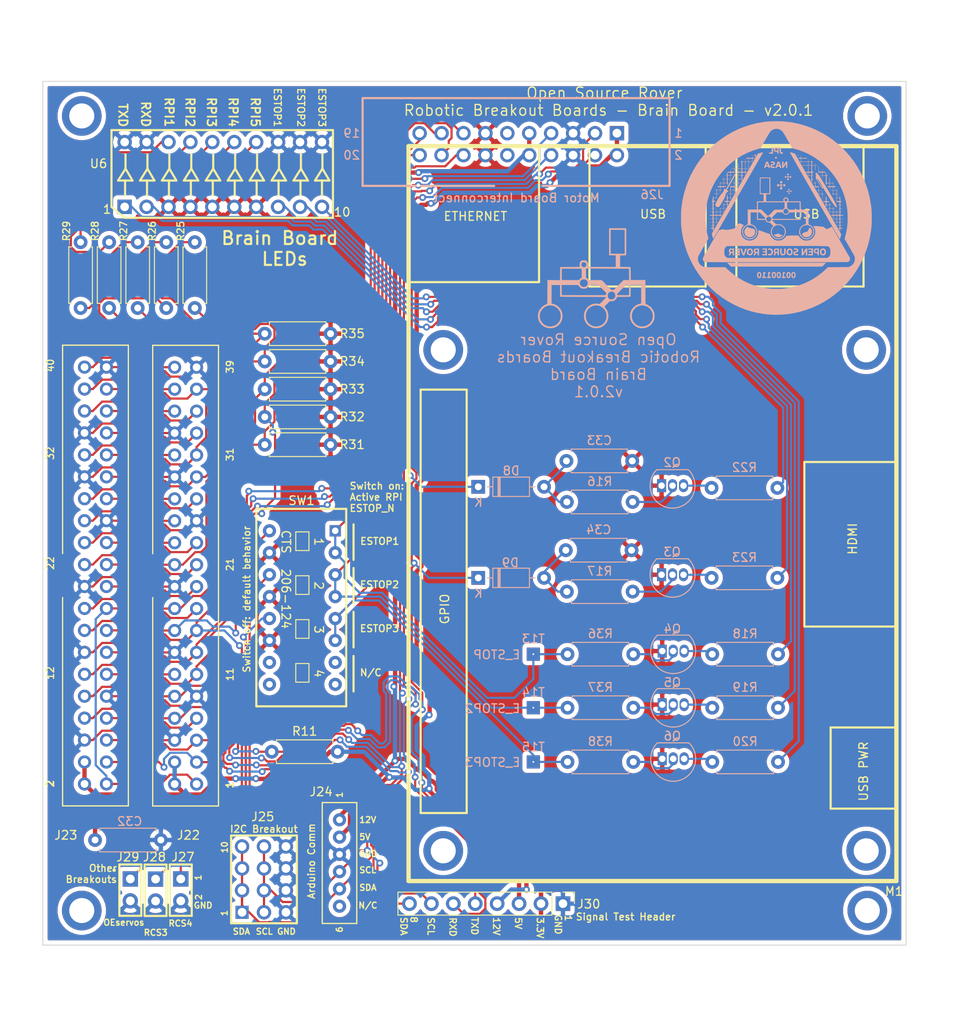
<source format=kicad_pcb>
(kicad_pcb (version 20171130) (host pcbnew "(5.1.10-1-10_14)")
  (layers (0 F.Cu signal) (31 B.Cu signal) (34 B.Paste user) (35 F.Paste user) (36 B.SilkS user) (37 F.SilkS user) (38 B.Mask user) (39 F.Mask user) (44 Edge.Cuts user))
  (net 0 "")
  (net 1 "Net-(J24-Pad6)")
  (net 2 +5V_brain)
  (net 3 GND_brain)
  (net 4 "Net-(C34-Pad2)")
  (net 5 +3.3V_brain)
  (net 6 "Net-(C33-Pad2)")
  (net 7 "/Brain Board/E_STOP3")
  (net 8 "/Brain Board/E_STOP2")
  (net 9 "/Brain Board/E_STOP")
  (net 10 "Net-(Q3-Pad2)")
  (net 11 "Net-(Q2-Pad2)")
  (net 12 "/Brain Board/RXD")
  (net 13 "/Brain Board/SDA_rpi")
  (net 14 "/Brain Board/SCL_rpi")
  (net 15 "/Brain Board/TXD")
  (net 16 "/Brain Board/OEservos")
  (net 17 "/Brain Board/alert")
  (net 18 +12V_brain)
  (net 19 "Net-(J26-Pad11)")
  (net 20 "Net-(J26-Pad12)")
  (net 21 "Net-(SW1-Pad16)")
  (net 22 "Net-(SW1-Pad15)")
  (net 23 "Net-(SW1-Pad14)")
  (net 24 "Net-(SW1-Pad13)")
  (net 25 "/Brain Board/ESTOP_LED_3")
  (net 26 "/Brain Board/ESTOP_LED_2")
  (net 27 "/Brain Board/ESTOP_LED_1")
  (net 28 "/Brain Board/RXD_LED")
  (net 29 "/Brain Board/TXD_LED")
  (net 30 "/Brain Board/12V_EN")
  (net 31 "/Brain Board/RPI_LED_1")
  (net 32 "/Brain Board/RPI_LED_3")
  (net 33 "/Brain Board/RPI_LED_4")
  (net 34 "/Brain Board/RPI_LED_2")
  (net 35 "Net-(Q2-Pad3)")
  (net 36 "Net-(Q3-Pad3)")
  (net 37 "/Brain Board/X_RPI_GPIO_GCLK")
  (net 38 "/Brain Board/X_RPI_GPIO_GEN1")
  (net 39 "/Brain Board/X_RPI_SPI_MOSI")
  (net 40 "/Brain Board/X_RPI_SPI_MISO")
  (net 41 "/Brain Board/X_RPI_SPI_CLK")
  (net 42 "/Brain Board/X_RPI_SPI_CE0_N")
  (net 43 "/Brain Board/X_RPI_SPI_CE1_N")
  (net 44 "/Brain Board/X_RPI_EEPROM_IDSD")
  (net 45 "/Brain Board/X_RPI_EEPROM_IDSC")
  (net 46 "/Brain Board/X_RPI_GPIO12")
  (net 47 "/Brain Board/X_RPI_GPIO13")
  (net 48 "/Brain Board/X_RPI_GPIO19")
  (net 49 "/Brain Board/X_RPI_GPIO16")
  (net 50 "/Brain Board/X_RPI_GPIO20")
  (net 51 "/Brain Board/X_RPI_GPIO21")
  (net 52 "/Brain Board/3.3V_rpi")
  (net 53 "/Brain Board/ESTOP_in_1_pi")
  (net 54 "/Brain Board/RPI_LED_5")
  (net 55 "/Brain Board/ESTOP_in_2")
  (net 56 "/Brain Board/ESTOP_in_3")
  (net 57 "Net-(Q4-Pad3)")
  (net 58 "Net-(Q4-Pad2)")
  (net 59 "Net-(Q5-Pad3)")
  (net 60 "Net-(Q5-Pad2)")
  (net 61 "Net-(Q6-Pad3)")
  (net 62 "Net-(Q6-Pad2)")
  (net 63 "Net-(R25-Pad2)")
  (net 64 "Net-(R26-Pad2)")
  (net 65 "Net-(R27-Pad2)")
  (net 66 "Net-(R28-Pad2)")
  (net 67 "Net-(R29-Pad2)")
  (module "JPL Robotics:rover_image" (layer B.Cu) (at 160.147 64.3636 180)
    (fp_text reference y2 hide)
    (fp_text value rover_silkscreen hide)
  )
  (module "JPL Robotics:patch_logo_scaled" (layer B.Cu) (at 181.483 56.8452 180)
    (fp_text reference LOGO2 hide)
    (fp_text value patch_silkscreen hide)
  )
  (module "JPL Robotics:S9175-ND" (layer F.Cu) (at 114.3 122.4026 90)
    (fp_text reference J22 (at -5.9182 -0.9398 180) (layer F.SilkS))
    (fp_text value S9175-ND_rpi_breakout)
    (pad 1 thru_hole circle (at 0 0 90) (size 1.524 1.524) (drill 0.9) (layers *.Cu *.Mask) (net 52 "/Brain Board/3.3V_rpi"))
    (pad 2 thru_hole circle (at 0 -2.54 90) (size 1.524 1.524) (drill 0.9) (layers *.Cu *.Mask) (net 2 +5V_brain))
    (pad 3 thru_hole circle (at 2.54 0 90) (size 1.524 1.524) (drill 0.9) (layers *.Cu *.Mask) (net 13 "/Brain Board/SDA_rpi"))
    (pad 4 thru_hole circle (at 2.54 -2.54 90) (size 1.524 1.524) (drill 0.9) (layers *.Cu *.Mask) (net 2 +5V_brain))
    (pad 5 thru_hole circle (at 5.08 0 90) (size 1.524 1.524) (drill 0.9) (layers *.Cu *.Mask) (net 14 "/Brain Board/SCL_rpi"))
    (pad 6 thru_hole circle (at 5.08 -2.54 90) (size 1.524 1.524) (drill 0.9) (layers *.Cu *.Mask) (net 3 GND_brain))
    (pad 7 thru_hole circle (at 7.62 0 90) (size 1.524 1.524) (drill 0.9) (layers *.Cu *.Mask) (net 37 "/Brain Board/X_RPI_GPIO_GCLK"))
    (pad 8 thru_hole circle (at 7.62 -2.54 90) (size 1.524 1.524) (drill 0.9) (layers *.Cu *.Mask) (net 15 "/Brain Board/TXD"))
    (pad 9 thru_hole circle (at 10.16 0 90) (size 1.524 1.524) (drill 0.9) (layers *.Cu *.Mask) (net 3 GND_brain))
    (pad 10 thru_hole circle (at 10.16 -2.54 90) (size 1.524 1.524) (drill 0.9) (layers *.Cu *.Mask) (net 12 "/Brain Board/RXD"))
    (pad 11 thru_hole circle (at 12.7 0 90) (size 1.524 1.524) (drill 0.9) (layers *.Cu *.Mask) (net 54 "/Brain Board/RPI_LED_5"))
    (pad 12 thru_hole circle (at 12.7 -2.54 90) (size 1.524 1.524) (drill 0.9) (layers *.Cu *.Mask) (net 38 "/Brain Board/X_RPI_GPIO_GEN1"))
    (pad 13 thru_hole circle (at 15.24 0 90) (size 1.524 1.524) (drill 0.9) (layers *.Cu *.Mask) (net 17 "/Brain Board/alert"))
    (pad 14 thru_hole circle (at 15.24 -2.54 90) (size 1.524 1.524) (drill 0.9) (layers *.Cu *.Mask) (net 3 GND_brain))
    (pad 15 thru_hole circle (at 17.78 0 90) (size 1.524 1.524) (drill 0.9) (layers *.Cu *.Mask) (net 16 "/Brain Board/OEservos"))
    (pad 16 thru_hole circle (at 17.78 -2.54 90) (size 1.524 1.524) (drill 0.9) (layers *.Cu *.Mask) (net 53 "/Brain Board/ESTOP_in_1_pi"))
    (pad 17 thru_hole circle (at 20.32 0 90) (size 1.524 1.524) (drill 0.9) (layers *.Cu *.Mask) (net 52 "/Brain Board/3.3V_rpi"))
    (pad 18 thru_hole circle (at 20.32 -2.54 90) (size 1.524 1.524) (drill 0.9) (layers *.Cu *.Mask) (net 30 "/Brain Board/12V_EN"))
    (pad 19 thru_hole circle (at 22.86 0 90) (size 1.524 1.524) (drill 0.9) (layers *.Cu *.Mask) (net 39 "/Brain Board/X_RPI_SPI_MOSI"))
    (pad 20 thru_hole circle (at 22.86 -2.54 90) (size 1.524 1.524) (drill 0.9) (layers *.Cu *.Mask) (net 3 GND_brain))
    (pad 21 thru_hole circle (at 25.4 0 90) (size 1.524 1.524) (drill 0.9) (layers *.Cu *.Mask) (net 40 "/Brain Board/X_RPI_SPI_MISO"))
    (pad 22 thru_hole circle (at 25.4 -2.54 90) (size 1.524 1.524) (drill 0.9) (layers *.Cu *.Mask) (net 31 "/Brain Board/RPI_LED_1"))
    (pad 23 thru_hole circle (at 27.94 0 90) (size 1.524 1.524) (drill 0.9) (layers *.Cu *.Mask) (net 41 "/Brain Board/X_RPI_SPI_CLK"))
    (pad 24 thru_hole circle (at 27.94 -2.54 90) (size 1.524 1.524) (drill 0.9) (layers *.Cu *.Mask) (net 42 "/Brain Board/X_RPI_SPI_CE0_N"))
    (pad 25 thru_hole circle (at 30.48 0 90) (size 1.524 1.524) (drill 0.9) (layers *.Cu *.Mask) (net 3 GND_brain))
    (pad 26 thru_hole circle (at 30.48 -2.54 90) (size 1.524 1.524) (drill 0.9) (layers *.Cu *.Mask) (net 43 "/Brain Board/X_RPI_SPI_CE1_N"))
    (pad 27 thru_hole circle (at 33.02 0 90) (size 1.524 1.524) (drill 0.9) (layers *.Cu *.Mask) (net 44 "/Brain Board/X_RPI_EEPROM_IDSD"))
    (pad 28 thru_hole circle (at 33.02 -2.54 90) (size 1.524 1.524) (drill 0.9) (layers *.Cu *.Mask) (net 45 "/Brain Board/X_RPI_EEPROM_IDSC"))
    (pad 29 thru_hole circle (at 35.56 0 90) (size 1.524 1.524) (drill 0.9) (layers *.Cu *.Mask) (net 32 "/Brain Board/RPI_LED_3"))
    (pad 30 thru_hole circle (at 35.56 -2.54 90) (size 1.524 1.524) (drill 0.9) (layers *.Cu *.Mask) (net 3 GND_brain))
    (pad 31 thru_hole circle (at 38.1 0 90) (size 1.524 1.524) (drill 0.9) (layers *.Cu *.Mask) (net 33 "/Brain Board/RPI_LED_4"))
    (pad 32 thru_hole circle (at 38.1 -2.54 90) (size 1.524 1.524) (drill 0.9) (layers *.Cu *.Mask) (net 46 "/Brain Board/X_RPI_GPIO12"))
    (pad 33 thru_hole circle (at 40.64 0 90) (size 1.524 1.524) (drill 0.9) (layers *.Cu *.Mask) (net 47 "/Brain Board/X_RPI_GPIO13"))
    (pad 34 thru_hole circle (at 40.64 -2.54 90) (size 1.524 1.524) (drill 0.9) (layers *.Cu *.Mask) (net 3 GND_brain))
    (pad 35 thru_hole circle (at 43.18 0 90) (size 1.524 1.524) (drill 0.9) (layers *.Cu *.Mask) (net 48 "/Brain Board/X_RPI_GPIO19"))
    (pad 36 thru_hole circle (at 43.18 -2.54 90) (size 1.524 1.524) (drill 0.9) (layers *.Cu *.Mask) (net 49 "/Brain Board/X_RPI_GPIO16"))
    (pad 37 thru_hole circle (at 45.72 0 90) (size 1.524 1.524) (drill 0.9) (layers *.Cu *.Mask) (net 34 "/Brain Board/RPI_LED_2"))
    (pad 38 thru_hole circle (at 45.72 -2.54 90) (size 1.524 1.524) (drill 0.9) (layers *.Cu *.Mask) (net 50 "/Brain Board/X_RPI_GPIO20"))
    (pad 39 thru_hole circle (at 48.26 0 90) (size 1.524 1.524) (drill 0.9) (layers *.Cu *.Mask) (net 3 GND_brain))
    (pad 40 thru_hole circle (at 48.26 -2.54 90) (size 1.524 1.524) (drill 0.9) (layers *.Cu *.Mask) (net 51 "/Brain Board/X_RPI_GPIO21"))
  )
  (module "JPL Robotics:S9175-ND" (layer F.Cu) (at 103.859 122.3883 90)
    (fp_text reference J23 (at -5.9325 -4.6974 180) (layer F.SilkS))
    (fp_text value S9175-ND_rpi_breakout)
    (pad 1 thru_hole circle (at 0 0 90) (size 1.524 1.524) (drill 0.9) (layers *.Cu *.Mask) (net 52 "/Brain Board/3.3V_rpi"))
    (pad 2 thru_hole circle (at 0 -2.54 90) (size 1.524 1.524) (drill 0.9) (layers *.Cu *.Mask) (net 2 +5V_brain))
    (pad 3 thru_hole circle (at 2.54 0 90) (size 1.524 1.524) (drill 0.9) (layers *.Cu *.Mask) (net 13 "/Brain Board/SDA_rpi"))
    (pad 4 thru_hole circle (at 2.54 -2.54 90) (size 1.524 1.524) (drill 0.9) (layers *.Cu *.Mask) (net 2 +5V_brain))
    (pad 5 thru_hole circle (at 5.08 0 90) (size 1.524 1.524) (drill 0.9) (layers *.Cu *.Mask) (net 14 "/Brain Board/SCL_rpi"))
    (pad 6 thru_hole circle (at 5.08 -2.54 90) (size 1.524 1.524) (drill 0.9) (layers *.Cu *.Mask) (net 3 GND_brain))
    (pad 7 thru_hole circle (at 7.62 0 90) (size 1.524 1.524) (drill 0.9) (layers *.Cu *.Mask) (net 37 "/Brain Board/X_RPI_GPIO_GCLK"))
    (pad 8 thru_hole circle (at 7.62 -2.54 90) (size 1.524 1.524) (drill 0.9) (layers *.Cu *.Mask) (net 15 "/Brain Board/TXD"))
    (pad 9 thru_hole circle (at 10.16 0 90) (size 1.524 1.524) (drill 0.9) (layers *.Cu *.Mask) (net 3 GND_brain))
    (pad 10 thru_hole circle (at 10.16 -2.54 90) (size 1.524 1.524) (drill 0.9) (layers *.Cu *.Mask) (net 12 "/Brain Board/RXD"))
    (pad 11 thru_hole circle (at 12.7 0 90) (size 1.524 1.524) (drill 0.9) (layers *.Cu *.Mask) (net 54 "/Brain Board/RPI_LED_5"))
    (pad 12 thru_hole circle (at 12.7 -2.54 90) (size 1.524 1.524) (drill 0.9) (layers *.Cu *.Mask) (net 38 "/Brain Board/X_RPI_GPIO_GEN1"))
    (pad 13 thru_hole circle (at 15.24 0 90) (size 1.524 1.524) (drill 0.9) (layers *.Cu *.Mask) (net 17 "/Brain Board/alert"))
    (pad 14 thru_hole circle (at 15.24 -2.54 90) (size 1.524 1.524) (drill 0.9) (layers *.Cu *.Mask) (net 3 GND_brain))
    (pad 15 thru_hole circle (at 17.78 0 90) (size 1.524 1.524) (drill 0.9) (layers *.Cu *.Mask) (net 16 "/Brain Board/OEservos"))
    (pad 16 thru_hole circle (at 17.78 -2.54 90) (size 1.524 1.524) (drill 0.9) (layers *.Cu *.Mask) (net 53 "/Brain Board/ESTOP_in_1_pi"))
    (pad 17 thru_hole circle (at 20.32 0 90) (size 1.524 1.524) (drill 0.9) (layers *.Cu *.Mask) (net 52 "/Brain Board/3.3V_rpi"))
    (pad 18 thru_hole circle (at 20.32 -2.54 90) (size 1.524 1.524) (drill 0.9) (layers *.Cu *.Mask) (net 30 "/Brain Board/12V_EN"))
    (pad 19 thru_hole circle (at 22.86 0 90) (size 1.524 1.524) (drill 0.9) (layers *.Cu *.Mask) (net 39 "/Brain Board/X_RPI_SPI_MOSI"))
    (pad 20 thru_hole circle (at 22.86 -2.54 90) (size 1.524 1.524) (drill 0.9) (layers *.Cu *.Mask) (net 3 GND_brain))
    (pad 21 thru_hole circle (at 25.4 0 90) (size 1.524 1.524) (drill 0.9) (layers *.Cu *.Mask) (net 40 "/Brain Board/X_RPI_SPI_MISO"))
    (pad 22 thru_hole circle (at 25.4 -2.54 90) (size 1.524 1.524) (drill 0.9) (layers *.Cu *.Mask) (net 31 "/Brain Board/RPI_LED_1"))
    (pad 23 thru_hole circle (at 27.94 0 90) (size 1.524 1.524) (drill 0.9) (layers *.Cu *.Mask) (net 41 "/Brain Board/X_RPI_SPI_CLK"))
    (pad 24 thru_hole circle (at 27.94 -2.54 90) (size 1.524 1.524) (drill 0.9) (layers *.Cu *.Mask) (net 42 "/Brain Board/X_RPI_SPI_CE0_N"))
    (pad 25 thru_hole circle (at 30.48 0 90) (size 1.524 1.524) (drill 0.9) (layers *.Cu *.Mask) (net 3 GND_brain))
    (pad 26 thru_hole circle (at 30.48 -2.54 90) (size 1.524 1.524) (drill 0.9) (layers *.Cu *.Mask) (net 43 "/Brain Board/X_RPI_SPI_CE1_N"))
    (pad 27 thru_hole circle (at 33.02 0 90) (size 1.524 1.524) (drill 0.9) (layers *.Cu *.Mask) (net 44 "/Brain Board/X_RPI_EEPROM_IDSD"))
    (pad 28 thru_hole circle (at 33.02 -2.54 90) (size 1.524 1.524) (drill 0.9) (layers *.Cu *.Mask) (net 45 "/Brain Board/X_RPI_EEPROM_IDSC"))
    (pad 29 thru_hole circle (at 35.56 0 90) (size 1.524 1.524) (drill 0.9) (layers *.Cu *.Mask) (net 32 "/Brain Board/RPI_LED_3"))
    (pad 30 thru_hole circle (at 35.56 -2.54 90) (size 1.524 1.524) (drill 0.9) (layers *.Cu *.Mask) (net 3 GND_brain))
    (pad 31 thru_hole circle (at 38.1 0 90) (size 1.524 1.524) (drill 0.9) (layers *.Cu *.Mask) (net 33 "/Brain Board/RPI_LED_4"))
    (pad 32 thru_hole circle (at 38.1 -2.54 90) (size 1.524 1.524) (drill 0.9) (layers *.Cu *.Mask) (net 46 "/Brain Board/X_RPI_GPIO12"))
    (pad 33 thru_hole circle (at 40.64 0 90) (size 1.524 1.524) (drill 0.9) (layers *.Cu *.Mask) (net 47 "/Brain Board/X_RPI_GPIO13"))
    (pad 34 thru_hole circle (at 40.64 -2.54 90) (size 1.524 1.524) (drill 0.9) (layers *.Cu *.Mask) (net 3 GND_brain))
    (pad 35 thru_hole circle (at 43.18 0 90) (size 1.524 1.524) (drill 0.9) (layers *.Cu *.Mask) (net 48 "/Brain Board/X_RPI_GPIO19"))
    (pad 36 thru_hole circle (at 43.18 -2.54 90) (size 1.524 1.524) (drill 0.9) (layers *.Cu *.Mask) (net 49 "/Brain Board/X_RPI_GPIO16"))
    (pad 37 thru_hole circle (at 45.72 0 90) (size 1.524 1.524) (drill 0.9) (layers *.Cu *.Mask) (net 34 "/Brain Board/RPI_LED_2"))
    (pad 38 thru_hole circle (at 45.72 -2.54 90) (size 1.524 1.524) (drill 0.9) (layers *.Cu *.Mask) (net 50 "/Brain Board/X_RPI_GPIO20"))
    (pad 39 thru_hole circle (at 48.26 0 90) (size 1.524 1.524) (drill 0.9) (layers *.Cu *.Mask) (net 3 GND_brain))
    (pad 40 thru_hole circle (at 48.26 -2.54 90) (size 1.524 1.524) (drill 0.9) (layers *.Cu *.Mask) (net 51 "/Brain Board/X_RPI_GPIO21"))
  )
  (module "JPL Robotics:DC7G3HWA_led_array" (layer F.Cu) (at 128.8288 55.5752 180)
    (fp_text reference U6 (at 25.8826 5.0038 180) (layer F.SilkS))
    (fp_text value DC7G3HWA)
    (fp_text user 1 (at 24.892 -0.2794) (layer F.SilkS))
    (fp_text user 10 (at -2.3368 -0.6096) (layer F.SilkS))
    (pad 20 thru_hole circle (at 22.86 7.5 180) (size 1.67 1.67) (drill 1) (layers *.Cu *.Mask) (net 3 GND_brain))
    (pad 19 thru_hole circle (at 20.32 7.5 180) (size 1.67 1.67) (drill 1) (layers *.Cu *.Mask) (net 3 GND_brain))
    (pad 18 thru_hole circle (at 17.78 7.5 180) (size 1.67 1.67) (drill 1) (layers *.Cu *.Mask) (net 63 "Net-(R25-Pad2)"))
    (pad 17 thru_hole circle (at 15.24 7.5 180) (size 1.67 1.67) (drill 1) (layers *.Cu *.Mask) (net 64 "Net-(R26-Pad2)"))
    (pad 16 thru_hole circle (at 12.7 7.5 180) (size 1.67 1.67) (drill 1) (layers *.Cu *.Mask) (net 65 "Net-(R27-Pad2)"))
    (pad 15 thru_hole circle (at 10.16 7.5 180) (size 1.67 1.67) (drill 1) (layers *.Cu *.Mask) (net 66 "Net-(R28-Pad2)"))
    (pad 14 thru_hole circle (at 7.62 7.5 180) (size 1.67 1.67) (drill 1) (layers *.Cu *.Mask) (net 67 "Net-(R29-Pad2)"))
    (pad 13 thru_hole circle (at 5.08 7.5 180) (size 1.67 1.67) (drill 1) (layers *.Cu *.Mask) (net 3 GND_brain))
    (pad 12 thru_hole circle (at 2.54 7.5 180) (size 1.67 1.67) (drill 1) (layers *.Cu *.Mask) (net 3 GND_brain))
    (pad 11 thru_hole circle (at 0 7.5 180) (size 1.67 1.67) (drill 1) (layers *.Cu *.Mask) (net 3 GND_brain))
    (pad 1 thru_hole rect (at 22.86 0 180) (size 1.67 1.67) (drill 1) (layers *.Cu *.Mask) (net 29 "/Brain Board/TXD_LED"))
    (pad 2 thru_hole circle (at 20.32 0 180) (size 1.67 1.67) (drill 1) (layers *.Cu *.Mask) (net 28 "/Brain Board/RXD_LED"))
    (pad 3 thru_hole circle (at 17.78 0 180) (size 1.67 1.67) (drill 1) (layers *.Cu *.Mask) (net 5 +3.3V_brain))
    (pad 4 thru_hole circle (at 15.24 0 180) (size 1.67 1.67) (drill 1) (layers *.Cu *.Mask) (net 5 +3.3V_brain))
    (pad 5 thru_hole circle (at 12.7 0 180) (size 1.67 1.67) (drill 1) (layers *.Cu *.Mask) (net 5 +3.3V_brain))
    (pad 6 thru_hole circle (at 10.16 0 180) (size 1.67 1.67) (drill 1) (layers *.Cu *.Mask) (net 5 +3.3V_brain))
    (pad 7 thru_hole circle (at 7.62 0 180) (size 1.67 1.67) (drill 1) (layers *.Cu *.Mask) (net 5 +3.3V_brain))
    (pad 8 thru_hole circle (at 5.08 0 180) (size 1.67 1.67) (drill 1) (layers *.Cu *.Mask) (net 27 "/Brain Board/ESTOP_LED_1"))
    (pad 9 thru_hole circle (at 2.54 0 180) (size 1.67 1.67) (drill 1) (layers *.Cu *.Mask) (net 26 "/Brain Board/ESTOP_LED_2"))
    (pad 10 thru_hole circle (at 0 0 180) (size 1.67 1.67) (drill 1) (layers *.Cu *.Mask) (net 25 "/Brain Board/ESTOP_LED_3"))
  )
  (module "JPL Robotics:brain_board_mounting_hole" (layer F.Cu) (at 101.0006 137.0464)
    (fp_text reference MH16 hide)
    (fp_text value brain_board_mounting_hole hide)
    (pad "" np_thru_hole circle (at 0 0) (size 4.6 4.6) (drill 2.9) (layers *.Cu *.Mask))
  )
  (module "JPL Robotics:brain_board_mounting_hole" (layer F.Cu) (at 192.0006 137.0464)
    (fp_text reference MH15 hide)
    (fp_text value brain_board_mounting_hole hide)
    (pad "" np_thru_hole circle (at 0 0) (size 4.6 4.6) (drill 2.9) (layers *.Cu *.Mask))
  )
  (module "JPL Robotics:brain_board_mounting_hole" (layer F.Cu) (at 192.0006 45.0464)
    (fp_text reference MH14 hide)
    (fp_text value brain_board_mounting_hole hide)
    (pad "" np_thru_hole circle (at 0 0) (size 4.6 4.6) (drill 2.9) (layers *.Cu *.Mask))
  )
  (module "JPL Robotics:brain_board_mounting_hole" (layer F.Cu) (at 101.0006 45.0464)
    (fp_text reference MH13 hide)
    (fp_text value brain_board_mounting_hole hide)
    (pad "" np_thru_hole circle (at 0 0) (size 4.6 4.6) (drill 2.9) (layers *.Cu *.Mask))
  )
  (module Resistor_THT:R_Axial_DIN0207_L6.3mm_D2.5mm_P7.62mm_Horizontal (layer B.Cu) (at 164.893083 119.8372 180)
    (fp_text reference R38 (at 3.81 2.37) (layer B.SilkS) (effects (justify mirror)))
    (fp_text value 10k)
    (pad 1 thru_hole circle (at 0 0 180) (size 1.6 1.6) (drill 0.8) (layers *.Cu *.Mask) (net 62 "Net-(Q6-Pad2)"))
    (pad 2 thru_hole oval (at 7.62 0 180) (size 1.6 1.6) (drill 0.8) (layers *.Cu *.Mask) (net 7 "/Brain Board/E_STOP3"))
  )
  (module Resistor_THT:R_Axial_DIN0207_L6.3mm_D2.5mm_P7.62mm_Horizontal (layer B.Cu) (at 164.893083 113.5634 180)
    (fp_text reference R37 (at 3.81 2.37) (layer B.SilkS) (effects (justify mirror)))
    (fp_text value 10k)
    (pad 1 thru_hole circle (at 0 0 180) (size 1.6 1.6) (drill 0.8) (layers *.Cu *.Mask) (net 60 "Net-(Q5-Pad2)"))
    (pad 2 thru_hole oval (at 7.62 0 180) (size 1.6 1.6) (drill 0.8) (layers *.Cu *.Mask) (net 8 "/Brain Board/E_STOP2"))
  )
  (module Resistor_THT:R_Axial_DIN0207_L6.3mm_D2.5mm_P7.62mm_Horizontal (layer B.Cu) (at 164.893083 107.3658 180)
    (fp_text reference R36 (at 3.81 2.37) (layer B.SilkS) (effects (justify mirror)))
    (fp_text value 10k)
    (pad 1 thru_hole circle (at 0 0 180) (size 1.6 1.6) (drill 0.8) (layers *.Cu *.Mask) (net 58 "Net-(Q4-Pad2)"))
    (pad 2 thru_hole oval (at 7.62 0 180) (size 1.6 1.6) (drill 0.8) (layers *.Cu *.Mask) (net 9 "/Brain Board/E_STOP"))
  )
  (module Resistor_THT:R_Axial_DIN0207_L6.3mm_D2.5mm_P7.62mm_Horizontal (layer F.Cu) (at 122.1994 70.2564)
    (fp_text reference R35 (at 10.1346 -0.0078) (layer F.SilkS))
    (fp_text value 4.7k)
    (pad 1 thru_hole circle (at 0 0) (size 1.6 1.6) (drill 0.8) (layers *.Cu *.Mask) (net 34 "/Brain Board/RPI_LED_2"))
    (pad 2 thru_hole oval (at 7.62 0) (size 1.6 1.6) (drill 0.8) (layers *.Cu *.Mask) (net 5 +3.3V_brain))
  )
  (module Resistor_THT:R_Axial_DIN0207_L6.3mm_D2.5mm_P7.62mm_Horizontal (layer F.Cu) (at 122.1994 73.4695)
    (fp_text reference R34 (at 10.1346 -0.0078) (layer F.SilkS))
    (fp_text value 4.7k)
    (pad 1 thru_hole circle (at 0 0) (size 1.6 1.6) (drill 0.8) (layers *.Cu *.Mask) (net 33 "/Brain Board/RPI_LED_4"))
    (pad 2 thru_hole oval (at 7.62 0) (size 1.6 1.6) (drill 0.8) (layers *.Cu *.Mask) (net 5 +3.3V_brain))
  )
  (module Resistor_THT:R_Axial_DIN0207_L6.3mm_D2.5mm_P7.62mm_Horizontal (layer F.Cu) (at 122.1994 76.6826)
    (fp_text reference R33 (at 10.1346 -0.0078) (layer F.SilkS))
    (fp_text value 4.7k)
    (pad 1 thru_hole circle (at 0 0) (size 1.6 1.6) (drill 0.8) (layers *.Cu *.Mask) (net 32 "/Brain Board/RPI_LED_3"))
    (pad 2 thru_hole oval (at 7.62 0) (size 1.6 1.6) (drill 0.8) (layers *.Cu *.Mask) (net 5 +3.3V_brain))
  )
  (module Resistor_THT:R_Axial_DIN0207_L6.3mm_D2.5mm_P7.62mm_Horizontal (layer F.Cu) (at 122.1994 79.8957)
    (fp_text reference R32 (at 10.1346 -0.0078) (layer F.SilkS))
    (fp_text value 4.7k)
    (pad 1 thru_hole circle (at 0 0) (size 1.6 1.6) (drill 0.8) (layers *.Cu *.Mask) (net 54 "/Brain Board/RPI_LED_5"))
    (pad 2 thru_hole oval (at 7.62 0) (size 1.6 1.6) (drill 0.8) (layers *.Cu *.Mask) (net 5 +3.3V_brain))
  )
  (module Resistor_THT:R_Axial_DIN0207_L6.3mm_D2.5mm_P7.62mm_Horizontal (layer F.Cu) (at 122.1994 83.1088)
    (fp_text reference R31 (at 10.1346 -0.0078) (layer F.SilkS))
    (fp_text value 4.7k)
    (pad 1 thru_hole circle (at 0 0) (size 1.6 1.6) (drill 0.8) (layers *.Cu *.Mask) (net 31 "/Brain Board/RPI_LED_1"))
    (pad 2 thru_hole oval (at 7.62 0) (size 1.6 1.6) (drill 0.8) (layers *.Cu *.Mask) (net 5 +3.3V_brain))
  )
  (module Resistor_THT:R_Axial_DIN0207_L6.3mm_D2.5mm_P7.62mm_Horizontal (layer F.Cu) (at 100.8634 67.2846 90)
    (fp_text reference R29 (at 8.9154 -1.6334 90) (layer F.SilkS) (effects (font (size 0.8 0.8))))
    (fp_text value 82)
    (pad 1 thru_hole circle (at 0 0 90) (size 1.6 1.6) (drill 0.8) (layers *.Cu *.Mask) (net 54 "/Brain Board/RPI_LED_5"))
    (pad 2 thru_hole oval (at 7.62 0 90) (size 1.6 1.6) (drill 0.8) (layers *.Cu *.Mask) (net 67 "Net-(R29-Pad2)"))
  )
  (module Resistor_THT:R_Axial_DIN0207_L6.3mm_D2.5mm_P7.62mm_Horizontal (layer B.Cu) (at 181.6608 119.8372 180)
    (fp_text reference R20 (at 3.81 2.37) (layer B.SilkS) (effects (justify mirror)))
    (fp_text value 68)
    (pad 1 thru_hole circle (at 0 0 180) (size 1.6 1.6) (drill 0.8) (layers *.Cu *.Mask) (net 25 "/Brain Board/ESTOP_LED_3"))
    (pad 2 thru_hole oval (at 7.62 0 180) (size 1.6 1.6) (drill 0.8) (layers *.Cu *.Mask) (net 61 "Net-(Q6-Pad3)"))
  )
  (module Resistor_THT:R_Axial_DIN0207_L6.3mm_D2.5mm_P7.62mm_Horizontal (layer B.Cu) (at 181.6608 113.5634 180)
    (fp_text reference R19 (at 3.81 2.37) (layer B.SilkS) (effects (justify mirror)))
    (fp_text value 68)
    (pad 1 thru_hole circle (at 0 0 180) (size 1.6 1.6) (drill 0.8) (layers *.Cu *.Mask) (net 26 "/Brain Board/ESTOP_LED_2"))
    (pad 2 thru_hole oval (at 7.62 0 180) (size 1.6 1.6) (drill 0.8) (layers *.Cu *.Mask) (net 59 "Net-(Q5-Pad3)"))
  )
  (module Resistor_THT:R_Axial_DIN0207_L6.3mm_D2.5mm_P7.62mm_Horizontal (layer F.Cu) (at 123.0122 118.6561)
    (fp_text reference R11 (at 3.81 -2.37) (layer F.SilkS))
    (fp_text value 4.7k)
    (pad 1 thru_hole circle (at 0 0) (size 1.6 1.6) (drill 0.8) (layers *.Cu *.Mask) (net 12 "/Brain Board/RXD"))
    (pad 2 thru_hole oval (at 7.62 0) (size 1.6 1.6) (drill 0.8) (layers *.Cu *.Mask) (net 2 +5V_brain))
  )
  (module Package_TO_SOT_THT:TO-92_Inline (layer B.Cu) (at 168.245883 119.4772)
    (fp_text reference Q6 (at 1.172117 -2.6372) (layer B.SilkS) (effects (justify mirror)))
    (fp_text value 2N3906)
    (pad 2 thru_hole oval (at 1.27 0) (size 1.05 1.5) (drill 0.75) (layers *.Cu *.Mask) (net 62 "Net-(Q6-Pad2)"))
    (pad 3 thru_hole oval (at 2.54 0) (size 1.05 1.5) (drill 0.75) (layers *.Cu *.Mask) (net 61 "Net-(Q6-Pad3)"))
    (pad 1 thru_hole rect (at 0 0) (size 1.05 1.5) (drill 0.75) (layers *.Cu *.Mask) (net 5 +3.3V_brain))
  )
  (module Package_TO_SOT_THT:TO-92_Inline (layer B.Cu) (at 168.245883 113.2034)
    (fp_text reference Q5 (at 1.172117 -2.561) (layer B.SilkS) (effects (justify mirror)))
    (fp_text value 2N3906)
    (pad 2 thru_hole oval (at 1.27 0) (size 1.05 1.5) (drill 0.75) (layers *.Cu *.Mask) (net 60 "Net-(Q5-Pad2)"))
    (pad 3 thru_hole oval (at 2.54 0) (size 1.05 1.5) (drill 0.75) (layers *.Cu *.Mask) (net 59 "Net-(Q5-Pad3)"))
    (pad 1 thru_hole rect (at 0 0) (size 1.05 1.5) (drill 0.75) (layers *.Cu *.Mask) (net 5 +3.3V_brain))
  )
  (module Package_TO_SOT_THT:TO-92_Inline (layer B.Cu) (at 168.245883 107.0058)
    (fp_text reference Q4 (at 1.172117 -2.561) (layer B.SilkS) (effects (justify mirror)))
    (fp_text value 2N3906)
    (pad 2 thru_hole oval (at 1.27 0) (size 1.05 1.5) (drill 0.75) (layers *.Cu *.Mask) (net 58 "Net-(Q4-Pad2)"))
    (pad 3 thru_hole oval (at 2.54 0) (size 1.05 1.5) (drill 0.75) (layers *.Cu *.Mask) (net 57 "Net-(Q4-Pad3)"))
    (pad 1 thru_hole rect (at 0 0) (size 1.05 1.5) (drill 0.75) (layers *.Cu *.Mask) (net 5 +3.3V_brain))
  )
  (module "JPL Robotics:PPTC021LFBN-RC" (layer F.Cu) (at 106.6276 133.3865 270)
    (fp_text reference J29 (at -2.54 0.2778) (layer F.SilkS))
    (fp_text value PPTC021LFBN-RC)
    (pad 2 thru_hole circle (at 2.54 0 270) (size 1.778 1.778) (drill 1.016) (layers *.Cu *.Mask) (net 3 GND_brain))
    (pad 1 thru_hole rect (at 0 0 270) (size 1.778 1.778) (drill 1.016) (layers *.Cu *.Mask) (net 16 "/Brain Board/OEservos"))
  )
  (module "JPL Robotics:PPTC021LFBN-RC" (layer F.Cu) (at 109.551599 133.403901 270)
    (fp_text reference J28 (at -2.557401 0.129999) (layer F.SilkS))
    (fp_text value PPTC021LFBN-RC)
    (pad 2 thru_hole circle (at 2.54 0 270) (size 1.778 1.778) (drill 1.016) (layers *.Cu *.Mask) (net 3 GND_brain))
    (pad 1 thru_hole rect (at 0 0 270) (size 1.778 1.778) (drill 1.016) (layers *.Cu *.Mask) (net 56 "/Brain Board/ESTOP_in_3"))
  )
  (module "JPL Robotics:PPTC021LFBN-RC" (layer F.Cu) (at 112.4696 133.3865 270)
    (fp_text reference J27 (at -2.54 -0.2556) (layer F.SilkS))
    (fp_text value PPTC021LFBN-RC)
    (fp_text user 1 (at -0.1635 -2.032 90) (layer F.SilkS) (effects (font (size 0.7 0.7))))
    (fp_text user 2 (at 2.0971 -2.0844 90) (layer F.SilkS) (effects (font (size 0.7 0.7))))
    (pad 2 thru_hole circle (at 2.54 0 270) (size 1.778 1.778) (drill 1.016) (layers *.Cu *.Mask) (net 3 GND_brain))
    (pad 1 thru_hole rect (at 0 0 270) (size 1.778 1.778) (drill 1.016) (layers *.Cu *.Mask) (net 55 "/Brain Board/ESTOP_in_2"))
  )
  (module "JPL Robotics:WM6548-ND" (layer B.Cu) (at 163.0006 47.0464 180)
    (fp_text reference J26 (at -4.064 -7.112) (layer B.SilkS) (effects (justify mirror)))
    (fp_text value WM6548-ND)
    (fp_text user 1 (at -7.112 0) (layer B.SilkS) (effects (justify mirror)))
    (fp_text user 2 (at -7.112 -2.54) (layer B.SilkS) (effects (justify mirror)))
    (fp_text user 19 (at 30.734 0) (layer B.SilkS) (effects (justify mirror)))
    (fp_text user 20 (at 30.734 -2.54) (layer B.SilkS) (effects (justify mirror)))
    (pad 1 thru_hole rect (at 0 0 180) (size 1.67 1.67) (drill 1.02) (layers *.Cu *.Mask) (net 2 +5V_brain))
    (pad 2 thru_hole circle (at 0 -2.54 180) (size 1.67 1.67) (drill 1.02) (layers *.Cu *.Mask) (net 2 +5V_brain))
    (pad 3 thru_hole circle (at 2.54 0 180) (size 1.67 1.67) (drill 1.02) (layers *.Cu *.Mask) (net 15 "/Brain Board/TXD"))
    (pad 4 thru_hole circle (at 2.54 -2.54 180) (size 1.67 1.67) (drill 1.02) (layers *.Cu *.Mask) (net 12 "/Brain Board/RXD"))
    (pad 5 thru_hole circle (at 5.08 0 180) (size 1.67 1.67) (drill 1.02) (layers *.Cu *.Mask) (net 3 GND_brain))
    (pad 6 thru_hole circle (at 5.08 -2.54 180) (size 1.67 1.67) (drill 1.02) (layers *.Cu *.Mask) (net 3 GND_brain))
    (pad 7 thru_hole circle (at 7.62 0 180) (size 1.67 1.67) (drill 1.02) (layers *.Cu *.Mask) (net 14 "/Brain Board/SCL_rpi"))
    (pad 8 thru_hole circle (at 7.62 -2.54 180) (size 1.67 1.67) (drill 1.02) (layers *.Cu *.Mask) (net 13 "/Brain Board/SDA_rpi"))
    (pad 9 thru_hole circle (at 10.16 0 180) (size 1.67 1.67) (drill 1.02) (layers *.Cu *.Mask) (net 18 +12V_brain))
    (pad 10 thru_hole circle (at 10.16 -2.54 180) (size 1.67 1.67) (drill 1.02) (layers *.Cu *.Mask) (net 18 +12V_brain))
    (pad 11 thru_hole circle (at 12.7 0 180) (size 1.67 1.67) (drill 1.02) (layers *.Cu *.Mask) (net 19 "Net-(J26-Pad11)"))
    (pad 12 thru_hole circle (at 12.7 -2.54 180) (size 1.67 1.67) (drill 1.02) (layers *.Cu *.Mask) (net 20 "Net-(J26-Pad12)"))
    (pad 13 thru_hole circle (at 15.24 0 180) (size 1.67 1.67) (drill 1.02) (layers *.Cu *.Mask) (net 5 +3.3V_brain))
    (pad 14 thru_hole circle (at 15.24 -2.54 180) (size 1.67 1.67) (drill 1.02) (layers *.Cu *.Mask) (net 5 +3.3V_brain))
    (pad 15 thru_hole circle (at 17.78 0 180) (size 1.67 1.67) (drill 1.02) (layers *.Cu *.Mask) (net 30 "/Brain Board/12V_EN"))
    (pad 16 thru_hole circle (at 17.78 -2.54 180) (size 1.67 1.67) (drill 1.02) (layers *.Cu *.Mask) (net 7 "/Brain Board/E_STOP3"))
    (pad 17 thru_hole circle (at 20.32 0 180) (size 1.67 1.67) (drill 1.02) (layers *.Cu *.Mask) (net 17 "/Brain Board/alert"))
    (pad 18 thru_hole circle (at 20.32 -2.54 180) (size 1.67 1.67) (drill 1.02) (layers *.Cu *.Mask) (net 16 "/Brain Board/OEservos"))
    (pad 19 thru_hole circle (at 22.86 0 180) (size 1.67 1.67) (drill 1.02) (layers *.Cu *.Mask) (net 9 "/Brain Board/E_STOP"))
    (pad 20 thru_hole circle (at 22.86 -2.54 180) (size 1.67 1.67) (drill 1.02) (layers *.Cu *.Mask) (net 8 "/Brain Board/E_STOP2"))
  )
  (module "JPL Robotics:455-1708-ND" (layer F.Cu) (at 130.8608 126.5428 270)
    (fp_text reference J24 (at -3.2512 2.1336) (layer F.SilkS))
    (fp_text value 6posheader)
    (fp_text user 1 (at -2.8956 0 90) (layer F.SilkS) (effects (font (size 0.7 0.7))))
    (fp_text user 6 (at 12.7 0 90) (layer F.SilkS) (effects (font (size 0.7 0.7))))
    (pad 1 thru_hole circle (at 0 0 270) (size 1.524 1.524) (drill 0.762) (layers *.Cu *.Mask) (net 18 +12V_brain))
    (pad 2 thru_hole circle (at 2 0 270) (size 1.524 1.524) (drill 0.762) (layers *.Cu *.Mask) (net 2 +5V_brain))
    (pad 3 thru_hole circle (at 4 0 270) (size 1.524 1.524) (drill 0.762) (layers *.Cu *.Mask) (net 3 GND_brain))
    (pad 4 thru_hole circle (at 6 0 270) (size 1.524 1.524) (drill 0.762) (layers *.Cu *.Mask) (net 14 "/Brain Board/SCL_rpi"))
    (pad 5 thru_hole circle (at 8 0 270) (size 1.524 1.524) (drill 0.762) (layers *.Cu *.Mask) (net 13 "/Brain Board/SDA_rpi"))
    (pad 6 thru_hole circle (at 10 0 270) (size 1.524 1.524) (drill 0.762) (layers *.Cu *.Mask) (net 1 "Net-(J24-Pad6)"))
  )
  (module "JPL Robotics:SSW-104-01-F-T" (layer F.Cu) (at 119.5705 137.2489 90)
    (fp_text reference J25 (at 11.0617 2.4003 180) (layer F.SilkS))
    (fp_text value SSW-104-01-F-T)
    (fp_text user 1 (at -0.0889 -2.0447 90) (layer F.SilkS) (effects (font (size 0.7 0.7))))
    (fp_text user 10 (at 7.5311 -2.0193 90) (layer F.SilkS) (effects (font (size 0.7 0.7))))
    (pad 2 thru_hole circle (at 0 2.54 90) (size 1.67 1.67) (drill 1.02) (layers *.Cu *.Mask) (net 14 "/Brain Board/SCL_rpi"))
    (pad 1 thru_hole rect (at 0 0 90) (size 1.524 1.524) (drill 1.02) (layers *.Cu *.Mask) (net 13 "/Brain Board/SDA_rpi"))
    (pad 3 thru_hole circle (at 0 5.08 90) (size 1.67 1.67) (drill 1.02) (layers *.Cu *.Mask) (net 3 GND_brain))
    (pad 4 thru_hole circle (at 2.54 0 90) (size 1.67 1.67) (drill 1.02) (layers *.Cu *.Mask) (net 13 "/Brain Board/SDA_rpi"))
    (pad 5 thru_hole circle (at 2.54 2.54 90) (size 1.67 1.67) (drill 1.02) (layers *.Cu *.Mask) (net 14 "/Brain Board/SCL_rpi"))
    (pad 6 thru_hole circle (at 2.54 5.08 90) (size 1.67 1.67) (drill 1.02) (layers *.Cu *.Mask) (net 3 GND_brain))
    (pad 7 thru_hole circle (at 5.08 0 90) (size 1.67 1.67) (drill 1.02) (layers *.Cu *.Mask) (net 13 "/Brain Board/SDA_rpi"))
    (pad 8 thru_hole circle (at 5.08 2.54 90) (size 1.67 1.67) (drill 1.02) (layers *.Cu *.Mask) (net 14 "/Brain Board/SCL_rpi"))
    (pad 9 thru_hole circle (at 5.08 5.08 90) (size 1.67 1.67) (drill 1.02) (layers *.Cu *.Mask) (net 3 GND_brain))
    (pad 10 thru_hole circle (at 7.62 0 90) (size 1.67 1.67) (drill 1.02) (layers *.Cu *.Mask) (net 13 "/Brain Board/SDA_rpi"))
    (pad 11 thru_hole circle (at 7.62 2.54 90) (size 1.67 1.67) (drill 1.02) (layers *.Cu *.Mask) (net 14 "/Brain Board/SCL_rpi"))
    (pad 12 thru_hole circle (at 7.62 5.08 90) (size 1.67 1.67) (drill 1.02) (layers *.Cu *.Mask) (net 3 GND_brain))
  )
  (module "JPL Robotics:test_point" (layer B.Cu) (at 153.3144 119.8372)
    (fp_text reference T15 (at 0 -1.7272) (layer B.SilkS) (effects (justify mirror)))
    (fp_text value test_point)
    (pad 1 thru_hole rect (at 0 0) (size 1.524 1.524) (drill 0.2) (layers *.Cu *.Mask) (net 7 "/Brain Board/E_STOP3"))
  )
  (module "JPL Robotics:test_point" (layer B.Cu) (at 153.3144 113.5634)
    (fp_text reference T14 (at 0 -1.778) (layer B.SilkS) (effects (justify mirror)))
    (fp_text value test_point)
    (pad 1 thru_hole rect (at 0 0) (size 1.524 1.524) (drill 0.2) (layers *.Cu *.Mask) (net 8 "/Brain Board/E_STOP2"))
  )
  (module "JPL Robotics:test_point" (layer B.Cu) (at 153.3144 107.3658)
    (fp_text reference T13 (at 0 -1.778) (layer B.SilkS) (effects (justify mirror)))
    (fp_text value test_point)
    (pad 1 thru_hole rect (at 0 0) (size 1.524 1.524) (drill 0.2) (layers *.Cu *.Mask) (net 9 "/Brain Board/E_STOP"))
  )
  (module Connector_PinHeader_2.54mm:PinHeader_1x08_P2.54mm_Vertical (layer F.Cu) (at 156.7434 136.2456 270)
    (fp_text reference J30 (at 0.0508 -2.9972 180) (layer F.SilkS))
    (fp_text value PEC08SAAN)
    (pad 1 thru_hole rect (at 0 0 270) (size 1.7 1.7) (drill 1) (layers *.Cu *.Mask) (net 3 GND_brain))
    (pad 2 thru_hole oval (at 0 2.54 270) (size 1.7 1.7) (drill 1) (layers *.Cu *.Mask) (net 5 +3.3V_brain))
    (pad 3 thru_hole oval (at 0 5.08 270) (size 1.7 1.7) (drill 1) (layers *.Cu *.Mask) (net 2 +5V_brain))
    (pad 4 thru_hole oval (at 0 7.62 270) (size 1.7 1.7) (drill 1) (layers *.Cu *.Mask) (net 18 +12V_brain))
    (pad 5 thru_hole oval (at 0 10.16 270) (size 1.7 1.7) (drill 1) (layers *.Cu *.Mask) (net 15 "/Brain Board/TXD"))
    (pad 6 thru_hole oval (at 0 12.7 270) (size 1.7 1.7) (drill 1) (layers *.Cu *.Mask) (net 12 "/Brain Board/RXD"))
    (pad 7 thru_hole oval (at 0 15.24 270) (size 1.7 1.7) (drill 1) (layers *.Cu *.Mask) (net 14 "/Brain Board/SCL_rpi"))
    (pad 8 thru_hole oval (at 0 17.78 270) (size 1.7 1.7) (drill 1) (layers *.Cu *.Mask) (net 13 "/Brain Board/SDA_rpi"))
  )
  (module "JPL Robotics:CTS-206-124" (layer F.Cu) (at 130.3655 93.0783 270)
    (fp_text reference SW1 (at -3.4925 3.8989 180) (layer F.SilkS))
    (fp_text value CT206124-ND)
    (fp_text user 4 (at 16.51 1.905 270 unlocked) (layer F.SilkS))
    (fp_text user 3 (at 11.43 1.905 270 unlocked) (layer F.SilkS))
    (fp_text user 2 (at 6.35 1.905 270 unlocked) (layer F.SilkS))
    (fp_text user 206-124 (at 7.874 5.715 270 unlocked) (layer F.SilkS))
    (fp_text user CTS (at 1.27 5.715 270 unlocked) (layer F.SilkS))
    (fp_text user 1 (at 1.27 1.905 270 unlocked) (layer F.SilkS))
    (pad 16 thru_hole circle (at 17.78 7.62 270) (size 1.524 1.524) (drill 0.762) (layers *.Cu *.Mask) (net 21 "Net-(SW1-Pad16)"))
    (pad 15 thru_hole circle (at 17.78 0 270) (size 1.524 1.524) (drill 0.762) (layers *.Cu *.Mask) (net 22 "Net-(SW1-Pad15)"))
    (pad 14 thru_hole circle (at 15.24 7.62 270) (size 1.524 1.524) (drill 0.762) (layers *.Cu *.Mask) (net 23 "Net-(SW1-Pad14)"))
    (pad 13 thru_hole circle (at 15.24 0 270) (size 1.524 1.524) (drill 0.762) (layers *.Cu *.Mask) (net 24 "Net-(SW1-Pad13)"))
    (pad 12 thru_hole circle (at 12.7 7.62 270) (size 1.524 1.524) (drill 0.762) (layers *.Cu *.Mask) (net 5 +3.3V_brain))
    (pad 11 thru_hole circle (at 12.7 0 270) (size 1.524 1.524) (drill 0.762) (layers *.Cu *.Mask) (net 7 "/Brain Board/E_STOP3"))
    (pad 10 thru_hole circle (at 10.16 7.62 270) (size 1.524 1.524) (drill 0.762) (layers *.Cu *.Mask) (net 56 "/Brain Board/ESTOP_in_3"))
    (pad 9 thru_hole circle (at 10.16 0 270) (size 1.524 1.524) (drill 0.762) (layers *.Cu *.Mask) (net 7 "/Brain Board/E_STOP3"))
    (pad 8 thru_hole circle (at 7.62 7.62 270) (size 1.524 1.524) (drill 0.762) (layers *.Cu *.Mask) (net 5 +3.3V_brain))
    (pad 7 thru_hole circle (at 7.62 0 270) (size 1.524 1.524) (drill 0.762) (layers *.Cu *.Mask) (net 8 "/Brain Board/E_STOP2"))
    (pad 6 thru_hole circle (at 5.08 7.62 270) (size 1.524 1.524) (drill 0.762) (layers *.Cu *.Mask) (net 55 "/Brain Board/ESTOP_in_2"))
    (pad 5 thru_hole circle (at 5.08 0 270) (size 1.524 1.524) (drill 0.762) (layers *.Cu *.Mask) (net 8 "/Brain Board/E_STOP2"))
    (pad 4 thru_hole circle (at 2.54 7.62 270) (size 1.524 1.524) (drill 0.762) (layers *.Cu *.Mask) (net 5 +3.3V_brain))
    (pad 3 thru_hole circle (at 2.54 0 270) (size 1.524 1.524) (drill 0.762) (layers *.Cu *.Mask) (net 9 "/Brain Board/E_STOP"))
    (pad 2 thru_hole circle (at 0 7.62 270) (size 1.524 1.524) (drill 0.762) (layers *.Cu *.Mask) (net 53 "/Brain Board/ESTOP_in_1_pi"))
    (pad 1 thru_hole rect (at 0 0 270) (size 1.3 1.3) (drill 0.76) (layers *.Cu *.Mask) (net 9 "/Brain Board/E_STOP"))
  )
  (module Resistor_THT:R_Axial_DIN0207_L6.3mm_D2.5mm_P7.62mm_Horizontal (layer F.Cu) (at 104.17175 67.2846 90)
    (fp_text reference R28 (at 8.9154 -1.6334 90) (layer F.SilkS) (effects (font (size 0.8 0.8))))
    (fp_text value 82)
    (pad 1 thru_hole circle (at 0 0 90) (size 1.6 1.6) (drill 0.8) (layers *.Cu *.Mask) (net 33 "/Brain Board/RPI_LED_4"))
    (pad 2 thru_hole oval (at 7.62 0 90) (size 1.6 1.6) (drill 0.8) (layers *.Cu *.Mask) (net 66 "Net-(R28-Pad2)"))
  )
  (module Resistor_THT:R_Axial_DIN0207_L6.3mm_D2.5mm_P7.62mm_Horizontal (layer F.Cu) (at 107.4801 67.2846 90)
    (fp_text reference R27 (at 8.9154 -1.6334 90) (layer F.SilkS) (effects (font (size 0.8 0.8))))
    (fp_text value 82)
    (pad 1 thru_hole circle (at 0 0 90) (size 1.6 1.6) (drill 0.8) (layers *.Cu *.Mask) (net 32 "/Brain Board/RPI_LED_3"))
    (pad 2 thru_hole oval (at 7.62 0 90) (size 1.6 1.6) (drill 0.8) (layers *.Cu *.Mask) (net 65 "Net-(R27-Pad2)"))
  )
  (module Resistor_THT:R_Axial_DIN0207_L6.3mm_D2.5mm_P7.62mm_Horizontal (layer F.Cu) (at 110.78845 67.2846 90)
    (fp_text reference R26 (at 8.9154 -1.6334 90) (layer F.SilkS) (effects (font (size 0.8 0.8))))
    (fp_text value 82)
    (pad 1 thru_hole circle (at 0 0 90) (size 1.6 1.6) (drill 0.8) (layers *.Cu *.Mask) (net 34 "/Brain Board/RPI_LED_2"))
    (pad 2 thru_hole oval (at 7.62 0 90) (size 1.6 1.6) (drill 0.8) (layers *.Cu *.Mask) (net 64 "Net-(R26-Pad2)"))
  )
  (module Resistor_THT:R_Axial_DIN0207_L6.3mm_D2.5mm_P7.62mm_Horizontal (layer F.Cu) (at 114.0968 67.2846 90)
    (fp_text reference R25 (at 8.9154 -1.6334 90) (layer F.SilkS) (effects (font (size 0.8 0.8))))
    (fp_text value 82)
    (pad 1 thru_hole circle (at 0 0 90) (size 1.6 1.6) (drill 0.8) (layers *.Cu *.Mask) (net 31 "/Brain Board/RPI_LED_1"))
    (pad 2 thru_hole oval (at 7.62 0 90) (size 1.6 1.6) (drill 0.8) (layers *.Cu *.Mask) (net 63 "Net-(R25-Pad2)"))
  )
  (module Resistor_THT:R_Axial_DIN0207_L6.3mm_D2.5mm_P7.62mm_Horizontal (layer B.Cu) (at 181.5846 98.5266 180)
    (fp_text reference R23 (at 3.81 2.37 180) (layer B.SilkS) (effects (justify mirror)))
    (fp_text value 68)
    (pad 1 thru_hole circle (at 0 0 180) (size 1.6 1.6) (drill 0.8) (layers *.Cu *.Mask) (net 28 "/Brain Board/RXD_LED"))
    (pad 2 thru_hole oval (at 7.62 0 180) (size 1.6 1.6) (drill 0.8) (layers *.Cu *.Mask) (net 36 "Net-(Q3-Pad3)"))
  )
  (module Resistor_THT:R_Axial_DIN0207_L6.3mm_D2.5mm_P7.62mm_Horizontal (layer B.Cu) (at 181.5846 88.1126 180)
    (fp_text reference R22 (at 3.81 2.37) (layer B.SilkS) (effects (justify mirror)))
    (fp_text value 68)
    (pad 1 thru_hole circle (at 0 0 180) (size 1.6 1.6) (drill 0.8) (layers *.Cu *.Mask) (net 29 "/Brain Board/TXD_LED"))
    (pad 2 thru_hole oval (at 7.62 0 180) (size 1.6 1.6) (drill 0.8) (layers *.Cu *.Mask) (net 35 "Net-(Q2-Pad3)"))
  )
  (module "JPL Robotics:raspberry_pi_3b" (layer F.Cu) (at 195.3768 133.6294 90)
    (fp_text reference M1 (at -1.1938 -0.2794 180) (layer F.SilkS))
    (fp_text value Mounting_Holes)
    (fp_text user GPIO (at 31.496 -52.324 90) (layer F.SilkS))
    (fp_text user USB (at 77.216 -10.414 180) (layer F.SilkS))
    (fp_text user USB (at 77.216 -28.194 180) (layer F.SilkS))
    (fp_text user ETHERNET (at 76.962 -48.768 180) (layer F.SilkS))
    (fp_text user "USB PWR" (at 12.7 -3.81 90) (layer F.SilkS))
    (fp_text user HDMI (at 39.624 -5.08 90) (layer F.SilkS))
    (pad "" np_thru_hole circle (at 3.5 -3.5 90) (size 4.6 4.6) (drill 2.9) (layers *.Cu *.Mask))
    (pad "" np_thru_hole circle (at 3.5 -52.5 90) (size 4.6 4.6) (drill 2.9) (layers *.Cu *.Mask))
    (pad "" np_thru_hole circle (at 61.5 -52.5 90) (size 4.6 4.6) (drill 2.9) (layers *.Cu *.Mask))
    (pad "" np_thru_hole circle (at 61.5 -3.5 90) (size 4.6 4.6) (drill 2.9) (layers *.Cu *.Mask))
  )
  (module Diode_THT:D_DO-35_SOD27_P7.62mm_Horizontal (layer B.Cu) (at 146.935283 87.983099)
    (fp_text reference D8 (at 3.81 -1.851699) (layer B.SilkS) (effects (justify mirror)))
    (fp_text value 1N4148)
    (fp_text user K (at 0 1.8) (layer B.SilkS) (effects (justify mirror)))
    (pad 1 thru_hole rect (at 0 0) (size 1.6 1.6) (drill 0.8) (layers *.Cu *.Mask) (net 15 "/Brain Board/TXD"))
    (pad 2 thru_hole oval (at 7.62 0) (size 1.6 1.6) (drill 0.8) (layers *.Cu *.Mask) (net 6 "Net-(C33-Pad2)"))
  )
  (module Diode_THT:D_DO-35_SOD27_P7.62mm_Horizontal (layer B.Cu) (at 146.935283 98.5266)
    (fp_text reference D9 (at 3.712117 -1.7526) (layer B.SilkS) (effects (justify mirror)))
    (fp_text value 1N4148)
    (fp_text user K (at 0 1.8) (layer B.SilkS) (effects (justify mirror)))
    (pad 1 thru_hole rect (at 0 0) (size 1.6 1.6) (drill 0.8) (layers *.Cu *.Mask) (net 12 "/Brain Board/RXD"))
    (pad 2 thru_hole oval (at 7.62 0) (size 1.6 1.6) (drill 0.8) (layers *.Cu *.Mask) (net 4 "Net-(C34-Pad2)"))
  )
  (module Package_TO_SOT_THT:TO-92_Inline (layer B.Cu) (at 168.169683 87.851699)
    (fp_text reference Q2 (at 1.222917 -2.685499) (layer B.SilkS) (effects (justify mirror)))
    (fp_text value 2N3906)
    (pad 2 thru_hole oval (at 1.27 0) (size 1.05 1.5) (drill 0.75) (layers *.Cu *.Mask) (net 11 "Net-(Q2-Pad2)"))
    (pad 3 thru_hole oval (at 2.54 0) (size 1.05 1.5) (drill 0.75) (layers *.Cu *.Mask) (net 35 "Net-(Q2-Pad3)"))
    (pad 1 thru_hole rect (at 0 0) (size 1.05 1.5) (drill 0.75) (layers *.Cu *.Mask) (net 5 +3.3V_brain))
  )
  (module Package_TO_SOT_THT:TO-92_Inline (layer B.Cu) (at 168.169683 98.1666)
    (fp_text reference Q3 (at 1.222917 -2.6372) (layer B.SilkS) (effects (justify mirror)))
    (fp_text value 2N3906)
    (pad 2 thru_hole oval (at 1.27 0) (size 1.05 1.5) (drill 0.75) (layers *.Cu *.Mask) (net 10 "Net-(Q3-Pad2)"))
    (pad 3 thru_hole oval (at 2.54 0) (size 1.05 1.5) (drill 0.75) (layers *.Cu *.Mask) (net 36 "Net-(Q3-Pad3)"))
    (pad 1 thru_hole rect (at 0 0) (size 1.05 1.5) (drill 0.75) (layers *.Cu *.Mask) (net 5 +3.3V_brain))
  )
  (module Resistor_THT:R_Axial_DIN0207_L6.3mm_D2.5mm_P7.62mm_Horizontal (layer B.Cu) (at 164.816883 89.7382 180)
    (fp_text reference R16 (at 3.81 2.37 180) (layer B.SilkS) (effects (justify mirror)))
    (fp_text value 10k)
    (pad 1 thru_hole circle (at 0 0 180) (size 1.6 1.6) (drill 0.8) (layers *.Cu *.Mask) (net 11 "Net-(Q2-Pad2)"))
    (pad 2 thru_hole oval (at 7.62 0 180) (size 1.6 1.6) (drill 0.8) (layers *.Cu *.Mask) (net 6 "Net-(C33-Pad2)"))
  )
  (module Resistor_THT:R_Axial_DIN0207_L6.3mm_D2.5mm_P7.62mm_Horizontal (layer B.Cu) (at 164.816883 100.121484 180)
    (fp_text reference R17 (at 3.81 2.37 180) (layer B.SilkS) (effects (justify mirror)))
    (fp_text value 10k)
    (pad 1 thru_hole circle (at 0 0 180) (size 1.6 1.6) (drill 0.8) (layers *.Cu *.Mask) (net 10 "Net-(Q3-Pad2)"))
    (pad 2 thru_hole oval (at 7.62 0 180) (size 1.6 1.6) (drill 0.8) (layers *.Cu *.Mask) (net 4 "Net-(C34-Pad2)"))
  )
  (module Resistor_THT:R_Axial_DIN0207_L6.3mm_D2.5mm_P7.62mm_Horizontal (layer B.Cu) (at 181.6608 107.3658 180)
    (fp_text reference R18 (at 3.81 2.37 180) (layer B.SilkS) (effects (justify mirror)))
    (fp_text value 68)
    (pad 1 thru_hole circle (at 0 0 180) (size 1.6 1.6) (drill 0.8) (layers *.Cu *.Mask) (net 27 "/Brain Board/ESTOP_LED_1"))
    (pad 2 thru_hole oval (at 7.62 0 180) (size 1.6 1.6) (drill 0.8) (layers *.Cu *.Mask) (net 57 "Net-(Q4-Pad3)"))
  )
  (module Resistor_THT:R_Axial_DIN0207_L6.3mm_D2.5mm_P7.62mm_Horizontal (layer B.Cu) (at 164.7698 84.9884 180)
    (fp_text reference C33 (at 3.81 2.37 180) (layer B.SilkS) (effects (justify mirror)))
    (fp_text value 10nf)
    (pad 1 thru_hole circle (at 0 0 180) (size 1.6 1.6) (drill 0.8) (layers *.Cu *.Mask) (net 5 +3.3V_brain))
    (pad 2 thru_hole oval (at 7.62 0 180) (size 1.6 1.6) (drill 0.8) (layers *.Cu *.Mask) (net 6 "Net-(C33-Pad2)"))
  )
  (module Resistor_THT:R_Axial_DIN0207_L6.3mm_D2.5mm_P7.62mm_Horizontal (layer B.Cu) (at 164.6936 95.3262 180)
    (fp_text reference C34 (at 3.81 2.37 180) (layer B.SilkS) (effects (justify mirror)))
    (fp_text value 10nf)
    (pad 1 thru_hole circle (at 0 0 180) (size 1.6 1.6) (drill 0.8) (layers *.Cu *.Mask) (net 5 +3.3V_brain))
    (pad 2 thru_hole oval (at 7.62 0 180) (size 1.6 1.6) (drill 0.8) (layers *.Cu *.Mask) (net 4 "Net-(C34-Pad2)"))
  )
  (module Resistor_THT:R_Axial_DIN0207_L6.3mm_D2.5mm_P7.62mm_Horizontal (layer B.Cu) (at 102.5398 128.8796)
    (fp_text reference C32 (at 4.0132 -2.159 180) (layer B.SilkS) (effects (justify mirror)))
    (fp_text value 100nf)
    (pad 1 thru_hole circle (at 0 0) (size 1.6 1.6) (drill 0.8) (layers *.Cu *.Mask) (net 2 +5V_brain))
    (pad 2 thru_hole oval (at 7.62 0) (size 1.6 1.6) (drill 0.8) (layers *.Cu *.Mask) (net 3 GND_brain))
  )
  (gr_text E_STOP3 (at 148.59 119.888) (layer B.SilkS) (effects (font (size 1 1)) (justify mirror)))
  (gr_text E_STOP2 (at 148.59 113.65865) (layer B.SilkS) (effects (font (size 1 1)) (justify mirror)))
  (gr_text E_STOP (at 149.06619 107.4293) (layer B.SilkS) (effects (font (size 1 1)) (justify mirror)))
  (gr_text "Brain Board \nLEDs" (at 124.5108 60.4012) (layer F.SilkS) (effects (font (size 1.5 1.5) (thickness 0.25))))
  (gr_text "Motor Board Interconnect" (at 151.3586 54.5338) (layer B.SilkS) (effects (font (size 1 1)) (justify mirror)))
  (gr_text "Open Source Rover \nRobotic Breakout Boards - Brain Board - v2.0.1" (at 162.0266 43.3832) (layer F.SilkS) (effects (font (size 1.25 1.25))))
  (gr_text "Open Source Rover\nRobotic Breakout Boards\nBrain Board\nv2.0.1" (at 160.8582 73.9648) (layer B.SilkS) (effects (font (size 1.25 1.25)) (justify mirror)))
  (gr_text "Signal Test Header" (at 164.0078 137.7696) (layer F.SilkS) (effects (font (size 0.8 0.8))))
  (gr_text 1 (at 157.353 137.922 270) (layer F.SilkS) (effects (font (size 0.75 0.75))))
  (gr_text 8 (at 139.4714 138.0998 270) (layer F.SilkS) (effects (font (size 0.75 0.75))))
  (gr_text GND (at 156.1846 138.6586 270) (layer F.SilkS) (effects (font (size 0.75 0.75))))
  (gr_text 3.3V (at 154.1018 137.743429 270) (layer F.SilkS) (effects (font (size 0.75 0.75)) (justify left)))
  (gr_text 5V (at 151.57196 137.743429 270) (layer F.SilkS) (effects (font (size 0.75 0.75)) (justify left)))
  (gr_text 12V (at 149.04212 137.743429 270) (layer F.SilkS) (effects (font (size 0.75 0.75)) (justify left)))
  (gr_text TXD (at 146.51228 137.743429 270) (layer F.SilkS) (effects (font (size 0.75 0.75)) (justify left)))
  (gr_text RXD (at 143.98244 137.743429 270) (layer F.SilkS) (effects (font (size 0.75 0.75)) (justify left)))
  (gr_text SCL (at 141.4526 137.743429 270) (layer F.SilkS) (effects (font (size 0.75 0.75)) (justify left)))
  (gr_text SDA (at 138.303 137.7188 270) (layer F.SilkS) (effects (font (size 0.75 0.75)) (justify left)))
  (gr_text "I2C Breakout" (at 122.0978 127.6096) (layer F.SilkS) (effects (font (size 0.8 0.8))))
  (gr_text "Arduino Comm" (at 127.6096 135.7884 90) (layer F.SilkS) (effects (font (size 0.8 0.8)) (justify left)))
  (gr_text N/C (at 132.969 136.4488) (layer F.SilkS) (effects (font (size 0.7 0.7)) (justify left)))
  (gr_text SDA (at 133.0706 134.3914) (layer F.SilkS) (effects (font (size 0.7 0.7)) (justify left)))
  (gr_text SCL (at 133.0706 132.3594) (layer F.SilkS) (effects (font (size 0.7 0.7)) (justify left)))
  (gr_text GND (at 132.9944 130.4798) (layer F.SilkS) (effects (font (size 0.7 0.7)) (justify left)))
  (gr_text 5V (at 133.0706 128.524) (layer F.SilkS) (effects (font (size 0.7 0.7)) (justify left)))
  (gr_text 12V (at 133.0706 126.5428) (layer F.SilkS) (effects (font (size 0.7 0.7)) (justify left)))
  (gr_text GND (at 123.5456 139.4714) (layer F.SilkS) (effects (font (size 0.7 0.7)) (justify left)))
  (gr_text SCL (at 121.0818 139.4714) (layer F.SilkS) (effects (font (size 0.7 0.7)) (justify left)))
  (gr_text SDA (at 118.4148 139.4714) (layer F.SilkS) (effects (font (size 0.7 0.7)) (justify left)))
  (gr_text GND (at 113.8936 136.4488) (layer F.SilkS) (effects (font (size 0.7 0.7)) (justify left)))
  (gr_text RCS4 (at 110.9726 138.5316) (layer F.SilkS) (effects (font (size 0.7 0.7)) (justify left)))
  (gr_text RCS3 (at 108.1024 139.5984) (layer F.SilkS) (effects (font (size 0.7 0.7)) (justify left)))
  (gr_text OEservos (at 103.4288 138.43) (layer F.SilkS) (effects (font (size 0.7 0.7)) (justify left)))
  (gr_text "Other\nBreakouts" (at 105.156 132.7912) (layer F.SilkS) (effects (font (size 0.8 0.8)) (justify right)))
  (gr_text "Switch off: default behavior" (at 120.1166 109.5756 90) (layer F.SilkS) (effects (font (size 0.8 0.8)) (justify left)))
  (gr_line (start 132.4864 107.569) (end 132.4864 111.6838) (layer F.SilkS) (width 0.25))
  (gr_text N/C (at 133.1468 109.4994) (layer F.SilkS) (effects (font (size 0.8 0.8)) (justify left)))
  (gr_line (start 132.4864 102.4636) (end 132.4864 106.5784) (layer F.SilkS) (width 0.25))
  (gr_text ESTOP3 (at 133.1468 104.394) (layer F.SilkS) (effects (font (size 0.8 0.8)) (justify left)))
  (gr_line (start 132.4864 97.3836) (end 132.4864 101.4984) (layer F.SilkS) (width 0.25))
  (gr_text ESTOP2 (at 133.1468 99.314) (layer F.SilkS) (effects (font (size 0.8 0.8)) (justify left)))
  (gr_text ESTOP1 (at 133.1722 94.2848) (layer F.SilkS) (effects (font (size 0.8 0.8)) (justify left)))
  (gr_line (start 132.4864 92.329) (end 132.4864 96.4438) (layer F.SilkS) (width 0.25))
  (gr_text "Switch on: \nActive RPI \nESTOP_N" (at 131.953 89.1794) (layer F.SilkS) (effects (font (size 0.8 0.8)) (justify left)))
  (gr_text 12 (at 97.3707 109.5502 90) (layer F.SilkS) (effects (font (size 0.8 0.8))))
  (gr_text 2 (at 97.3582 122.3518 90) (layer F.SilkS) (effects (font (size 0.8 0.8) (thickness 0.2))))
  (gr_text 32 (at 97.3707 84.0994 90) (layer F.SilkS) (effects (font (size 0.8 0.8))))
  (gr_text 40 (at 97.3707 73.9394 90) (layer F.SilkS) (effects (font (size 0.8 0.8))))
  (gr_text 22 (at 97.3707 96.8248 90) (layer F.SilkS) (effects (font (size 0.8 0.8))))
  (gr_text 31 (at 118.1733 84.2518 90) (layer F.SilkS) (effects (font (size 0.8 0.8))))
  (gr_text 11 (at 118.1733 109.7026 90) (layer F.SilkS) (effects (font (size 0.8 0.8))))
  (gr_text 21 (at 118.1733 96.9772 90) (layer F.SilkS) (effects (font (size 0.8 0.8))))
  (gr_text 39 (at 118.1733 74.0918 90) (layer F.SilkS) (effects (font (size 0.8 0.8))))
  (gr_text 1 (at 118.1608 122.5042 90) (layer F.SilkS) (effects (font (size 0.8 0.8) (thickness 0.2))))
  (gr_text ESTOP3 (at 128.8288 44.068981 -90) (layer F.SilkS) (effects (font (size 0.8 0.8))))
  (gr_text ESTOP2 (at 126.3904 44.068981 -90) (layer F.SilkS) (effects (font (size 0.8 0.8))))
  (gr_text ESTOP1 (at 123.6726 44.068981 -90) (layer F.SilkS) (effects (font (size 0.8 0.8))))
  (gr_text RPI5 (at 121.1072 44.6024 -90) (layer F.SilkS) (effects (font (size 1 1) (thickness 0.2))))
  (gr_text RPI4 (at 118.5418 44.6024 -90) (layer F.SilkS) (effects (font (size 1 1) (thickness 0.2))))
  (gr_text RXD (at 108.4072 44.840495 -90) (layer F.SilkS) (effects (font (size 1 1) (thickness 0.2))))
  (gr_text TXD (at 105.7656 44.959543 -90) (layer F.SilkS) (effects (font (size 1 1) (thickness 0.2))))
  (gr_text RPI1 (at 111.125 44.6024 -90) (layer F.SilkS) (effects (font (size 1 1) (thickness 0.2))))
  (gr_text RPI2 (at 113.538 44.6024 -90) (layer F.SilkS) (effects (font (size 1 1) (thickness 0.2))))
  (gr_text RPI3 (at 116.0272 44.6024 -90) (layer F.SilkS) (effects (font (size 1 1) (thickness 0.2))))
  (gr_line (start 96.4946 141.0464) (end 96.4946 41.0464) (layer Edge.Cuts) (width 0.1))
  (gr_line (start 196.4946 141.0464) (end 196.4946 41.0464) (layer Edge.Cuts) (width 0.1))
  (gr_line (start 96.4946 41.0464) (end 196.4946 41.0464) (layer Edge.Cuts) (width 0.1))
  (gr_line (start 196.4946 141.0464) (end 96.4946 141.0464) (layer Edge.Cuts) (width 0.1))
  (segment (start 163.0006 47.0464) (end 163.0006 49.5864) (width 0.5) (layer F.Cu) (net 2))
  (segment (start 144.0434 53.94775) (end 142.959931 53.94775) (width 0.5) (layer B.Cu) (net 2))
  (segment (start 152.918468 53.94775) (end 151.7396 53.94775) (width 0.5) (layer B.Cu) (net 2))
  (segment (start 159.771798 50.9016) (end 158.619778 52.05362) (width 0.5) (layer F.Cu) (net 2))
  (segment (start 163.0006 49.5864) (end 162.362402 49.5864) (width 0.5) (layer F.Cu) (net 2))
  (segment (start 162.362402 49.5864) (end 161.047202 50.9016) (width 0.5) (layer F.Cu) (net 2))
  (segment (start 142.959931 53.94775) (end 141.740762 55.166919) (width 0.5) (layer B.Cu) (net 2))
  (via (at 141.459394 55.166919) (size 0.8) (drill 0.4) (layers F.Cu B.Cu) (net 2))
  (segment (start 151.7396 53.94775) (end 150.030576 53.94775) (width 0.5) (layer B.Cu) (net 2))
  (segment (start 161.047202 50.9016) (end 159.771798 50.9016) (width 0.5) (layer F.Cu) (net 2))
  (segment (start 141.740762 55.166919) (end 141.459394 55.166919) (width 0.5) (layer B.Cu) (net 2))
  (segment (start 158.619778 52.05362) (end 156.2481 52.05362) (width 0.5) (layer F.Cu) (net 2))
  (via (at 155.248073 52.767241) (size 0.8) (drill 0.4) (layers F.Cu B.Cu) (net 2))
  (segment (start 153.698978 53.16724) (end 152.918468 53.94775) (width 0.5) (layer B.Cu) (net 2))
  (segment (start 155.248073 52.767241) (end 154.848074 53.16724) (width 0.5) (layer B.Cu) (net 2))
  (segment (start 154.848074 53.16724) (end 153.698978 53.16724) (width 0.5) (layer B.Cu) (net 2))
  (segment (start 155.991376 52.05362) (end 155.277755 52.767241) (width 0.5) (layer F.Cu) (net 2))
  (segment (start 156.2481 52.05362) (end 155.991376 52.05362) (width 0.5) (layer F.Cu) (net 2))
  (segment (start 155.277755 52.767241) (end 155.248073 52.767241) (width 0.5) (layer F.Cu) (net 2))
  (segment (start 150.030576 53.94775) (end 144.0434 53.94775) (width 0.5) (layer B.Cu) (net 2))
  (segment (start 141.07213 55.166919) (end 140.897351 55.341698) (width 0.5) (layer F.Cu) (net 2))
  (segment (start 141.459394 55.166919) (end 141.07213 55.166919) (width 0.5) (layer F.Cu) (net 2))
  (segment (start 140.897351 55.341698) (end 140.289102 55.341698) (width 0.5) (layer F.Cu) (net 2))
  (segment (start 140.289102 55.341698) (end 139.79975 55.83105) (width 0.5) (layer F.Cu) (net 2))
  (segment (start 139.79975 55.83105) (end 139.79975 56.9595) (width 0.5) (layer F.Cu) (net 2))
  (segment (start 139.79975 56.9595) (end 139.79975 57.512824) (width 0.5) (layer F.Cu) (net 2))
  (segment (start 139.79975 57.512824) (end 139.79975 71.0819) (width 0.5) (layer F.Cu) (net 2))
  (segment (start 140.349731 86.104023) (end 140.349731 87.276377) (width 0.5) (layer F.Cu) (net 2))
  (segment (start 140.349731 87.276377) (end 139.79975 87.826358) (width 0.5) (layer F.Cu) (net 2))
  (segment (start 139.79975 85.554042) (end 140.349731 86.104023) (width 0.5) (layer F.Cu) (net 2))
  (segment (start 139.79975 71.0819) (end 139.79975 85.554042) (width 0.5) (layer F.Cu) (net 2))
  (segment (start 140.349731 97.220101) (end 139.79975 97.770082) (width 0.5) (layer F.Cu) (net 2))
  (segment (start 140.349731 96.404099) (end 140.349731 97.220101) (width 0.5) (layer F.Cu) (net 2))
  (segment (start 139.79975 95.854118) (end 140.349731 96.404099) (width 0.5) (layer F.Cu) (net 2))
  (segment (start 139.79975 87.826358) (end 139.79975 95.854118) (width 0.5) (layer F.Cu) (net 2))
  (segment (start 139.79975 97.770082) (end 139.79975 105.3465) (width 0.5) (layer F.Cu) (net 2))
  (segment (start 139.79975 105.3465) (end 139.79975 109.286493) (width 0.5) (layer F.Cu) (net 2))
  (segment (start 139.79975 109.286493) (end 139.79975 110.372554) (width 0.5) (layer F.Cu) (net 2))
  (via (at 141.245083 114.389407) (size 0.8) (drill 0.4) (layers F.Cu B.Cu) (net 2))
  (segment (start 141.245083 114.245098) (end 141.245083 114.389407) (width 0.5) (layer F.Cu) (net 2))
  (segment (start 141.302375 114.187806) (end 141.245083 114.245098) (width 0.5) (layer F.Cu) (net 2))
  (segment (start 141.302375 113.371804) (end 141.302375 114.187806) (width 0.5) (layer F.Cu) (net 2))
  (segment (start 141.300514 113.369943) (end 141.302375 113.371804) (width 0.5) (layer F.Cu) (net 2))
  (segment (start 141.300514 111.873318) (end 141.300514 113.369943) (width 0.5) (layer F.Cu) (net 2))
  (segment (start 139.79975 110.372554) (end 141.300514 111.873318) (width 0.5) (layer F.Cu) (net 2))
  (segment (start 141.100774 114.389407) (end 139.788867 115.701314) (width 0.5) (layer B.Cu) (net 2))
  (segment (start 141.245083 114.389407) (end 141.100774 114.389407) (width 0.5) (layer B.Cu) (net 2))
  (segment (start 139.788867 115.701314) (end 139.788867 117.3861) (width 0.5) (layer B.Cu) (net 2))
  (segment (start 139.788867 118.422764) (end 140.586073 119.21997) (width 0.5) (layer B.Cu) (net 2))
  (segment (start 139.788867 117.3861) (end 139.788867 118.422764) (width 0.5) (layer B.Cu) (net 2))
  (segment (start 141.252873 122.919827) (end 141.2494 122.9233) (width 0.5) (layer B.Cu) (net 2))
  (segment (start 141.252873 121.336689) (end 141.252873 122.919827) (width 0.5) (layer B.Cu) (net 2))
  (segment (start 140.586073 120.669889) (end 141.252873 121.336689) (width 0.5) (layer B.Cu) (net 2))
  (via (at 141.2494 122.9233) (size 0.8) (drill 0.4) (layers F.Cu B.Cu) (net 2))
  (segment (start 140.586073 119.21997) (end 140.586073 120.669889) (width 0.5) (layer B.Cu) (net 2))
  (segment (start 132.072801 127.330799) (end 130.8608 128.5428) (width 0.5) (layer F.Cu) (net 2))
  (segment (start 132.072801 125.92411) (end 132.072801 127.330799) (width 0.5) (layer F.Cu) (net 2))
  (segment (start 140.810873 123.077701) (end 139.670838 123.077701) (width 0.5) (layer B.Cu) (net 2))
  (segment (start 140.965274 122.9233) (end 140.810873 123.077701) (width 0.5) (layer B.Cu) (net 2))
  (segment (start 141.2494 122.9233) (end 140.965274 122.9233) (width 0.5) (layer B.Cu) (net 2))
  (segment (start 139.670838 123.077701) (end 138.230516 121.637379) (width 0.5) (layer B.Cu) (net 2))
  (segment (start 136.670486 121.637379) (end 136.640106 121.606999) (width 0.5) (layer B.Cu) (net 2))
  (via (at 136.640106 121.606999) (size 0.8) (drill 0.4) (layers F.Cu B.Cu) (net 2))
  (segment (start 138.230516 121.637379) (end 136.670486 121.637379) (width 0.5) (layer B.Cu) (net 2))
  (segment (start 136.504905 121.7422) (end 136.254711 121.7422) (width 0.5) (layer F.Cu) (net 2))
  (segment (start 136.640106 121.606999) (end 136.504905 121.7422) (width 0.5) (layer F.Cu) (net 2))
  (segment (start 136.254711 121.7422) (end 132.072801 125.92411) (width 0.5) (layer F.Cu) (net 2))
  (segment (start 136.640106 121.579702) (end 133.716504 118.6561) (width 0.5) (layer B.Cu) (net 2))
  (segment (start 133.716504 118.6561) (end 130.6322 118.6561) (width 0.5) (layer B.Cu) (net 2))
  (segment (start 136.640106 121.606999) (end 136.640106 121.579702) (width 0.5) (layer B.Cu) (net 2))
  (segment (start 130.6322 118.6561) (end 129.756286 118.6561) (width 0.5) (layer F.Cu) (net 2))
  (segment (start 129.756286 118.6561) (end 127.831246 120.58114) (width 0.5) (layer F.Cu) (net 2))
  (segment (start 124.838168 120.58114) (end 124.163177 121.256131) (width 0.5) (layer F.Cu) (net 2))
  (segment (start 127.831246 120.58114) (end 124.838168 120.58114) (width 0.5) (layer F.Cu) (net 2))
  (segment (start 124.163177 121.256131) (end 123.2154 121.256131) (width 0.5) (layer F.Cu) (net 2))
  (via (at 121.1718 121.7676) (size 0.8) (drill 0.4) (layers F.Cu B.Cu) (net 2))
  (segment (start 121.210312 121.806112) (end 121.1718 121.7676) (width 0.5) (layer F.Cu) (net 2))
  (segment (start 122.310655 121.806112) (end 121.210312 121.806112) (width 0.5) (layer F.Cu) (net 2))
  (segment (start 122.860636 121.256131) (end 122.310655 121.806112) (width 0.5) (layer F.Cu) (net 2))
  (segment (start 123.2154 121.256131) (end 122.860636 121.256131) (width 0.5) (layer F.Cu) (net 2))
  (via (at 118.82178 121.7676) (size 0.8) (drill 0.4) (layers F.Cu B.Cu) (net 2))
  (segment (start 121.1718 121.7676) (end 118.82178 121.7676) (width 0.5) (layer B.Cu) (net 2))
  (segment (start 114.881761 123.614601) (end 112.972001 123.614601) (width 0.5) (layer F.Cu) (net 2))
  (segment (start 112.972001 123.614601) (end 111.76 122.4026) (width 0.5) (layer F.Cu) (net 2))
  (segment (start 116.728762 121.7676) (end 114.881761 123.614601) (width 0.5) (layer F.Cu) (net 2))
  (segment (start 118.82178 121.7676) (end 116.728762 121.7676) (width 0.5) (layer F.Cu) (net 2))
  (segment (start 102.545301 123.614601) (end 101.319 122.3883) (width 0.5) (layer F.Cu) (net 2))
  (segment (start 112.972001 123.614601) (end 102.545301 123.614601) (width 0.5) (layer F.Cu) (net 2))
  (segment (start 101.319 122.3883) (end 101.319 119.8483) (width 0.5) (layer F.Cu) (net 2))
  (segment (start 111.76 122.4026) (end 111.76 119.8626) (width 0.5) (layer B.Cu) (net 2))
  (segment (start 102.545301 128.874099) (end 102.5398 128.8796) (width 0.5) (layer F.Cu) (net 2))
  (segment (start 102.545301 123.614601) (end 102.545301 128.874099) (width 0.5) (layer F.Cu) (net 2))
  (segment (start 141.2494 123.167402) (end 151.6634 133.581402) (width 0.5) (layer F.Cu) (net 2))
  (segment (start 141.2494 122.9233) (end 141.2494 123.167402) (width 0.5) (layer F.Cu) (net 2))
  (segment (start 151.6634 133.581402) (end 151.6634 136.2456) (width 0.5) (layer F.Cu) (net 2))
  (segment (start 105.14029 74.1283) (end 105.6046 74.59261) (width 0.25) (layer F.Cu) (net 3))
  (segment (start 105.6046 74.59261) (end 110.626648 74.59261) (width 0.25) (layer F.Cu) (net 3))
  (segment (start 110.626648 74.59261) (end 111.263639 75.229601) (width 0.25) (layer F.Cu) (net 3))
  (segment (start 113.238399 75.229601) (end 114.3254 74.1426) (width 0.25) (layer F.Cu) (net 3))
  (segment (start 111.263639 75.229601) (end 113.238399 75.229601) (width 0.25) (layer F.Cu) (net 3))
  (segment (start 103.8844 74.1283) (end 105.14029 74.1283) (width 0.25) (layer F.Cu) (net 3))
  (segment (start 103.8844 91.9083) (end 105.14029 91.9083) (width 0.25) (layer F.Cu) (net 3))
  (segment (start 103.8844 112.2283) (end 105.14029 112.2283) (width 0.25) (layer F.Cu) (net 3))
  (segment (start 104.689699 80.661299) (end 105.791 81.7626) (width 0.25) (layer F.Cu) (net 3))
  (segment (start 104.689699 85.741299) (end 105.791 86.8426) (width 0.25) (layer F.Cu) (net 3))
  (segment (start 104.689699 98.441299) (end 105.791 99.5426) (width 0.25) (layer F.Cu) (net 3))
  (segment (start 104.689699 106.061299) (end 105.791 107.1626) (width 0.25) (layer F.Cu) (net 3))
  (segment (start 104.689699 116.221299) (end 105.791 117.3226) (width 0.25) (layer F.Cu) (net 3))
  (segment (start 111.263639 93.009601) (end 113.238399 93.009601) (width 0.25) (layer F.Cu) (net 3))
  (segment (start 111.263639 113.329601) (end 113.238399 113.329601) (width 0.25) (layer F.Cu) (net 3))
  (segment (start 105.6046 92.37261) (end 110.626648 92.37261) (width 0.25) (layer F.Cu) (net 3))
  (segment (start 105.6046 112.69261) (end 110.626648 112.69261) (width 0.25) (layer F.Cu) (net 3))
  (segment (start 103.362639 80.661299) (end 104.689699 80.661299) (width 0.25) (layer F.Cu) (net 3))
  (segment (start 103.362639 85.741299) (end 104.689699 85.741299) (width 0.25) (layer F.Cu) (net 3))
  (segment (start 103.362639 98.441299) (end 104.689699 98.441299) (width 0.25) (layer F.Cu) (net 3))
  (segment (start 103.362639 106.061299) (end 104.689699 106.061299) (width 0.25) (layer F.Cu) (net 3))
  (segment (start 103.362639 116.221299) (end 104.689699 116.221299) (width 0.25) (layer F.Cu) (net 3))
  (segment (start 102.275638 81.7483) (end 103.362639 80.661299) (width 0.25) (layer F.Cu) (net 3))
  (segment (start 102.275638 86.8283) (end 103.362639 85.741299) (width 0.25) (layer F.Cu) (net 3))
  (segment (start 102.275638 99.5283) (end 103.362639 98.441299) (width 0.25) (layer F.Cu) (net 3))
  (segment (start 102.275638 107.1483) (end 103.362639 106.061299) (width 0.25) (layer F.Cu) (net 3))
  (segment (start 102.275638 117.3083) (end 103.362639 116.221299) (width 0.25) (layer F.Cu) (net 3))
  (segment (start 113.238399 93.009601) (end 114.3254 91.9226) (width 0.25) (layer F.Cu) (net 3))
  (segment (start 113.238399 113.329601) (end 114.3254 112.2426) (width 0.25) (layer F.Cu) (net 3))
  (segment (start 105.14029 91.9083) (end 105.6046 92.37261) (width 0.25) (layer F.Cu) (net 3))
  (segment (start 105.14029 112.2283) (end 105.6046 112.69261) (width 0.25) (layer F.Cu) (net 3))
  (segment (start 101.3444 81.7483) (end 102.275638 81.7483) (width 0.25) (layer F.Cu) (net 3))
  (segment (start 101.3444 86.8283) (end 102.275638 86.8283) (width 0.25) (layer F.Cu) (net 3))
  (segment (start 101.3444 99.5283) (end 102.275638 99.5283) (width 0.25) (layer F.Cu) (net 3))
  (segment (start 101.3444 107.1483) (end 102.275638 107.1483) (width 0.25) (layer F.Cu) (net 3))
  (segment (start 101.3444 117.3083) (end 102.275638 117.3083) (width 0.25) (layer F.Cu) (net 3))
  (segment (start 105.791 81.7626) (end 111.7854 81.7626) (width 0.25) (layer F.Cu) (net 3))
  (segment (start 105.791 86.8426) (end 111.7854 86.8426) (width 0.25) (layer F.Cu) (net 3))
  (segment (start 105.791 99.5426) (end 111.7854 99.5426) (width 0.25) (layer F.Cu) (net 3))
  (segment (start 105.791 107.1626) (end 111.7854 107.1626) (width 0.25) (layer F.Cu) (net 3))
  (segment (start 105.791 117.3226) (end 111.7854 117.3226) (width 0.25) (layer F.Cu) (net 3))
  (segment (start 110.626648 92.37261) (end 111.263639 93.009601) (width 0.25) (layer F.Cu) (net 3))
  (segment (start 110.626648 112.69261) (end 111.263639 113.329601) (width 0.25) (layer F.Cu) (net 3))
  (segment (start 154.555283 97.844517) (end 154.555283 98.5266) (width 0.25) (layer B.Cu) (net 4))
  (segment (start 157.0736 95.3262) (end 154.555283 97.844517) (width 0.25) (layer B.Cu) (net 4))
  (segment (start 156.150167 100.121484) (end 157.196883 100.121484) (width 0.25) (layer B.Cu) (net 4))
  (segment (start 154.555283 98.5266) (end 156.150167 100.121484) (width 0.25) (layer B.Cu) (net 4))
  (segment (start 157.1498 85.388582) (end 157.1498 84.9884) (width 0.25) (layer B.Cu) (net 6))
  (segment (start 154.555283 87.983099) (end 157.1498 85.388582) (width 0.25) (layer B.Cu) (net 6))
  (segment (start 156.310384 89.7382) (end 157.196883 89.7382) (width 0.25) (layer B.Cu) (net 6))
  (segment (start 154.555283 87.983099) (end 156.310384 89.7382) (width 0.25) (layer B.Cu) (net 6))
  (segment (start 130.3655 103.2383) (end 130.3655 105.7783) (width 0.25) (layer B.Cu) (net 7))
  (segment (start 132.45549 101.14831) (end 130.3655 103.2383) (width 0.25) (layer B.Cu) (net 7))
  (segment (start 135.4242 101.14831) (end 132.45549 101.14831) (width 0.25) (layer B.Cu) (net 7))
  (segment (start 153.3144 119.03851) (end 135.4242 101.14831) (width 0.25) (layer B.Cu) (net 7))
  (segment (start 153.3144 119.8372) (end 153.3144 119.03851) (width 0.25) (layer B.Cu) (net 7))
  (segment (start 136.72469 96.87911) (end 135.26602 98.33778) (width 0.25) (layer F.Cu) (net 7))
  (segment (start 136.72469 52.558328) (end 136.72469 96.87911) (width 0.25) (layer F.Cu) (net 7))
  (segment (start 138.256828 51.02619) (end 136.72469 52.558328) (width 0.25) (layer F.Cu) (net 7))
  (segment (start 139.55001 51.02619) (end 138.256828 51.02619) (width 0.25) (layer F.Cu) (net 7))
  (segment (start 143.107602 50.8762) (end 139.7 50.8762) (width 0.25) (layer F.Cu) (net 7))
  (segment (start 144.397402 49.5864) (end 143.107602 50.8762) (width 0.25) (layer F.Cu) (net 7))
  (segment (start 139.7 50.8762) (end 139.55001 51.02619) (width 0.25) (layer F.Cu) (net 7))
  (segment (start 135.26602 98.33778) (end 130.3655 103.2383) (width 0.25) (layer F.Cu) (net 7))
  (segment (start 145.2206 49.5864) (end 144.397402 49.5864) (width 0.25) (layer F.Cu) (net 7))
  (segment (start 153.3144 119.8372) (end 157.273083 119.8372) (width 0.25) (layer B.Cu) (net 7))
  (segment (start 153.3144 113.5634) (end 157.273083 113.5634) (width 0.25) (layer B.Cu) (net 8))
  (segment (start 130.3655 98.1583) (end 130.3655 100.6983) (width 0.25) (layer B.Cu) (net 8))
  (segment (start 130.3655 100.6983) (end 135.6106 100.6983) (width 0.25) (layer B.Cu) (net 8))
  (segment (start 148.4757 113.5634) (end 153.3144 113.5634) (width 0.25) (layer B.Cu) (net 8))
  (segment (start 135.6106 100.6983) (end 148.4757 113.5634) (width 0.25) (layer B.Cu) (net 8))
  (segment (start 134.81601 93.70779) (end 130.3655 98.1583) (width 0.25) (layer F.Cu) (net 8))
  (segment (start 136.27468 92.24912) (end 134.81601 93.70779) (width 0.25) (layer F.Cu) (net 8))
  (segment (start 136.27468 52.371928) (end 136.27468 92.24912) (width 0.25) (layer F.Cu) (net 8))
  (segment (start 140.1406 49.5864) (end 139.060208 49.5864) (width 0.25) (layer F.Cu) (net 8))
  (segment (start 138.070428 50.57618) (end 136.27468 52.371928) (width 0.25) (layer F.Cu) (net 8))
  (segment (start 139.060208 49.598292) (end 138.08232 50.57618) (width 0.25) (layer F.Cu) (net 8))
  (segment (start 138.08232 50.57618) (end 138.070428 50.57618) (width 0.25) (layer F.Cu) (net 8))
  (segment (start 139.060208 49.5864) (end 139.060208 49.598292) (width 0.25) (layer F.Cu) (net 8))
  (segment (start 153.3144 107.3658) (end 157.273083 107.3658) (width 0.25) (layer B.Cu) (net 9))
  (segment (start 130.3655 93.0783) (end 130.3655 95.6183) (width 0.25) (layer B.Cu) (net 9))
  (segment (start 133.179391 100.248291) (end 131.452501 98.521401) (width 0.25) (layer B.Cu) (net 9))
  (segment (start 135.797001 100.248291) (end 133.179391 100.248291) (width 0.25) (layer B.Cu) (net 9))
  (segment (start 131.452501 98.521401) (end 131.452501 96.705301) (width 0.25) (layer B.Cu) (net 9))
  (segment (start 147.96911 112.4204) (end 135.797001 100.248291) (width 0.25) (layer B.Cu) (net 9))
  (segment (start 151.13 112.4204) (end 147.96911 112.4204) (width 0.25) (layer B.Cu) (net 9))
  (segment (start 131.452501 96.705301) (end 130.3655 95.6183) (width 0.25) (layer B.Cu) (net 9))
  (segment (start 153.3144 110.236) (end 151.13 112.4204) (width 0.25) (layer B.Cu) (net 9))
  (segment (start 153.3144 107.3658) (end 153.3144 110.236) (width 0.25) (layer B.Cu) (net 9))
  (segment (start 134.366 89.0778) (end 130.3655 93.0783) (width 0.25) (layer F.Cu) (net 9))
  (segment (start 135.82467 52.185528) (end 135.82467 87.61913) (width 0.25) (layer F.Cu) (net 9))
  (segment (start 137.884027 50.126171) (end 135.82467 52.185528) (width 0.25) (layer F.Cu) (net 9))
  (segment (start 138.610198 49.411892) (end 137.89592 50.12617) (width 0.25) (layer F.Cu) (net 9))
  (segment (start 138.873808 49.13639) (end 138.610198 49.4) (width 0.25) (layer F.Cu) (net 9))
  (segment (start 138.610198 49.4) (end 138.610198 49.411892) (width 0.25) (layer F.Cu) (net 9))
  (segment (start 138.8872 49.13639) (end 138.873808 49.13639) (width 0.25) (layer F.Cu) (net 9))
  (segment (start 138.8872 49.122998) (end 138.8872 49.13639) (width 0.25) (layer F.Cu) (net 9))
  (segment (start 135.82467 87.61913) (end 134.366 89.0778) (width 0.25) (layer F.Cu) (net 9))
  (segment (start 140.1406 47.869598) (end 138.8872 49.122998) (width 0.25) (layer F.Cu) (net 9))
  (segment (start 137.89592 50.12617) (end 137.884027 50.126171) (width 0.25) (layer F.Cu) (net 9))
  (segment (start 140.1406 47.0464) (end 140.1406 47.869598) (width 0.25) (layer F.Cu) (net 9))
  (segment (start 169.439683 98.756602) (end 169.439683 98.1666) (width 0.25) (layer B.Cu) (net 10))
  (segment (start 168.074801 100.121484) (end 169.439683 98.756602) (width 0.25) (layer B.Cu) (net 10))
  (segment (start 164.816883 100.121484) (end 168.074801 100.121484) (width 0.25) (layer B.Cu) (net 10))
  (segment (start 169.439683 88.441701) (end 169.439683 87.851699) (width 0.25) (layer B.Cu) (net 11))
  (segment (start 168.143184 89.7382) (end 169.439683 88.441701) (width 0.25) (layer B.Cu) (net 11))
  (segment (start 164.816883 89.7382) (end 168.143184 89.7382) (width 0.25) (layer B.Cu) (net 11))
  (segment (start 104.689699 111.141299) (end 105.791 112.2426) (width 0.25) (layer F.Cu) (net 12))
  (segment (start 103.362639 111.141299) (end 104.689699 111.141299) (width 0.25) (layer F.Cu) (net 12))
  (segment (start 102.275638 112.2283) (end 103.362639 111.141299) (width 0.25) (layer F.Cu) (net 12))
  (segment (start 101.3444 112.2283) (end 102.275638 112.2283) (width 0.25) (layer F.Cu) (net 12))
  (segment (start 105.791 112.2426) (end 111.7854 112.2426) (width 0.25) (layer F.Cu) (net 12))
  (segment (start 160.273812 49.5864) (end 158.381602 51.47861) (width 0.25) (layer F.Cu) (net 12))
  (segment (start 160.4606 49.5864) (end 160.273812 49.5864) (width 0.25) (layer F.Cu) (net 12))
  (segment (start 158.381602 51.47861) (end 155.4099 51.47861) (width 0.25) (layer F.Cu) (net 12))
  (via (at 155.045264 51.788021) (size 0.8) (drill 0.4) (layers F.Cu B.Cu) (net 12))
  (segment (start 155.354675 51.47861) (end 155.045264 51.788021) (width 0.25) (layer F.Cu) (net 12))
  (segment (start 155.4099 51.47861) (end 155.354675 51.47861) (width 0.25) (layer F.Cu) (net 12))
  (via (at 140.48935 54.491697) (size 0.8) (drill 0.4) (layers F.Cu B.Cu) (net 12))
  (segment (start 140.48935 54.491697) (end 139.856403 54.491697) (width 0.25) (layer F.Cu) (net 12))
  (segment (start 139.22474 55.12336) (end 139.22474 55.4142) (width 0.25) (layer F.Cu) (net 12))
  (segment (start 139.856403 54.491697) (end 139.22474 55.12336) (width 0.25) (layer F.Cu) (net 12))
  (segment (start 141.652576 54.441919) (end 140.539128 54.441919) (width 0.25) (layer B.Cu) (net 12))
  (segment (start 153.568172 52.48486) (end 152.680292 53.37274) (width 0.25) (layer B.Cu) (net 12))
  (segment (start 142.721755 53.37274) (end 141.652576 54.441919) (width 0.25) (layer B.Cu) (net 12))
  (segment (start 152.680292 53.37274) (end 142.721755 53.37274) (width 0.25) (layer B.Cu) (net 12))
  (segment (start 154.348425 52.48486) (end 153.568172 52.48486) (width 0.25) (layer B.Cu) (net 12))
  (segment (start 140.539128 54.441919) (end 140.48935 54.491697) (width 0.25) (layer B.Cu) (net 12))
  (segment (start 155.045264 51.788021) (end 154.348425 52.48486) (width 0.25) (layer B.Cu) (net 12))
  (segment (start 139.22474 55.4142) (end 139.22474 57.4294) (width 0.25) (layer F.Cu) (net 12))
  (segment (start 139.22474 57.4294) (end 139.22474 57.751) (width 0.25) (layer F.Cu) (net 12))
  (segment (start 139.22474 57.751) (end 139.22474 71.8439) (width 0.25) (layer F.Cu) (net 12))
  (segment (start 139.774721 87.038201) (end 139.22474 87.588182) (width 0.25) (layer F.Cu) (net 12))
  (segment (start 139.774721 86.342199) (end 139.774721 87.038201) (width 0.25) (layer F.Cu) (net 12))
  (segment (start 139.22474 85.792218) (end 139.774721 86.342199) (width 0.25) (layer F.Cu) (net 12))
  (segment (start 139.22474 71.8439) (end 139.22474 85.792218) (width 0.25) (layer F.Cu) (net 12))
  (segment (start 139.22474 87.588182) (end 139.22474 95.3262) (width 0.25) (layer F.Cu) (net 12))
  (via (at 139.49973 96.8121) (size 0.8) (drill 0.4) (layers F.Cu B.Cu) (net 12))
  (segment (start 139.22474 96.53711) (end 139.49973 96.8121) (width 0.25) (layer F.Cu) (net 12))
  (segment (start 139.22474 95.3262) (end 139.22474 96.53711) (width 0.25) (layer F.Cu) (net 12))
  (segment (start 141.21423 98.5266) (end 146.935283 98.5266) (width 0.25) (layer B.Cu) (net 12))
  (segment (start 139.49973 96.8121) (end 141.21423 98.5266) (width 0.25) (layer B.Cu) (net 12))
  (segment (start 139.49973 97.07587) (end 139.22474 97.35086) (width 0.25) (layer F.Cu) (net 12))
  (segment (start 139.49973 96.8121) (end 139.49973 97.07587) (width 0.25) (layer F.Cu) (net 12))
  (segment (start 139.22474 97.35086) (end 139.22474 103.85326) (width 0.25) (layer F.Cu) (net 12))
  (segment (start 139.22474 103.85326) (end 139.22474 109.524669) (width 0.25) (layer F.Cu) (net 12))
  (segment (start 139.22474 109.524669) (end 139.22474 110.61073) (width 0.25) (layer F.Cu) (net 12))
  (via (at 140.452374 113.779805) (size 0.8) (drill 0.4) (layers F.Cu B.Cu) (net 12))
  (segment (start 140.452374 111.838364) (end 140.452374 113.779805) (width 0.25) (layer F.Cu) (net 12))
  (segment (start 139.22474 110.61073) (end 140.452374 111.838364) (width 0.25) (layer F.Cu) (net 12))
  (segment (start 140.119671 113.779805) (end 139.213857 114.685619) (width 0.25) (layer B.Cu) (net 12))
  (segment (start 140.452374 113.779805) (end 140.119671 113.779805) (width 0.25) (layer B.Cu) (net 12))
  (segment (start 139.213857 114.685619) (end 139.213857 117.9957) (width 0.25) (layer B.Cu) (net 12))
  (segment (start 140.011063 119.458146) (end 140.011063 120.2563) (width 0.25) (layer B.Cu) (net 12))
  (segment (start 139.213857 118.66094) (end 140.011063 119.458146) (width 0.25) (layer B.Cu) (net 12))
  (segment (start 139.213857 117.9957) (end 139.213857 118.66094) (width 0.25) (layer B.Cu) (net 12))
  (via (at 140.402872 122.2277) (size 0.8) (drill 0.4) (layers F.Cu B.Cu) (net 12))
  (segment (start 140.351913 121.248915) (end 140.351913 122.176741) (width 0.25) (layer B.Cu) (net 12))
  (segment (start 140.351913 122.176741) (end 140.402872 122.2277) (width 0.25) (layer B.Cu) (net 12))
  (segment (start 140.011063 120.908065) (end 140.351913 121.248915) (width 0.25) (layer B.Cu) (net 12))
  (segment (start 140.011063 120.2563) (end 140.011063 120.908065) (width 0.25) (layer B.Cu) (net 12))
  (segment (start 140.402872 122.2277) (end 140.402872 123.13406) (width 0.25) (layer F.Cu) (net 12))
  (segment (start 140.402872 123.13406) (end 147.03341 129.764598) (width 0.25) (layer F.Cu) (net 12))
  (segment (start 147.147401 137.420601) (end 145.218401 137.420601) (width 0.25) (layer F.Cu) (net 12))
  (segment (start 147.758401 136.809601) (end 147.147401 137.420601) (width 0.25) (layer F.Cu) (net 12))
  (segment (start 145.218401 137.420601) (end 144.0434 136.2456) (width 0.25) (layer F.Cu) (net 12))
  (segment (start 147.758401 135.681599) (end 147.758401 136.809601) (width 0.25) (layer F.Cu) (net 12))
  (segment (start 147.03341 134.956608) (end 147.758401 135.681599) (width 0.25) (layer F.Cu) (net 12))
  (segment (start 140.122077 112.042788) (end 139.313079 111.23379) (width 0.25) (layer B.Cu) (net 12))
  (segment (start 140.122077 112.577209) (end 140.122077 112.042788) (width 0.25) (layer B.Cu) (net 12))
  (segment (start 140.452374 112.907506) (end 140.122077 112.577209) (width 0.25) (layer B.Cu) (net 12))
  (segment (start 139.313079 111.23379) (end 139.21139 111.23379) (width 0.25) (layer B.Cu) (net 12))
  (segment (start 140.452374 113.779805) (end 140.452374 112.907506) (width 0.25) (layer B.Cu) (net 12))
  (segment (start 138.673218 110.695618) (end 138.44003 110.695618) (width 0.25) (layer B.Cu) (net 12))
  (segment (start 139.21139 111.23379) (end 138.673218 110.695618) (width 0.25) (layer B.Cu) (net 12))
  (segment (start 136.612898 109.93729) (end 135.972289 110.577899) (width 0.25) (layer B.Cu) (net 12))
  (segment (start 137.681701 109.937289) (end 136.612898 109.93729) (width 0.25) (layer B.Cu) (net 12))
  (segment (start 138.44003 110.695618) (end 137.681701 109.937289) (width 0.25) (layer B.Cu) (net 12))
  (segment (start 135.97229 111.646702) (end 136.263797 111.938209) (width 0.25) (layer B.Cu) (net 12))
  (segment (start 135.972289 110.577899) (end 135.97229 111.646702) (width 0.25) (layer B.Cu) (net 12))
  (segment (start 136.263797 111.938209) (end 136.263797 115.0874) (width 0.25) (layer B.Cu) (net 12))
  (segment (start 136.263797 115.0874) (end 136.263797 115.4852) (width 0.25) (layer B.Cu) (net 12))
  (segment (start 136.263797 115.4852) (end 136.263797 117.328393) (width 0.25) (layer B.Cu) (net 12))
  (segment (start 135.88859 117.7036) (end 135.48642 117.7036) (width 0.25) (layer B.Cu) (net 12))
  (segment (start 136.263797 117.328393) (end 135.88859 117.7036) (width 0.25) (layer B.Cu) (net 12))
  (segment (start 135.48642 117.7036) (end 134.51388 116.73106) (width 0.25) (layer B.Cu) (net 12))
  (segment (start 134.51388 116.73106) (end 133.731 116.73106) (width 0.25) (layer B.Cu) (net 12))
  (via (at 132.97182 116.24244) (size 0.8) (drill 0.4) (layers F.Cu B.Cu) (net 12))
  (segment (start 133.46044 116.73106) (end 132.97182 116.24244) (width 0.25) (layer B.Cu) (net 12))
  (segment (start 133.731 116.73106) (end 133.46044 116.73106) (width 0.25) (layer B.Cu) (net 12))
  (segment (start 130.036579 115.653391) (end 127.03387 118.6561) (width 0.25) (layer F.Cu) (net 12))
  (segment (start 131.582825 115.457575) (end 131.38701 115.65339) (width 0.25) (layer F.Cu) (net 12))
  (segment (start 132.234652 115.457575) (end 131.582825 115.457575) (width 0.25) (layer F.Cu) (net 12))
  (segment (start 132.97182 116.24244) (end 132.95564 116.24244) (width 0.25) (layer F.Cu) (net 12))
  (segment (start 132.611652 115.834575) (end 132.234652 115.457575) (width 0.25) (layer F.Cu) (net 12))
  (segment (start 127.03387 118.6561) (end 123.0122 118.6561) (width 0.25) (layer F.Cu) (net 12))
  (segment (start 131.38701 115.65339) (end 130.036579 115.653391) (width 0.25) (layer F.Cu) (net 12))
  (segment (start 132.611652 115.898452) (end 132.611652 115.834575) (width 0.25) (layer F.Cu) (net 12))
  (segment (start 132.95564 116.24244) (end 132.611652 115.898452) (width 0.25) (layer F.Cu) (net 12))
  (via (at 121.1718 118.618) (size 0.8) (drill 0.4) (layers F.Cu B.Cu) (net 12))
  (segment (start 121.2099 118.6561) (end 121.1718 118.618) (width 0.25) (layer F.Cu) (net 12))
  (segment (start 123.0122 118.6561) (end 121.2099 118.6561) (width 0.25) (layer F.Cu) (net 12))
  (via (at 118.82178 118.618) (size 0.8) (drill 0.4) (layers F.Cu B.Cu) (net 12))
  (segment (start 121.1718 118.618) (end 118.82178 118.618) (width 0.25) (layer B.Cu) (net 12))
  (segment (start 112.42181 112.2426) (end 111.76 112.2426) (width 0.25) (layer F.Cu) (net 12))
  (segment (start 113.64101 111.0234) (end 112.42181 112.2426) (width 0.25) (layer F.Cu) (net 12))
  (segment (start 118.82178 118.618) (end 118.82178 118.56662) (width 0.25) (layer F.Cu) (net 12))
  (segment (start 118.2878 111.0234) (end 113.64101 111.0234) (width 0.25) (layer F.Cu) (net 12))
  (segment (start 119.09677 111.83237) (end 118.2878 111.0234) (width 0.25) (layer F.Cu) (net 12))
  (segment (start 119.09677 118.29163) (end 119.09677 111.83237) (width 0.25) (layer F.Cu) (net 12))
  (segment (start 118.82178 118.56662) (end 119.09677 118.29163) (width 0.25) (layer F.Cu) (net 12))
  (segment (start 147.03341 129.764598) (end 147.03341 134.956608) (width 0.25) (layer F.Cu) (net 12))
  (segment (start 155.193812 49.5864) (end 152.307492 52.47272) (width 0.25) (layer B.Cu) (net 13))
  (segment (start 155.3806 49.5864) (end 155.193812 49.5864) (width 0.25) (layer B.Cu) (net 13))
  (segment (start 152.307492 52.47272) (end 150.765678 52.47272) (width 0.25) (layer B.Cu) (net 13))
  (via (at 139.989964 53.051201) (size 0.8) (drill 0.4) (layers F.Cu B.Cu) (net 13))
  (segment (start 140.018464 53.022701) (end 139.989964 53.051201) (width 0.25) (layer B.Cu) (net 13))
  (segment (start 141.095556 53.022701) (end 140.018464 53.022701) (width 0.25) (layer B.Cu) (net 13))
  (segment (start 141.645537 52.47272) (end 141.095556 53.022701) (width 0.25) (layer B.Cu) (net 13))
  (segment (start 150.765678 52.47272) (end 141.645537 52.47272) (width 0.25) (layer B.Cu) (net 13))
  (segment (start 138.324721 54.091569) (end 139.365089 53.051201) (width 0.25) (layer F.Cu) (net 13))
  (segment (start 139.365089 53.051201) (end 139.989964 53.051201) (width 0.25) (layer F.Cu) (net 13))
  (segment (start 138.32472 103.92778) (end 138.324721 54.091569) (width 0.25) (layer F.Cu) (net 13))
  (segment (start 138.32472 103.92778) (end 138.32472 108.9787) (width 0.25) (layer F.Cu) (net 13))
  (segment (start 138.32472 108.9787) (end 138.32472 109.48302) (width 0.25) (layer F.Cu) (net 13))
  (segment (start 138.32472 109.48302) (end 138.32472 109.897469) (width 0.25) (layer F.Cu) (net 13))
  (segment (start 138.32472 109.897469) (end 138.32472 110.773858) (width 0.25) (layer F.Cu) (net 13))
  (segment (start 138.32472 110.98353) (end 138.863818 111.522628) (width 0.25) (layer F.Cu) (net 13))
  (segment (start 138.32472 110.773858) (end 138.32472 110.98353) (width 0.25) (layer F.Cu) (net 13))
  (segment (start 138.863818 112.493941) (end 138.894939 112.525062) (width 0.25) (layer F.Cu) (net 13))
  (via (at 138.894939 112.525062) (size 0.8) (drill 0.4) (layers F.Cu B.Cu) (net 13))
  (segment (start 138.863818 111.522628) (end 138.863818 112.493941) (width 0.25) (layer F.Cu) (net 13))
  (segment (start 138.313837 113.106164) (end 138.313837 119.03374) (width 0.25) (layer B.Cu) (net 13))
  (segment (start 138.894939 112.525062) (end 138.313837 113.106164) (width 0.25) (layer B.Cu) (net 13))
  (segment (start 138.313837 119.03374) (end 138.463828 119.183731) (width 0.25) (layer B.Cu) (net 13))
  (via (at 138.836053 120.984914) (size 0.8) (drill 0.4) (layers F.Cu B.Cu) (net 13))
  (segment (start 138.799025 120.947886) (end 138.836053 120.984914) (width 0.25) (layer B.Cu) (net 13))
  (segment (start 138.799025 119.989367) (end 138.799025 120.947886) (width 0.25) (layer B.Cu) (net 13))
  (segment (start 138.463828 119.65417) (end 138.799025 119.989367) (width 0.25) (layer B.Cu) (net 13))
  (segment (start 138.463828 119.183731) (end 138.463828 119.65417) (width 0.25) (layer B.Cu) (net 13))
  (segment (start 119.5705 129.6289) (end 119.5705 137.2489) (width 0.25) (layer F.Cu) (net 13))
  (segment (start 124.093699 138.408901) (end 126.994699 138.408901) (width 0.25) (layer F.Cu) (net 13))
  (segment (start 124.051298 138.3665) (end 124.093699 138.408901) (width 0.25) (layer F.Cu) (net 13))
  (segment (start 122.667301 138.408901) (end 122.709702 138.3665) (width 0.25) (layer F.Cu) (net 13))
  (segment (start 121.553699 138.408901) (end 122.667301 138.408901) (width 0.25) (layer F.Cu) (net 13))
  (segment (start 122.709702 138.3665) (end 124.051298 138.3665) (width 0.25) (layer F.Cu) (net 13))
  (segment (start 119.5705 136.425702) (end 121.553699 138.408901) (width 0.25) (layer F.Cu) (net 13))
  (segment (start 126.994699 138.408901) (end 130.8608 134.5428) (width 0.25) (layer F.Cu) (net 13))
  (segment (start 119.5705 134.7089) (end 119.5705 136.425702) (width 0.25) (layer F.Cu) (net 13))
  (segment (start 134.798901 130.604699) (end 130.8608 134.5428) (width 0.25) (layer F.Cu) (net 13))
  (segment (start 134.798901 130.604699) (end 134.798901 133.351101) (width 0.25) (layer F.Cu) (net 13))
  (segment (start 137.750169 121.062369) (end 137.580943 120.893143) (width 0.25) (layer B.Cu) (net 13))
  (segment (start 138.422025 121.062369) (end 137.750169 121.062369) (width 0.25) (layer B.Cu) (net 13))
  (segment (start 138.49948 120.984914) (end 138.422025 121.062369) (width 0.25) (layer B.Cu) (net 13))
  (segment (start 138.836053 120.984914) (end 138.49948 120.984914) (width 0.25) (layer B.Cu) (net 13))
  (segment (start 137.580943 120.893143) (end 136.766732 120.893142) (width 0.25) (layer B.Cu) (net 13))
  (segment (start 136.766732 120.893142) (end 135.914695 120.041105) (width 0.25) (layer B.Cu) (net 13))
  (segment (start 138.836053 121.133605) (end 138.836053 120.984914) (width 0.25) (layer F.Cu) (net 13))
  (segment (start 137.015448 122.95421) (end 138.836053 121.133605) (width 0.25) (layer F.Cu) (net 13))
  (segment (start 134.52391 124.922597) (end 136.492297 122.95421) (width 0.25) (layer F.Cu) (net 13))
  (segment (start 134.52391 129.463108) (end 134.52391 124.922597) (width 0.25) (layer F.Cu) (net 13))
  (segment (start 134.798901 129.738099) (end 134.52391 129.463108) (width 0.25) (layer F.Cu) (net 13))
  (segment (start 136.492297 122.95421) (end 137.015448 122.95421) (width 0.25) (layer F.Cu) (net 13))
  (segment (start 134.798901 130.604699) (end 134.798901 129.738099) (width 0.25) (layer F.Cu) (net 13))
  (segment (start 135.914695 120.041105) (end 133.95468 118.08109) (width 0.25) (layer B.Cu) (net 13))
  (segment (start 133.95468 118.08109) (end 132.7404 118.08109) (width 0.25) (layer B.Cu) (net 13))
  (segment (start 130.928585 117.287483) (end 130.926979 117.287483) (width 0.25) (layer B.Cu) (net 13))
  (via (at 130.926979 117.287483) (size 0.8) (drill 0.4) (layers F.Cu B.Cu) (net 13))
  (segment (start 131.722192 118.08109) (end 130.928585 117.287483) (width 0.25) (layer B.Cu) (net 13))
  (segment (start 132.7404 118.08109) (end 131.722192 118.08109) (width 0.25) (layer B.Cu) (net 13))
  (segment (start 130.926979 117.287483) (end 130.335815 117.287483) (width 0.25) (layer F.Cu) (net 13))
  (segment (start 130.335815 117.287483) (end 130.311717 117.287483) (width 0.25) (layer F.Cu) (net 13))
  (segment (start 127.59307 120.00613) (end 125.36069 120.00613) (width 0.25) (layer F.Cu) (net 13))
  (segment (start 130.311717 117.287483) (end 127.59307 120.00613) (width 0.25) (layer F.Cu) (net 13))
  (segment (start 124.599992 120.00613) (end 123.925001 120.681121) (width 0.25) (layer F.Cu) (net 13))
  (segment (start 125.36069 120.00613) (end 124.599992 120.00613) (width 0.25) (layer F.Cu) (net 13))
  (segment (start 123.925001 120.681121) (end 122.682 120.681121) (width 0.25) (layer F.Cu) (net 13))
  (segment (start 122.177644 120.681121) (end 121.902654 120.956111) (width 0.25) (layer F.Cu) (net 13))
  (via (at 121.902654 120.956111) (size 0.8) (drill 0.4) (layers F.Cu B.Cu) (net 13))
  (segment (start 122.682 120.681121) (end 122.177644 120.681121) (width 0.25) (layer F.Cu) (net 13))
  (segment (start 118.171098 120.956111) (end 118.127339 120.912352) (width 0.25) (layer B.Cu) (net 13))
  (via (at 118.127339 120.912352) (size 0.8) (drill 0.4) (layers F.Cu B.Cu) (net 13))
  (segment (start 121.902654 120.956111) (end 118.171098 120.956111) (width 0.25) (layer B.Cu) (net 13))
  (segment (start 117.734552 120.519565) (end 117.600266 120.519564) (width 0.25) (layer F.Cu) (net 13))
  (segment (start 118.127339 120.912352) (end 117.734552 120.519565) (width 0.25) (layer F.Cu) (net 13))
  (segment (start 116.943302 119.8626) (end 114.3 119.8626) (width 0.25) (layer F.Cu) (net 13))
  (segment (start 117.600266 120.519564) (end 116.943302 119.8626) (width 0.25) (layer F.Cu) (net 13))
  (segment (start 109.931753 119.8483) (end 110.529107 120.445654) (width 0.25) (layer F.Cu) (net 13))
  (via (at 110.529107 120.445654) (size 0.8) (drill 0.4) (layers F.Cu B.Cu) (net 13))
  (segment (start 103.859 119.8483) (end 109.931753 119.8483) (width 0.25) (layer F.Cu) (net 13))
  (segment (start 111.238239 118.775599) (end 113.212999 118.775599) (width 0.25) (layer B.Cu) (net 13))
  (segment (start 113.212999 118.775599) (end 114.3 119.8626) (width 0.25) (layer B.Cu) (net 13))
  (segment (start 110.529107 119.484731) (end 111.238239 118.775599) (width 0.25) (layer B.Cu) (net 13))
  (segment (start 110.529107 120.445654) (end 110.529107 119.484731) (width 0.25) (layer B.Cu) (net 13))
  (segment (start 137.6934 136.2456) (end 138.9634 136.2456) (width 0.25) (layer F.Cu) (net 13))
  (segment (start 134.804991 133.357191) (end 137.6934 136.2456) (width 0.25) (layer F.Cu) (net 13))
  (segment (start 134.80499 133.351101) (end 134.804991 133.357191) (width 0.25) (layer F.Cu) (net 13))
  (segment (start 134.798901 133.351101) (end 134.80499 133.351101) (width 0.25) (layer F.Cu) (net 13))
  (segment (start 103.8844 117.3083) (end 105.14029 117.3083) (width 0.25) (layer F.Cu) (net 14))
  (segment (start 111.263639 118.409601) (end 113.238399 118.409601) (width 0.25) (layer F.Cu) (net 14))
  (segment (start 105.6046 117.77261) (end 110.626648 117.77261) (width 0.25) (layer F.Cu) (net 14))
  (segment (start 113.238399 118.409601) (end 114.3254 117.3226) (width 0.25) (layer F.Cu) (net 14))
  (segment (start 105.14029 117.3083) (end 105.6046 117.77261) (width 0.25) (layer F.Cu) (net 14))
  (segment (start 110.626648 117.77261) (end 111.263639 118.409601) (width 0.25) (layer F.Cu) (net 14))
  (segment (start 154.000601 50.143201) (end 152.121092 52.02271) (width 0.25) (layer B.Cu) (net 14))
  (segment (start 154.000601 48.426399) (end 154.000601 50.143201) (width 0.25) (layer B.Cu) (net 14))
  (segment (start 155.3806 47.0464) (end 154.000601 48.426399) (width 0.25) (layer B.Cu) (net 14))
  (segment (start 152.121092 52.02271) (end 150.579278 52.02271) (width 0.25) (layer B.Cu) (net 14))
  (segment (start 141.022545 52.02271) (end 140.747555 52.2977) (width 0.25) (layer B.Cu) (net 14))
  (via (at 140.747555 52.2977) (size 0.8) (drill 0.4) (layers F.Cu B.Cu) (net 14))
  (segment (start 150.579278 52.02271) (end 141.022545 52.02271) (width 0.25) (layer B.Cu) (net 14))
  (segment (start 140.735755 52.2859) (end 140.747555 52.2977) (width 0.25) (layer F.Cu) (net 14))
  (segment (start 140.405802 52.2859) (end 140.735755 52.2859) (width 0.25) (layer F.Cu) (net 14))
  (segment (start 137.87471 53.62859) (end 139.177099 52.326201) (width 0.25) (layer F.Cu) (net 14))
  (segment (start 140.365501 52.326201) (end 140.405802 52.2859) (width 0.25) (layer F.Cu) (net 14))
  (segment (start 139.177099 52.326201) (end 140.365501 52.326201) (width 0.25) (layer F.Cu) (net 14))
  (segment (start 137.87471 103.17129) (end 137.87471 53.62859) (width 0.25) (layer F.Cu) (net 14))
  (segment (start 137.87471 103.17129) (end 137.87471 110.083869) (width 0.25) (layer F.Cu) (net 14))
  (via (at 138.138817 111.870629) (size 0.8) (drill 0.4) (layers F.Cu B.Cu) (net 14))
  (segment (start 137.87471 111.606522) (end 138.138817 111.870629) (width 0.25) (layer F.Cu) (net 14))
  (segment (start 137.87471 110.083869) (end 137.87471 111.606522) (width 0.25) (layer F.Cu) (net 14))
  (segment (start 138.138817 111.870629) (end 137.863827 112.145619) (width 0.25) (layer B.Cu) (net 14))
  (segment (start 137.863827 112.145619) (end 137.863827 119.22014) (width 0.25) (layer B.Cu) (net 14))
  (via (at 138.074024 120.337368) (size 0.8) (drill 0.4) (layers F.Cu B.Cu) (net 14))
  (segment (start 138.013818 120.277162) (end 138.074024 120.337368) (width 0.25) (layer B.Cu) (net 14))
  (segment (start 138.013818 119.370131) (end 138.013818 120.277162) (width 0.25) (layer B.Cu) (net 14))
  (segment (start 137.863827 119.22014) (end 138.013818 119.370131) (width 0.25) (layer B.Cu) (net 14))
  (segment (start 122.1105 129.6289) (end 122.1105 137.2489) (width 0.25) (layer F.Cu) (net 14))
  (segment (start 127.3485 136.0551) (end 130.8608 132.5428) (width 0.25) (layer F.Cu) (net 14))
  (segment (start 124.279898 136.0551) (end 127.3485 136.0551) (width 0.25) (layer F.Cu) (net 14))
  (segment (start 122.933698 134.7089) (end 124.279898 136.0551) (width 0.25) (layer F.Cu) (net 14))
  (segment (start 122.1105 134.7089) (end 122.933698 134.7089) (width 0.25) (layer F.Cu) (net 14))
  (via (at 134.0739 130.0861) (size 0.8) (drill 0.4) (layers F.Cu B.Cu) (net 14))
  (segment (start 133.3175 130.0861) (end 130.8608 132.5428) (width 0.25) (layer F.Cu) (net 14))
  (segment (start 134.0739 130.0861) (end 133.3175 130.0861) (width 0.25) (layer F.Cu) (net 14))
  (via (at 135.523901 131.5466) (size 0.8) (drill 0.4) (layers F.Cu B.Cu) (net 14))
  (segment (start 134.0739 130.096599) (end 135.523901 131.5466) (width 0.25) (layer B.Cu) (net 14))
  (segment (start 134.0739 130.0861) (end 134.0739 130.096599) (width 0.25) (layer B.Cu) (net 14))
  (segment (start 137.636818 120.443133) (end 136.953133 120.443133) (width 0.25) (layer B.Cu) (net 14))
  (segment (start 137.742583 120.337368) (end 137.636818 120.443133) (width 0.25) (layer B.Cu) (net 14))
  (segment (start 138.074024 120.337368) (end 137.742583 120.337368) (width 0.25) (layer B.Cu) (net 14))
  (segment (start 136.953133 120.443133) (end 136.271 119.761) (width 0.25) (layer B.Cu) (net 14))
  (segment (start 134.0739 124.736197) (end 134.0739 130.0861) (width 0.25) (layer F.Cu) (net 14))
  (segment (start 136.305897 122.5042) (end 134.0739 124.736197) (width 0.25) (layer F.Cu) (net 14))
  (segment (start 136.829048 122.5042) (end 136.305897 122.5042) (width 0.25) (layer F.Cu) (net 14))
  (segment (start 138.074024 121.259224) (end 136.829048 122.5042) (width 0.25) (layer F.Cu) (net 14))
  (segment (start 138.074024 120.337368) (end 138.074024 121.259224) (width 0.25) (layer F.Cu) (net 14))
  (segment (start 136.271 119.761) (end 134.14108 117.63108) (width 0.25) (layer B.Cu) (net 14))
  (segment (start 134.14108 117.63108) (end 132.969 117.63108) (width 0.25) (layer B.Cu) (net 14))
  (via (at 131.926178 117.247408) (size 0.8) (drill 0.4) (layers F.Cu B.Cu) (net 14))
  (segment (start 132.30985 117.63108) (end 131.926178 117.247408) (width 0.25) (layer B.Cu) (net 14))
  (segment (start 132.969 117.63108) (end 132.30985 117.63108) (width 0.25) (layer B.Cu) (net 14))
  (segment (start 131.241252 116.562482) (end 130.400308 116.562482) (width 0.25) (layer F.Cu) (net 14))
  (segment (start 131.926178 117.247408) (end 131.241252 116.562482) (width 0.25) (layer F.Cu) (net 14))
  (segment (start 130.400308 116.562482) (end 130.125316 116.837474) (width 0.25) (layer F.Cu) (net 14))
  (segment (start 127.40667 119.55612) (end 125.17429 119.55612) (width 0.25) (layer F.Cu) (net 14))
  (segment (start 130.125316 116.837474) (end 127.40667 119.55612) (width 0.25) (layer F.Cu) (net 14))
  (segment (start 124.413592 119.55612) (end 123.738601 120.231111) (width 0.25) (layer F.Cu) (net 14))
  (segment (start 125.17429 119.55612) (end 124.413592 119.55612) (width 0.25) (layer F.Cu) (net 14))
  (via (at 121.221694 120.187508) (size 0.8) (drill 0.4) (layers F.Cu B.Cu) (net 14))
  (segment (start 121.265297 120.231111) (end 121.221694 120.187508) (width 0.25) (layer F.Cu) (net 14))
  (segment (start 123.738601 120.231111) (end 121.265297 120.231111) (width 0.25) (layer F.Cu) (net 14))
  (via (at 118.82178 120.1928) (size 0.8) (drill 0.4) (layers F.Cu B.Cu) (net 14))
  (segment (start 118.827072 120.187508) (end 118.82178 120.1928) (width 0.25) (layer B.Cu) (net 14))
  (segment (start 121.221694 120.187508) (end 118.827072 120.187508) (width 0.25) (layer B.Cu) (net 14))
  (segment (start 117.409667 119.692555) (end 117.409667 118.996553) (width 0.25) (layer F.Cu) (net 14))
  (segment (start 117.786667 120.069555) (end 117.409667 119.692555) (width 0.25) (layer F.Cu) (net 14))
  (segment (start 117.409667 118.996553) (end 117.646769 118.759451) (width 0.25) (layer F.Cu) (net 14))
  (segment (start 118.698535 120.069555) (end 117.786667 120.069555) (width 0.25) (layer F.Cu) (net 14))
  (segment (start 118.82178 120.1928) (end 118.698535 120.069555) (width 0.25) (layer F.Cu) (net 14))
  (segment (start 117.646769 118.759451) (end 117.646769 117.900769) (width 0.25) (layer F.Cu) (net 14))
  (segment (start 117.0686 117.3226) (end 114.3 117.3226) (width 0.25) (layer F.Cu) (net 14))
  (segment (start 117.646769 117.900769) (end 117.0686 117.3226) (width 0.25) (layer F.Cu) (net 14))
  (segment (start 135.255 131.815501) (end 135.523901 131.5466) (width 0.25) (layer F.Cu) (net 14))
  (segment (start 135.255 133.17079) (end 135.255 131.815501) (width 0.25) (layer F.Cu) (net 14))
  (segment (start 137.154809 135.070599) (end 135.255 133.17079) (width 0.25) (layer F.Cu) (net 14))
  (segment (start 140.328399 135.070599) (end 137.154809 135.070599) (width 0.25) (layer F.Cu) (net 14))
  (segment (start 141.5034 136.2456) (end 140.328399 135.070599) (width 0.25) (layer F.Cu) (net 14))
  (segment (start 104.689699 113.681299) (end 105.791 114.7826) (width 0.25) (layer F.Cu) (net 15))
  (segment (start 103.362639 113.681299) (end 104.689699 113.681299) (width 0.25) (layer F.Cu) (net 15))
  (segment (start 102.275638 114.7683) (end 103.362639 113.681299) (width 0.25) (layer F.Cu) (net 15))
  (segment (start 101.3444 114.7683) (end 102.275638 114.7683) (width 0.25) (layer F.Cu) (net 15))
  (segment (start 105.791 114.7826) (end 111.7854 114.7826) (width 0.25) (layer F.Cu) (net 15))
  (segment (start 159.080601 48.426399) (end 159.080601 50.143201) (width 0.25) (layer F.Cu) (net 15))
  (segment (start 159.080601 50.143201) (end 158.195202 51.0286) (width 0.25) (layer F.Cu) (net 15))
  (segment (start 160.4606 47.0464) (end 159.080601 48.426399) (width 0.25) (layer F.Cu) (net 15))
  (via (at 154.045659 51.759859) (size 0.8) (drill 0.4) (layers F.Cu B.Cu) (net 15))
  (segment (start 154.776918 51.0286) (end 154.045659 51.759859) (width 0.25) (layer F.Cu) (net 15))
  (segment (start 158.195202 51.0286) (end 154.776918 51.0286) (width 0.25) (layer F.Cu) (net 15))
  (segment (start 153.951418 51.8541) (end 153.562522 51.8541) (width 0.25) (layer B.Cu) (net 15))
  (segment (start 154.045659 51.759859) (end 153.951418 51.8541) (width 0.25) (layer B.Cu) (net 15))
  (segment (start 152.493892 52.92273) (end 150.952078 52.92273) (width 0.25) (layer B.Cu) (net 15))
  (segment (start 153.562522 51.8541) (end 152.493892 52.92273) (width 0.25) (layer B.Cu) (net 15))
  (segment (start 150.952078 52.92273) (end 149.606 52.92273) (width 0.25) (layer B.Cu) (net 15))
  (segment (start 149.606 52.92273) (end 142.2908 52.92273) (width 0.25) (layer B.Cu) (net 15))
  (segment (start 142.098763 52.92273) (end 141.304575 53.716918) (width 0.25) (layer B.Cu) (net 15))
  (via (at 141.304575 53.716918) (size 0.8) (drill 0.4) (layers F.Cu B.Cu) (net 15))
  (segment (start 142.2908 52.92273) (end 142.098763 52.92273) (width 0.25) (layer B.Cu) (net 15))
  (segment (start 140.397249 53.716918) (end 140.329667 53.7845) (width 0.25) (layer F.Cu) (net 15))
  (segment (start 141.304575 53.716918) (end 140.397249 53.716918) (width 0.25) (layer F.Cu) (net 15))
  (segment (start 139.2682 53.7845) (end 138.77473 54.27797) (width 0.25) (layer F.Cu) (net 15))
  (segment (start 140.329667 53.7845) (end 139.2682 53.7845) (width 0.25) (layer F.Cu) (net 15))
  (segment (start 138.77473 54.27797) (end 138.77473 55.6006) (width 0.25) (layer F.Cu) (net 15))
  (segment (start 138.77473 55.6006) (end 138.77473 57.9374) (width 0.25) (layer F.Cu) (net 15))
  (segment (start 138.77473 57.9374) (end 138.77473 72.5932) (width 0.25) (layer F.Cu) (net 15))
  (via (at 139.04972 86.6902) (size 0.8) (drill 0.4) (layers F.Cu B.Cu) (net 15))
  (segment (start 138.77473 86.41521) (end 139.04972 86.6902) (width 0.25) (layer F.Cu) (net 15))
  (segment (start 138.77473 72.5932) (end 138.77473 86.41521) (width 0.25) (layer F.Cu) (net 15))
  (segment (start 140.342619 87.983099) (end 146.935283 87.983099) (width 0.25) (layer B.Cu) (net 15))
  (segment (start 139.04972 86.6902) (end 140.342619 87.983099) (width 0.25) (layer B.Cu) (net 15))
  (segment (start 139.04972 86.76898) (end 138.77473 87.04397) (width 0.25) (layer F.Cu) (net 15))
  (segment (start 139.04972 86.6902) (end 139.04972 86.76898) (width 0.25) (layer F.Cu) (net 15))
  (segment (start 138.77473 87.04397) (end 138.77473 103.60477) (width 0.25) (layer F.Cu) (net 15))
  (segment (start 138.77473 103.60477) (end 138.77473 109.711069) (width 0.25) (layer F.Cu) (net 15))
  (segment (start 138.77473 109.711069) (end 138.77473 110.79713) (width 0.25) (layer F.Cu) (net 15))
  (via (at 139.672067 113.154407) (size 0.8) (drill 0.4) (layers F.Cu B.Cu) (net 15))
  (segment (start 139.672067 111.694467) (end 139.672067 113.154407) (width 0.25) (layer F.Cu) (net 15))
  (segment (start 138.77473 110.79713) (end 139.672067 111.694467) (width 0.25) (layer F.Cu) (net 15))
  (segment (start 139.338596 113.154407) (end 138.763847 113.729156) (width 0.25) (layer B.Cu) (net 15))
  (segment (start 139.672067 113.154407) (end 139.338596 113.154407) (width 0.25) (layer B.Cu) (net 15))
  (segment (start 138.763847 113.729156) (end 138.763847 118.5037) (width 0.25) (layer B.Cu) (net 15))
  (segment (start 138.763847 118.5037) (end 138.763847 118.84734) (width 0.25) (layer B.Cu) (net 15))
  (segment (start 138.913838 118.997331) (end 138.913838 119.46777) (width 0.25) (layer B.Cu) (net 15))
  (segment (start 138.763847 118.84734) (end 138.913838 118.997331) (width 0.25) (layer B.Cu) (net 15))
  (via (at 139.626912 121.596916) (size 0.8) (drill 0.4) (layers F.Cu B.Cu) (net 15))
  (segment (start 139.561054 121.531058) (end 139.626912 121.596916) (width 0.25) (layer B.Cu) (net 15))
  (segment (start 139.561054 120.114986) (end 139.561054 121.531058) (width 0.25) (layer B.Cu) (net 15))
  (segment (start 138.913838 119.46777) (end 139.561054 120.114986) (width 0.25) (layer B.Cu) (net 15))
  (segment (start 139.626912 122.99451) (end 146.5834 129.950998) (width 0.25) (layer F.Cu) (net 15))
  (segment (start 139.626912 121.596916) (end 139.626912 122.99451) (width 0.25) (layer F.Cu) (net 15))
  (segment (start 139.02499 111.6838) (end 138.486818 111.145628) (width 0.25) (layer B.Cu) (net 15))
  (segment (start 139.126679 111.6838) (end 139.02499 111.6838) (width 0.25) (layer B.Cu) (net 15))
  (segment (start 139.672067 112.229188) (end 139.126679 111.6838) (width 0.25) (layer B.Cu) (net 15))
  (segment (start 139.672067 113.154407) (end 139.672067 112.229188) (width 0.25) (layer B.Cu) (net 15))
  (segment (start 137.495301 110.387299) (end 136.799299 110.387299) (width 0.25) (layer B.Cu) (net 15))
  (segment (start 138.25363 111.145628) (end 137.495301 110.387299) (width 0.25) (layer B.Cu) (net 15))
  (segment (start 138.486818 111.145628) (end 138.25363 111.145628) (width 0.25) (layer B.Cu) (net 15))
  (segment (start 136.422299 111.460301) (end 136.713807 111.751809) (width 0.25) (layer B.Cu) (net 15))
  (segment (start 136.422299 110.764299) (end 136.422299 111.460301) (width 0.25) (layer B.Cu) (net 15))
  (segment (start 136.799299 110.387299) (end 136.422299 110.764299) (width 0.25) (layer B.Cu) (net 15))
  (segment (start 136.713807 111.751809) (end 136.713807 115.6716) (width 0.25) (layer B.Cu) (net 15))
  (segment (start 136.713807 115.6716) (end 136.713807 117.514793) (width 0.25) (layer B.Cu) (net 15))
  (segment (start 136.0678 118.1608) (end 135.30721 118.1608) (width 0.25) (layer B.Cu) (net 15))
  (segment (start 136.713807 117.514793) (end 136.0678 118.1608) (width 0.25) (layer B.Cu) (net 15))
  (segment (start 135.30721 118.1608) (end 134.32748 117.18107) (width 0.25) (layer B.Cu) (net 15))
  (segment (start 134.32748 117.18107) (end 133.35 117.18107) (width 0.25) (layer B.Cu) (net 15))
  (segment (start 132.885145 117.18107) (end 131.886651 116.182576) (width 0.25) (layer B.Cu) (net 15))
  (via (at 131.886651 116.182576) (size 0.8) (drill 0.4) (layers F.Cu B.Cu) (net 15))
  (segment (start 133.35 117.18107) (end 132.885145 117.18107) (width 0.25) (layer B.Cu) (net 15))
  (segment (start 131.886651 116.182576) (end 131.807475 116.1034) (width 0.25) (layer F.Cu) (net 15))
  (segment (start 130.22298 116.1034) (end 129.67829 116.64809) (width 0.25) (layer F.Cu) (net 15))
  (segment (start 131.807475 116.1034) (end 130.22298 116.1034) (width 0.25) (layer F.Cu) (net 15))
  (segment (start 129.67829 116.64809) (end 129.53859 116.78779) (width 0.25) (layer F.Cu) (net 15))
  (segment (start 129.53859 116.78779) (end 128.17969 118.14669) (width 0.25) (layer F.Cu) (net 15))
  (segment (start 127.22027 119.10611) (end 124.98789 119.10611) (width 0.25) (layer F.Cu) (net 15))
  (segment (start 128.17969 118.14669) (end 127.22027 119.10611) (width 0.25) (layer F.Cu) (net 15))
  (segment (start 124.98789 119.10611) (end 124.3584 119.10611) (width 0.25) (layer F.Cu) (net 15))
  (segment (start 123.552201 119.781101) (end 122.472199 119.781101) (width 0.25) (layer F.Cu) (net 15))
  (segment (start 124.227192 119.10611) (end 123.552201 119.781101) (width 0.25) (layer F.Cu) (net 15))
  (segment (start 124.3584 119.10611) (end 124.227192 119.10611) (width 0.25) (layer F.Cu) (net 15))
  (via (at 121.815743 119.383076) (size 0.8) (drill 0.4) (layers F.Cu B.Cu) (net 15))
  (segment (start 122.074174 119.383076) (end 121.815743 119.383076) (width 0.25) (layer F.Cu) (net 15))
  (segment (start 122.472199 119.781101) (end 122.074174 119.383076) (width 0.25) (layer F.Cu) (net 15))
  (via (at 118.134668 119.344554) (size 0.8) (drill 0.4) (layers F.Cu B.Cu) (net 15))
  (segment (start 118.17319 119.383076) (end 118.134668 119.344554) (width 0.25) (layer B.Cu) (net 15))
  (segment (start 121.815743 119.383076) (end 118.17319 119.383076) (width 0.25) (layer B.Cu) (net 15))
  (segment (start 112.42181 114.7826) (end 111.76 114.7826) (width 0.25) (layer F.Cu) (net 15))
  (segment (start 117.9322 113.4872) (end 113.71721 113.4872) (width 0.25) (layer F.Cu) (net 15))
  (segment (start 118.64676 114.20176) (end 117.9322 113.4872) (width 0.25) (layer F.Cu) (net 15))
  (segment (start 113.71721 113.4872) (end 112.42181 114.7826) (width 0.25) (layer F.Cu) (net 15))
  (segment (start 118.64676 117.720018) (end 118.64676 114.20176) (width 0.25) (layer F.Cu) (net 15))
  (segment (start 118.096779 118.269999) (end 118.64676 117.720018) (width 0.25) (layer F.Cu) (net 15))
  (segment (start 118.096779 119.306665) (end 118.096779 118.269999) (width 0.25) (layer F.Cu) (net 15))
  (segment (start 118.134668 119.344554) (end 118.096779 119.306665) (width 0.25) (layer F.Cu) (net 15))
  (segment (start 146.5834 129.950998) (end 146.5834 136.2456) (width 0.25) (layer F.Cu) (net 15))
  (segment (start 103.8844 104.6083) (end 105.14029 104.6083) (width 0.25) (layer F.Cu) (net 16))
  (segment (start 111.263639 105.709601) (end 113.238399 105.709601) (width 0.25) (layer F.Cu) (net 16))
  (segment (start 105.6046 105.07261) (end 110.626648 105.07261) (width 0.25) (layer F.Cu) (net 16))
  (segment (start 113.238399 105.709601) (end 114.3254 104.6226) (width 0.25) (layer F.Cu) (net 16))
  (segment (start 105.14029 104.6083) (end 105.6046 105.07261) (width 0.25) (layer F.Cu) (net 16))
  (segment (start 110.626648 105.07261) (end 111.263639 105.709601) (width 0.25) (layer F.Cu) (net 16))
  (segment (start 106.6276 133.3865) (end 107.205998 133.3865) (width 0.25) (layer F.Cu) (net 16))
  (via (at 119.27179 106.367044) (size 0.8) (drill 0.4) (layers F.Cu B.Cu) (net 16))
  (segment (start 117.527346 104.6226) (end 114.3 104.6226) (width 0.25) (layer B.Cu) (net 16))
  (segment (start 119.27179 106.367044) (end 117.527346 104.6226) (width 0.25) (layer B.Cu) (net 16))
  (segment (start 114.3 103.691362) (end 118.12821 99.863152) (width 0.25) (layer F.Cu) (net 16))
  (segment (start 114.3 104.6226) (end 114.3 103.691362) (width 0.25) (layer F.Cu) (net 16))
  (segment (start 118.12821 99.863152) (end 118.12821 92.69038) (width 0.25) (layer F.Cu) (net 16))
  (segment (start 119.293487 91.525103) (end 119.293487 91.523693) (width 0.25) (layer F.Cu) (net 16))
  (segment (start 118.12821 92.69038) (end 119.293487 91.525103) (width 0.25) (layer F.Cu) (net 16))
  (via (at 120.851397 89.360507) (size 0.8) (drill 0.4) (layers F.Cu B.Cu) (net 16))
  (segment (start 120.636199 89.575705) (end 120.851397 89.360507) (width 0.25) (layer F.Cu) (net 16))
  (segment (start 120.636199 90.180981) (end 120.636199 89.575705) (width 0.25) (layer F.Cu) (net 16))
  (segment (start 119.293487 91.523693) (end 120.636199 90.180981) (width 0.25) (layer F.Cu) (net 16))
  (via (at 129.122142 89.119726) (size 0.8) (drill 0.4) (layers F.Cu B.Cu) (net 16))
  (segment (start 128.881361 89.360507) (end 129.122142 89.119726) (width 0.25) (layer B.Cu) (net 16))
  (segment (start 120.851397 89.360507) (end 128.881361 89.360507) (width 0.25) (layer B.Cu) (net 16))
  (segment (start 143.515599 48.751401) (end 142.6806 49.5864) (width 0.25) (layer F.Cu) (net 16))
  (segment (start 143.515599 47.928203) (end 143.515599 48.751401) (width 0.25) (layer F.Cu) (net 16))
  (segment (start 141.333811 45.886399) (end 143.237401 45.886399) (width 0.25) (layer F.Cu) (net 16))
  (segment (start 140.883801 45.436389) (end 141.333811 45.886399) (width 0.25) (layer F.Cu) (net 16))
  (segment (start 129.737964 89.119726) (end 134.92465 83.93304) (width 0.25) (layer F.Cu) (net 16))
  (segment (start 137.523118 49.226152) (end 137.710178 49.039092) (width 0.25) (layer F.Cu) (net 16))
  (segment (start 138.27209 46.561698) (end 139.397398 45.43639) (width 0.25) (layer F.Cu) (net 16))
  (segment (start 143.237401 45.886399) (end 143.840601 46.489599) (width 0.25) (layer F.Cu) (net 16))
  (segment (start 138.27209 48.465288) (end 138.27209 46.561698) (width 0.25) (layer F.Cu) (net 16))
  (segment (start 137.710178 49.0272) (end 138.27209 48.465288) (width 0.25) (layer F.Cu) (net 16))
  (segment (start 139.397398 45.43639) (end 140.883801 45.436389) (width 0.25) (layer F.Cu) (net 16))
  (segment (start 137.710178 49.039092) (end 137.710178 49.0272) (width 0.25) (layer F.Cu) (net 16))
  (segment (start 137.511225 49.226153) (end 137.523118 49.226152) (width 0.25) (layer F.Cu) (net 16))
  (segment (start 134.92465 51.812728) (end 137.511225 49.226153) (width 0.25) (layer F.Cu) (net 16))
  (segment (start 143.840601 47.603201) (end 143.515599 47.928203) (width 0.25) (layer F.Cu) (net 16))
  (segment (start 143.840601 46.489599) (end 143.840601 47.603201) (width 0.25) (layer F.Cu) (net 16))
  (segment (start 134.92465 83.93304) (end 134.92465 51.812728) (width 0.25) (layer F.Cu) (net 16))
  (segment (start 129.122142 89.119726) (end 129.737964 89.119726) (width 0.25) (layer F.Cu) (net 16))
  (segment (start 111.569582 131.302398) (end 108.711702 131.302398) (width 0.25) (layer F.Cu) (net 16))
  (segment (start 108.711702 131.302398) (end 106.6276 133.3865) (width 0.25) (layer F.Cu) (net 16))
  (segment (start 119.54678 123.3252) (end 111.569582 131.302398) (width 0.25) (layer F.Cu) (net 16))
  (segment (start 119.54678 106.642034) (end 119.54678 123.3252) (width 0.25) (layer F.Cu) (net 16))
  (segment (start 119.27179 106.367044) (end 119.54678 106.642034) (width 0.25) (layer F.Cu) (net 16))
  (segment (start 103.8844 107.1483) (end 105.14029 107.1483) (width 0.25) (layer F.Cu) (net 17))
  (segment (start 111.263639 108.249601) (end 113.238399 108.249601) (width 0.25) (layer F.Cu) (net 17))
  (segment (start 105.6046 107.61261) (end 110.626648 107.61261) (width 0.25) (layer F.Cu) (net 17))
  (segment (start 113.238399 108.249601) (end 114.3254 107.1626) (width 0.25) (layer F.Cu) (net 17))
  (segment (start 105.14029 107.1483) (end 105.6046 107.61261) (width 0.25) (layer F.Cu) (net 17))
  (segment (start 110.626648 107.61261) (end 111.263639 108.249601) (width 0.25) (layer F.Cu) (net 17))
  (segment (start 141.857402 47.0464) (end 142.6806 47.0464) (width 0.25) (layer F.Cu) (net 17))
  (segment (start 139.583799 45.886399) (end 140.697401 45.886399) (width 0.25) (layer F.Cu) (net 17))
  (segment (start 138.7221 46.748098) (end 139.583799 45.886399) (width 0.25) (layer F.Cu) (net 17))
  (segment (start 140.697401 45.886399) (end 141.857402 47.0464) (width 0.25) (layer F.Cu) (net 17))
  (segment (start 137.697626 49.676162) (end 137.709518 49.676162) (width 0.25) (layer F.Cu) (net 17))
  (segment (start 114.3 106.231362) (end 118.57822 101.953142) (width 0.25) (layer F.Cu) (net 17))
  (segment (start 138.160188 49.225492) (end 138.160188 49.2136) (width 0.25) (layer F.Cu) (net 17))
  (segment (start 129.9972 89.4969) (end 135.37466 84.11944) (width 0.25) (layer F.Cu) (net 17))
  (segment (start 137.709518 49.676162) (end 138.160188 49.225492) (width 0.25) (layer F.Cu) (net 17))
  (segment (start 135.37466 84.11944) (end 135.37466 51.999128) (width 0.25) (layer F.Cu) (net 17))
  (segment (start 138.7221 48.651688) (end 138.7221 46.748098) (width 0.25) (layer F.Cu) (net 17))
  (segment (start 138.160188 49.2136) (end 138.7221 48.651688) (width 0.25) (layer F.Cu) (net 17))
  (segment (start 135.37466 51.999128) (end 137.697626 49.676162) (width 0.25) (layer F.Cu) (net 17))
  (segment (start 118.57822 101.953142) (end 118.57822 92.87678) (width 0.25) (layer F.Cu) (net 17))
  (segment (start 114.3 107.1626) (end 114.3 106.231362) (width 0.25) (layer F.Cu) (net 17))
  (segment (start 119.743495 91.711505) (end 119.743496 91.710094) (width 0.25) (layer F.Cu) (net 17))
  (segment (start 118.57822 92.87678) (end 119.743495 91.711505) (width 0.25) (layer F.Cu) (net 17))
  (segment (start 119.743496 91.710094) (end 121.194999 90.258591) (width 0.25) (layer F.Cu) (net 17))
  (via (at 121.3612 90.2208) (size 0.8) (drill 0.4) (layers F.Cu B.Cu) (net 17))
  (segment (start 121.323409 90.258591) (end 121.3612 90.2208) (width 0.25) (layer F.Cu) (net 17))
  (segment (start 121.194999 90.258591) (end 121.323409 90.258591) (width 0.25) (layer F.Cu) (net 17))
  (segment (start 129.286 90.2208) (end 129.4384 90.0684) (width 0.25) (layer B.Cu) (net 17))
  (via (at 129.4384 90.0684) (size 0.8) (drill 0.4) (layers F.Cu B.Cu) (net 17))
  (segment (start 121.3612 90.2208) (end 129.286 90.2208) (width 0.25) (layer B.Cu) (net 17))
  (segment (start 129.9972 89.5096) (end 129.9972 89.4969) (width 0.25) (layer F.Cu) (net 17))
  (segment (start 129.4384 90.0684) (end 129.9972 89.5096) (width 0.25) (layer F.Cu) (net 17))
  (segment (start 152.8406 47.0464) (end 152.8406 49.5864) (width 0.5) (layer F.Cu) (net 18))
  (segment (start 152.202402 49.5864) (end 150.341102 51.4477) (width 0.5) (layer B.Cu) (net 18))
  (segment (start 152.8406 49.5864) (end 152.202402 49.5864) (width 0.5) (layer B.Cu) (net 18))
  (via (at 140.0175 51.6012) (size 0.8) (drill 0.4) (layers F.Cu B.Cu) (net 18))
  (segment (start 140.171 51.4477) (end 140.0175 51.6012) (width 0.5) (layer B.Cu) (net 18))
  (segment (start 150.341102 51.4477) (end 140.171 51.4477) (width 0.5) (layer B.Cu) (net 18))
  (segment (start 148.9202 136.0424) (end 149.1234 136.2456) (width 0.25) (layer F.Cu) (net 18))
  (via (at 137.288817 119.718132) (size 0.8) (drill 0.4) (layers F.Cu B.Cu) (net 18))
  (segment (start 137.2997 119.707249) (end 137.288817 119.718132) (width 0.5) (layer F.Cu) (net 18))
  (segment (start 130.8608 126.146149) (end 130.8608 126.5428) (width 0.5) (layer F.Cu) (net 18))
  (segment (start 137.288817 119.718132) (end 130.8608 126.146149) (width 0.5) (layer F.Cu) (net 18))
  (segment (start 149.1107 136.2329) (end 149.1234 136.2456) (width 0.25) (layer B.Cu) (net 18))
  (via (at 137.1473 111.1123) (size 0.8) (drill 0.4) (layers F.Cu B.Cu) (net 18))
  (segment (start 137.2997 119.707249) (end 137.288817 119.718132) (width 0.5) (layer B.Cu) (net 18))
  (segment (start 137.288817 111.253817) (end 137.1473 111.1123) (width 0.5) (layer B.Cu) (net 18))
  (segment (start 137.288817 119.718132) (end 137.288817 111.253817) (width 0.5) (layer B.Cu) (net 18))
  (segment (start 138.495004 51.6012) (end 137.2997 52.796504) (width 0.5) (layer F.Cu) (net 18))
  (segment (start 137.2997 110.9599) (end 137.1473 111.1123) (width 0.5) (layer F.Cu) (net 18))
  (segment (start 137.2997 52.796504) (end 137.2997 110.9599) (width 0.5) (layer F.Cu) (net 18))
  (segment (start 140.0175 51.6012) (end 138.495004 51.6012) (width 0.5) (layer F.Cu) (net 18))
  (via (at 152.5134 134.62) (size 0.8) (drill 0.4) (layers F.Cu B.Cu) (net 18))
  (segment (start 150.749 134.62) (end 149.1234 136.2456) (width 0.5) (layer B.Cu) (net 18))
  (segment (start 152.5134 134.62) (end 150.749 134.62) (width 0.5) (layer B.Cu) (net 18))
  (segment (start 137.435258 119.718132) (end 137.288817 119.718132) (width 0.5) (layer F.Cu) (net 18))
  (segment (start 137.666023 119.487367) (end 137.435258 119.718132) (width 0.5) (layer F.Cu) (net 18))
  (segment (start 139.129571 120.134913) (end 138.482025 119.487367) (width 0.5) (layer F.Cu) (net 18))
  (segment (start 141.657401 122.073299) (end 141.529699 122.073299) (width 0.5) (layer F.Cu) (net 18))
  (segment (start 138.482025 119.487367) (end 137.666023 119.487367) (width 0.5) (layer F.Cu) (net 18))
  (segment (start 142.1384 122.554298) (end 141.657401 122.073299) (width 0.5) (layer F.Cu) (net 18))
  (segment (start 152.5134 134.62) (end 152.5134 133.44144) (width 0.5) (layer F.Cu) (net 18))
  (segment (start 140.476913 121.188915) (end 140.034913 120.746915) (width 0.5) (layer F.Cu) (net 18))
  (segment (start 142.1384 123.06644) (end 142.1384 122.554298) (width 0.5) (layer F.Cu) (net 18))
  (segment (start 139.244054 120.134913) (end 139.129571 120.134913) (width 0.5) (layer F.Cu) (net 18))
  (segment (start 140.034913 120.746915) (end 139.856056 120.746915) (width 0.5) (layer F.Cu) (net 18))
  (segment (start 152.5134 133.44144) (end 142.1384 123.06644) (width 0.5) (layer F.Cu) (net 18))
  (segment (start 139.856056 120.746915) (end 139.244054 120.134913) (width 0.5) (layer F.Cu) (net 18))
  (segment (start 140.645315 121.188915) (end 140.476913 121.188915) (width 0.5) (layer F.Cu) (net 18))
  (segment (start 141.529699 122.073299) (end 140.645315 121.188915) (width 0.5) (layer F.Cu) (net 18))
  (segment (start 128.8288 55.5752) (end 139.4206 66.167) (width 0.25) (layer B.Cu) (net 25))
  (via (at 140.912704 65.995306) (size 0.8) (drill 0.4) (layers F.Cu B.Cu) (net 25))
  (segment (start 140.74101 66.167) (end 140.912704 65.995306) (width 0.25) (layer B.Cu) (net 25))
  (segment (start 139.4206 66.167) (end 140.74101 66.167) (width 0.25) (layer B.Cu) (net 25))
  (via (at 172.869773 65.984669) (size 0.8) (drill 0.4) (layers F.Cu B.Cu) (net 25))
  (segment (start 172.859136 65.995306) (end 172.869773 65.984669) (width 0.25) (layer F.Cu) (net 25))
  (segment (start 140.912704 65.995306) (end 172.859136 65.995306) (width 0.25) (layer F.Cu) (net 25))
  (segment (start 184.059631 117.438369) (end 181.6608 119.8372) (width 0.25) (layer B.Cu) (net 25))
  (segment (start 184.059631 78.085191) (end 184.059631 117.438369) (width 0.25) (layer B.Cu) (net 25))
  (segment (start 175.01702 69.04258) (end 184.059631 78.085191) (width 0.25) (layer B.Cu) (net 25))
  (segment (start 174.117 66.959001) (end 175.01702 67.859021) (width 0.25) (layer B.Cu) (net 25))
  (segment (start 174.117 66.522409) (end 174.117 66.959001) (width 0.25) (layer B.Cu) (net 25))
  (segment (start 173.57926 65.984669) (end 174.117 66.522409) (width 0.25) (layer B.Cu) (net 25))
  (segment (start 175.01702 67.859021) (end 175.01702 69.04258) (width 0.25) (layer B.Cu) (net 25))
  (segment (start 172.869773 65.984669) (end 173.57926 65.984669) (width 0.25) (layer B.Cu) (net 25))
  (segment (start 127.111998 55.5752) (end 128.381998 56.8452) (width 0.25) (layer B.Cu) (net 26))
  (segment (start 128.381998 56.8452) (end 129.46239 56.8452) (width 0.25) (layer B.Cu) (net 26))
  (segment (start 126.2888 55.5752) (end 127.111998 55.5752) (width 0.25) (layer B.Cu) (net 26))
  (segment (start 129.46239 56.8452) (end 132.790495 60.173305) (width 0.25) (layer B.Cu) (net 26))
  (segment (start 132.790495 60.173305) (end 138.645195 66.028005) (width 0.25) (layer B.Cu) (net 26))
  (segment (start 138.645195 66.028005) (end 139.474757 66.857567) (width 0.25) (layer B.Cu) (net 26))
  (via (at 141.4272 66.8528) (size 0.8) (drill 0.4) (layers F.Cu B.Cu) (net 26))
  (segment (start 141.422433 66.857567) (end 141.4272 66.8528) (width 0.25) (layer B.Cu) (net 26))
  (segment (start 139.474757 66.857567) (end 141.422433 66.857567) (width 0.25) (layer B.Cu) (net 26))
  (via (at 173.371365 66.849776) (size 0.8) (drill 0.4) (layers F.Cu B.Cu) (net 26))
  (segment (start 173.368341 66.8528) (end 173.371365 66.849776) (width 0.25) (layer F.Cu) (net 26))
  (segment (start 183.609621 111.614579) (end 181.6608 113.5634) (width 0.25) (layer B.Cu) (net 26))
  (segment (start 183.609621 78.271591) (end 183.609621 111.614579) (width 0.25) (layer B.Cu) (net 26))
  (segment (start 174.56701 69.22898) (end 183.609621 78.271591) (width 0.25) (layer B.Cu) (net 26))
  (segment (start 174.56701 68.045421) (end 174.56701 69.22898) (width 0.25) (layer B.Cu) (net 26))
  (segment (start 173.371365 66.849776) (end 174.56701 68.045421) (width 0.25) (layer B.Cu) (net 26))
  (segment (start 141.4272 66.8528) (end 141.834684 66.445316) (width 0.25) (layer F.Cu) (net 26))
  (segment (start 172.257418 66.445316) (end 172.661878 66.849776) (width 0.25) (layer F.Cu) (net 26))
  (segment (start 172.661878 66.849776) (end 173.371365 66.849776) (width 0.25) (layer F.Cu) (net 26))
  (segment (start 141.834684 66.445316) (end 172.257418 66.445316) (width 0.25) (layer F.Cu) (net 26))
  (segment (start 124.571998 55.5752) (end 125.816598 56.8198) (width 0.25) (layer B.Cu) (net 27))
  (segment (start 125.816598 56.8198) (end 127.720188 56.8198) (width 0.25) (layer B.Cu) (net 27))
  (segment (start 123.7488 55.5752) (end 124.571998 55.5752) (width 0.25) (layer B.Cu) (net 27))
  (segment (start 127.720188 56.8198) (end 128.195598 57.29521) (width 0.25) (layer B.Cu) (net 27))
  (segment (start 128.195598 57.29521) (end 129.27599 57.29521) (width 0.25) (layer B.Cu) (net 27))
  (segment (start 129.27599 57.29521) (end 132.340486 60.359706) (width 0.25) (layer B.Cu) (net 27))
  (segment (start 132.340486 60.359706) (end 137.90789 65.92711) (width 0.25) (layer B.Cu) (net 27))
  (segment (start 137.90789 65.92711) (end 139.288357 67.307577) (width 0.25) (layer B.Cu) (net 27))
  (via (at 140.929967 67.720419) (size 0.8) (drill 0.4) (layers F.Cu B.Cu) (net 27))
  (segment (start 140.517125 67.307577) (end 140.929967 67.720419) (width 0.25) (layer B.Cu) (net 27))
  (segment (start 139.288357 67.307577) (end 140.517125 67.307577) (width 0.25) (layer B.Cu) (net 27))
  (via (at 172.8724 67.7164) (size 0.8) (drill 0.4) (layers F.Cu B.Cu) (net 27))
  (segment (start 183.159611 105.866989) (end 181.6608 107.3658) (width 0.25) (layer B.Cu) (net 27))
  (segment (start 183.159611 78.457991) (end 183.159611 105.866989) (width 0.25) (layer B.Cu) (net 27))
  (segment (start 174.117 69.41538) (end 183.159611 78.457991) (width 0.25) (layer B.Cu) (net 27))
  (segment (start 174.117 68.243598) (end 174.117 69.41538) (width 0.25) (layer B.Cu) (net 27))
  (segment (start 173.589802 67.7164) (end 174.117 68.243598) (width 0.25) (layer B.Cu) (net 27))
  (segment (start 172.8724 67.7164) (end 173.589802 67.7164) (width 0.25) (layer B.Cu) (net 27))
  (segment (start 141.632583 67.720419) (end 142.457676 66.895326) (width 0.25) (layer F.Cu) (net 27))
  (segment (start 140.929967 67.720419) (end 141.632583 67.720419) (width 0.25) (layer F.Cu) (net 27))
  (segment (start 172.051326 66.895326) (end 172.8724 67.7164) (width 0.25) (layer F.Cu) (net 27))
  (segment (start 142.457676 66.895326) (end 172.051326 66.895326) (width 0.25) (layer F.Cu) (net 27))
  (segment (start 109.331998 55.5752) (end 110.500398 56.7436) (width 0.25) (layer B.Cu) (net 28))
  (segment (start 108.5088 55.5752) (end 109.331998 55.5752) (width 0.25) (layer B.Cu) (net 28))
  (segment (start 110.500398 56.7436) (end 125.103988 56.7436) (width 0.25) (layer B.Cu) (net 28))
  (segment (start 125.103988 56.7436) (end 125.630198 57.26981) (width 0.25) (layer B.Cu) (net 28))
  (segment (start 127.533788 57.26981) (end 128.009198 57.74522) (width 0.25) (layer B.Cu) (net 28))
  (segment (start 125.630198 57.26981) (end 127.533788 57.26981) (width 0.25) (layer B.Cu) (net 28))
  (segment (start 128.009198 57.74522) (end 129.08959 57.74522) (width 0.25) (layer B.Cu) (net 28))
  (segment (start 129.08959 57.74522) (end 131.890477 60.546107) (width 0.25) (layer B.Cu) (net 28))
  (segment (start 131.890477 60.546107) (end 137.018185 65.673815) (width 0.25) (layer B.Cu) (net 28))
  (segment (start 137.018185 65.673815) (end 137.457881 66.113511) (width 0.25) (layer B.Cu) (net 28))
  (segment (start 139.945631 68.601261) (end 141.403381 68.601261) (width 0.25) (layer B.Cu) (net 28))
  (via (at 141.403381 68.601261) (size 0.8) (drill 0.4) (layers F.Cu B.Cu) (net 28))
  (segment (start 137.457881 66.113511) (end 139.945631 68.601261) (width 0.25) (layer B.Cu) (net 28))
  (via (at 173.3804 68.58) (size 0.8) (drill 0.4) (layers F.Cu B.Cu) (net 28))
  (segment (start 173.359139 68.601261) (end 173.3804 68.58) (width 0.25) (layer F.Cu) (net 28))
  (segment (start 182.709601 97.401599) (end 181.5846 98.5266) (width 0.25) (layer B.Cu) (net 28))
  (segment (start 173.3804 68.878598) (end 173.648201 69.146399) (width 0.25) (layer B.Cu) (net 28))
  (segment (start 182.709601 78.644391) (end 182.709601 97.401599) (width 0.25) (layer B.Cu) (net 28))
  (segment (start 173.648201 69.582991) (end 182.709601 78.644391) (width 0.25) (layer B.Cu) (net 28))
  (segment (start 173.648201 69.146399) (end 173.648201 69.582991) (width 0.25) (layer B.Cu) (net 28))
  (segment (start 173.3804 68.58) (end 173.3804 68.878598) (width 0.25) (layer B.Cu) (net 28))
  (segment (start 173.241801 68.441401) (end 173.3804 68.58) (width 0.25) (layer F.Cu) (net 28))
  (segment (start 172.147399 68.064401) (end 172.662998 68.58) (width 0.25) (layer F.Cu) (net 28))
  (segment (start 172.662998 68.58) (end 173.3804 68.58) (width 0.25) (layer F.Cu) (net 28))
  (segment (start 172.147399 67.651799) (end 172.147399 68.064401) (width 0.25) (layer F.Cu) (net 28))
  (segment (start 142.644076 67.345336) (end 171.840936 67.345336) (width 0.25) (layer F.Cu) (net 28))
  (segment (start 141.818983 68.185659) (end 141.818984 68.170428) (width 0.25) (layer F.Cu) (net 28))
  (segment (start 171.840936 67.345336) (end 172.147399 67.651799) (width 0.25) (layer F.Cu) (net 28))
  (segment (start 141.818984 68.170428) (end 142.644076 67.345336) (width 0.25) (layer F.Cu) (net 28))
  (segment (start 141.403381 68.601261) (end 141.818983 68.185659) (width 0.25) (layer F.Cu) (net 28))
  (segment (start 107.951999 56.735201) (end 109.855589 56.735201) (width 0.25) (layer B.Cu) (net 29))
  (segment (start 106.791998 55.5752) (end 107.951999 56.735201) (width 0.25) (layer B.Cu) (net 29))
  (segment (start 105.9688 55.5752) (end 106.791998 55.5752) (width 0.25) (layer B.Cu) (net 29))
  (segment (start 109.855589 56.735201) (end 110.313998 57.19361) (width 0.25) (layer B.Cu) (net 29))
  (segment (start 110.313998 57.19361) (end 119.0752 57.19361) (width 0.25) (layer B.Cu) (net 29))
  (segment (start 119.0752 57.19361) (end 124.917588 57.19361) (width 0.25) (layer B.Cu) (net 29))
  (segment (start 124.917588 57.19361) (end 125.443798 57.71982) (width 0.25) (layer B.Cu) (net 29))
  (segment (start 127.347388 57.71982) (end 127.822798 58.19523) (width 0.25) (layer B.Cu) (net 29))
  (segment (start 125.443798 57.71982) (end 127.347388 57.71982) (width 0.25) (layer B.Cu) (net 29))
  (segment (start 127.822798 58.19523) (end 128.90319 58.19523) (width 0.25) (layer B.Cu) (net 29))
  (segment (start 128.90319 58.19523) (end 131.440468 60.732508) (width 0.25) (layer B.Cu) (net 29))
  (segment (start 131.440468 60.732508) (end 136.07768 65.36972) (width 0.25) (layer B.Cu) (net 29))
  (segment (start 136.07768 65.36972) (end 137.007872 66.299912) (width 0.25) (layer B.Cu) (net 29))
  (segment (start 140.197274 69.489314) (end 140.943637 69.489314) (width 0.25) (layer B.Cu) (net 29))
  (via (at 140.943637 69.489314) (size 0.8) (drill 0.4) (layers F.Cu B.Cu) (net 29))
  (segment (start 137.007872 66.299912) (end 140.197274 69.489314) (width 0.25) (layer B.Cu) (net 29))
  (segment (start 172.918114 69.489314) (end 172.9232 69.4944) (width 0.25) (layer F.Cu) (net 29))
  (via (at 172.9232 69.4944) (size 0.8) (drill 0.4) (layers F.Cu B.Cu) (net 29))
  (segment (start 182.259591 87.437609) (end 181.5846 88.1126) (width 0.25) (layer B.Cu) (net 29))
  (segment (start 182.259591 78.830791) (end 182.259591 87.437609) (width 0.25) (layer B.Cu) (net 29))
  (segment (start 172.9232 69.4944) (end 182.259591 78.830791) (width 0.25) (layer B.Cu) (net 29))
  (segment (start 142.2908 68.786844) (end 142.2908 68.335022) (width 0.25) (layer F.Cu) (net 29))
  (segment (start 141.58833 69.489314) (end 142.2908 68.786844) (width 0.25) (layer F.Cu) (net 29))
  (segment (start 140.943637 69.489314) (end 141.58833 69.489314) (width 0.25) (layer F.Cu) (net 29))
  (segment (start 142.2908 68.335022) (end 142.830476 67.795346) (width 0.25) (layer F.Cu) (net 29))
  (segment (start 172.9232 69.476612) (end 172.9232 69.4944) (width 0.25) (layer F.Cu) (net 29))
  (segment (start 171.241934 67.795346) (end 172.9232 69.476612) (width 0.25) (layer F.Cu) (net 29))
  (segment (start 142.830476 67.795346) (end 171.241934 67.795346) (width 0.25) (layer F.Cu) (net 29))
  (segment (start 104.689699 100.981299) (end 105.791 102.0826) (width 0.25) (layer F.Cu) (net 30))
  (segment (start 103.362639 100.981299) (end 104.689699 100.981299) (width 0.25) (layer F.Cu) (net 30))
  (segment (start 102.275638 102.0683) (end 103.362639 100.981299) (width 0.25) (layer F.Cu) (net 30))
  (segment (start 101.3444 102.0683) (end 102.275638 102.0683) (width 0.25) (layer F.Cu) (net 30))
  (segment (start 105.791 102.0826) (end 111.7854 102.0826) (width 0.25) (layer F.Cu) (net 30))
  (segment (start 145.2206 47.0464) (end 145.033809 47.0464) (width 0.25) (layer F.Cu) (net 30))
  (segment (start 137.82208 46.375298) (end 137.82208 48.278888) (width 0.25) (layer F.Cu) (net 30))
  (segment (start 134.47464 51.626328) (end 134.47464 83.74664) (width 0.25) (layer F.Cu) (net 30))
  (segment (start 137.82208 48.278888) (end 134.47464 51.626328) (width 0.25) (layer F.Cu) (net 30))
  (segment (start 141.070202 44.98638) (end 139.210997 44.986381) (width 0.25) (layer F.Cu) (net 30))
  (segment (start 141.520211 45.436389) (end 141.070202 44.98638) (width 0.25) (layer F.Cu) (net 30))
  (segment (start 145.033812 47.0464) (end 143.423801 45.436389) (width 0.25) (layer F.Cu) (net 30))
  (segment (start 143.423801 45.436389) (end 141.520211 45.436389) (width 0.25) (layer F.Cu) (net 30))
  (segment (start 139.210997 44.986381) (end 137.82208 46.375298) (width 0.25) (layer F.Cu) (net 30))
  (segment (start 145.2206 47.0464) (end 145.033812 47.0464) (width 0.25) (layer F.Cu) (net 30))
  (via (at 120.351465 88.49444) (size 0.8) (drill 0.4) (layers F.Cu B.Cu) (net 30))
  (segment (start 120.126396 89.012506) (end 120.351465 88.787437) (width 0.25) (layer F.Cu) (net 30))
  (segment (start 120.126396 90.054374) (end 120.126396 89.012506) (width 0.25) (layer F.Cu) (net 30))
  (segment (start 118.843478 91.337292) (end 120.126396 90.054374) (width 0.25) (layer F.Cu) (net 30))
  (segment (start 118.843477 91.338703) (end 118.843478 91.337292) (width 0.25) (layer F.Cu) (net 30))
  (segment (start 117.6782 92.50398) (end 118.843477 91.338703) (width 0.25) (layer F.Cu) (net 30))
  (segment (start 113.874809 100.629601) (end 114.821761 100.629601) (width 0.25) (layer F.Cu) (net 30))
  (segment (start 117.6782 97.773162) (end 117.6782 92.50398) (width 0.25) (layer F.Cu) (net 30))
  (segment (start 120.351465 88.787437) (end 120.351465 88.49444) (width 0.25) (layer F.Cu) (net 30))
  (segment (start 114.821761 100.629601) (end 117.6782 97.773162) (width 0.25) (layer F.Cu) (net 30))
  (segment (start 112.42181 102.0826) (end 113.874809 100.629601) (width 0.25) (layer F.Cu) (net 30))
  (segment (start 111.76 102.0826) (end 112.42181 102.0826) (width 0.25) (layer F.Cu) (net 30))
  (via (at 128.805949 88.171029) (size 0.8) (drill 0.4) (layers F.Cu B.Cu) (net 30))
  (segment (start 128.482538 88.49444) (end 128.805949 88.171029) (width 0.25) (layer B.Cu) (net 30))
  (segment (start 120.351465 88.49444) (end 128.482538 88.49444) (width 0.25) (layer B.Cu) (net 30))
  (segment (start 130.050251 88.171029) (end 134.47464 83.74664) (width 0.25) (layer F.Cu) (net 30))
  (segment (start 128.805949 88.171029) (end 130.050251 88.171029) (width 0.25) (layer F.Cu) (net 30))
  (segment (start 104.689699 95.901299) (end 105.791 97.0026) (width 0.25) (layer F.Cu) (net 31))
  (segment (start 103.362639 95.901299) (end 104.689699 95.901299) (width 0.25) (layer F.Cu) (net 31))
  (segment (start 102.275638 96.9883) (end 103.362639 95.901299) (width 0.25) (layer F.Cu) (net 31))
  (segment (start 101.3444 96.9883) (end 102.275638 96.9883) (width 0.25) (layer F.Cu) (net 31))
  (segment (start 105.791 97.0026) (end 111.7854 97.0026) (width 0.25) (layer F.Cu) (net 31))
  (segment (start 115.443 87.3506) (end 119.6848 83.1088) (width 0.25) (layer F.Cu) (net 31))
  (segment (start 119.6848 83.1088) (end 122.1994 83.1088) (width 0.25) (layer F.Cu) (net 31))
  (segment (start 114.821761 95.549601) (end 115.443 94.928362) (width 0.25) (layer F.Cu) (net 31))
  (segment (start 114.144237 95.549601) (end 114.821761 95.549601) (width 0.25) (layer F.Cu) (net 31))
  (segment (start 112.691238 97.0026) (end 114.144237 95.549601) (width 0.25) (layer F.Cu) (net 31))
  (segment (start 115.443 94.928362) (end 115.443 87.3506) (width 0.25) (layer F.Cu) (net 31))
  (segment (start 111.76 97.0026) (end 112.691238 97.0026) (width 0.25) (layer F.Cu) (net 31))
  (segment (start 120.506621 68.366369) (end 115.178569 68.366369) (width 0.25) (layer F.Cu) (net 31))
  (segment (start 121.091619 67.781371) (end 120.506621 68.366369) (width 0.25) (layer F.Cu) (net 31))
  (segment (start 115.178569 68.366369) (end 114.0968 67.2846) (width 0.25) (layer F.Cu) (net 31))
  (segment (start 123.2986 67.78137) (end 121.091619 67.781371) (width 0.25) (layer F.Cu) (net 31))
  (segment (start 124.674427 69.157196) (end 123.2986 67.78137) (width 0.25) (layer F.Cu) (net 31))
  (segment (start 123.324401 78.163201) (end 123.317 78.1558) (width 0.25) (layer F.Cu) (net 31))
  (segment (start 124.674429 73.932289) (end 124.674427 69.157196) (width 0.25) (layer F.Cu) (net 31))
  (segment (start 123.76701 74.83971) (end 124.674429 73.932289) (width 0.25) (layer F.Cu) (net 31))
  (segment (start 123.774411 75.944801) (end 123.76701 75.9374) (width 0.25) (layer F.Cu) (net 31))
  (segment (start 123.324401 80.435701) (end 123.324401 78.163201) (width 0.25) (layer F.Cu) (net 31))
  (segment (start 123.774411 77.409001) (end 123.774411 75.944801) (width 0.25) (layer F.Cu) (net 31))
  (segment (start 122.1994 81.560702) (end 123.324401 80.435701) (width 0.25) (layer F.Cu) (net 31))
  (segment (start 123.317 78.1558) (end 123.317 77.866412) (width 0.25) (layer F.Cu) (net 31))
  (segment (start 123.76701 75.9374) (end 123.76701 74.83971) (width 0.25) (layer F.Cu) (net 31))
  (segment (start 122.1994 83.1088) (end 122.1994 81.560702) (width 0.25) (layer F.Cu) (net 31))
  (segment (start 123.317 77.866412) (end 123.774411 77.409001) (width 0.25) (layer F.Cu) (net 31))
  (segment (start 103.8844 86.8283) (end 105.14029 86.8283) (width 0.25) (layer F.Cu) (net 32))
  (segment (start 111.263639 87.929601) (end 113.238399 87.929601) (width 0.25) (layer F.Cu) (net 32))
  (segment (start 105.6046 87.29261) (end 110.626648 87.29261) (width 0.25) (layer F.Cu) (net 32))
  (segment (start 113.238399 87.929601) (end 114.3254 86.8426) (width 0.25) (layer F.Cu) (net 32))
  (segment (start 105.14029 86.8283) (end 105.6046 87.29261) (width 0.25) (layer F.Cu) (net 32))
  (segment (start 110.626648 87.29261) (end 111.263639 87.929601) (width 0.25) (layer F.Cu) (net 32))
  (segment (start 114.3 86.8426) (end 115.31459 86.8426) (width 0.25) (layer F.Cu) (net 32))
  (segment (start 121.074399 77.807601) (end 122.1994 76.6826) (width 0.25) (layer F.Cu) (net 32))
  (segment (start 121.074399 81.082791) (end 121.074399 77.807601) (width 0.25) (layer F.Cu) (net 32))
  (segment (start 115.31459 86.8426) (end 121.074399 81.082791) (width 0.25) (layer F.Cu) (net 32))
  (segment (start 122.1994 75.134502) (end 123.774411 73.559491) (width 0.25) (layer F.Cu) (net 32))
  (segment (start 122.1994 76.6826) (end 122.1994 75.134502) (width 0.25) (layer F.Cu) (net 32))
  (segment (start 121.472998 68.68139) (end 120.887999 69.266389) (width 0.25) (layer F.Cu) (net 32))
  (segment (start 122.925801 68.681389) (end 121.472998 68.68139) (width 0.25) (layer F.Cu) (net 32))
  (segment (start 123.77441 69.529998) (end 122.925801 68.681389) (width 0.25) (layer F.Cu) (net 32))
  (segment (start 123.774411 73.559491) (end 123.77441 69.529998) (width 0.25) (layer F.Cu) (net 32))
  (segment (start 109.461889 69.266389) (end 107.4801 67.2846) (width 0.25) (layer F.Cu) (net 32))
  (segment (start 120.887999 69.266389) (end 109.461889 69.266389) (width 0.25) (layer F.Cu) (net 32))
  (segment (start 103.8844 84.2883) (end 105.14029 84.2883) (width 0.25) (layer F.Cu) (net 33))
  (segment (start 111.263639 85.389601) (end 113.238399 85.389601) (width 0.25) (layer F.Cu) (net 33))
  (segment (start 105.6046 84.75261) (end 110.626648 84.75261) (width 0.25) (layer F.Cu) (net 33))
  (segment (start 113.238399 85.389601) (end 114.3254 84.3026) (width 0.25) (layer F.Cu) (net 33))
  (segment (start 105.14029 84.2883) (end 105.6046 84.75261) (width 0.25) (layer F.Cu) (net 33))
  (segment (start 110.626648 84.75261) (end 111.263639 85.389601) (width 0.25) (layer F.Cu) (net 33))
  (segment (start 114.3 83.371362) (end 115.4176 82.253762) (width 0.25) (layer F.Cu) (net 33))
  (segment (start 114.3 84.3026) (end 114.3 83.371362) (width 0.25) (layer F.Cu) (net 33))
  (segment (start 115.4176 77.6732) (end 115.95819 77.13261) (width 0.25) (layer F.Cu) (net 33))
  (segment (start 115.95819 77.13261) (end 115.959601 77.132609) (width 0.25) (layer F.Cu) (net 33))
  (segment (start 115.4176 82.253762) (end 115.4176 77.6732) (width 0.25) (layer F.Cu) (net 33))
  (segment (start 119.62271 73.4695) (end 122.1994 73.4695) (width 0.25) (layer F.Cu) (net 33))
  (segment (start 115.959601 77.132609) (end 119.62271 73.4695) (width 0.25) (layer F.Cu) (net 33))
  (segment (start 121.659399 69.131399) (end 121.074399 69.716399) (width 0.25) (layer F.Cu) (net 33))
  (segment (start 122.739401 69.131399) (end 121.659399 69.131399) (width 0.25) (layer F.Cu) (net 33))
  (segment (start 123.324401 69.716399) (end 122.739401 69.131399) (width 0.25) (layer F.Cu) (net 33))
  (segment (start 123.324401 70.796401) (end 123.324401 69.716399) (width 0.25) (layer F.Cu) (net 33))
  (segment (start 122.1994 71.921402) (end 123.324401 70.796401) (width 0.25) (layer F.Cu) (net 33))
  (segment (start 122.1994 73.4695) (end 122.1994 71.921402) (width 0.25) (layer F.Cu) (net 33))
  (segment (start 106.603549 69.716399) (end 104.17175 67.2846) (width 0.25) (layer F.Cu) (net 33))
  (segment (start 121.074399 69.716399) (end 106.603549 69.716399) (width 0.25) (layer F.Cu) (net 33))
  (segment (start 103.8844 76.6683) (end 105.14029 76.6683) (width 0.25) (layer F.Cu) (net 34))
  (segment (start 111.263639 77.769601) (end 113.238399 77.769601) (width 0.25) (layer F.Cu) (net 34))
  (segment (start 105.6046 77.13261) (end 110.626648 77.13261) (width 0.25) (layer F.Cu) (net 34))
  (segment (start 113.238399 77.769601) (end 114.3254 76.6826) (width 0.25) (layer F.Cu) (net 34))
  (segment (start 105.14029 76.6683) (end 105.6046 77.13261) (width 0.25) (layer F.Cu) (net 34))
  (segment (start 110.626648 77.13261) (end 111.263639 77.769601) (width 0.25) (layer F.Cu) (net 34))
  (segment (start 115.7732 76.6826) (end 122.1994 70.2564) (width 0.25) (layer F.Cu) (net 34))
  (segment (start 114.3 76.6826) (end 115.7732 76.6826) (width 0.25) (layer F.Cu) (net 34))
  (segment (start 109.663449 66.159599) (end 110.78845 67.2846) (width 0.25) (layer F.Cu) (net 34))
  (segment (start 104.711751 66.159599) (end 104.719152 66.167) (width 0.25) (layer F.Cu) (net 34))
  (segment (start 103.631749 66.159599) (end 104.711751 66.159599) (width 0.25) (layer F.Cu) (net 34))
  (segment (start 103.0224 66.768948) (end 103.631749 66.159599) (width 0.25) (layer F.Cu) (net 34))
  (segment (start 106.932698 66.167) (end 106.940099 66.159599) (width 0.25) (layer F.Cu) (net 34))
  (segment (start 103.0224 67.800252) (end 103.0224 66.768948) (width 0.25) (layer F.Cu) (net 34))
  (segment (start 120.866991 70.2564) (end 120.777 70.166409) (width 0.25) (layer F.Cu) (net 34))
  (segment (start 106.940099 66.159599) (end 109.663449 66.159599) (width 0.25) (layer F.Cu) (net 34))
  (segment (start 104.719152 66.167) (end 106.932698 66.167) (width 0.25) (layer F.Cu) (net 34))
  (segment (start 105.388557 70.166409) (end 103.0224 67.800252) (width 0.25) (layer F.Cu) (net 34))
  (segment (start 120.777 70.166409) (end 105.388557 70.166409) (width 0.25) (layer F.Cu) (net 34))
  (segment (start 122.1994 70.2564) (end 120.866991 70.2564) (width 0.25) (layer F.Cu) (net 34))
  (segment (start 173.703699 87.851699) (end 173.9646 88.1126) (width 0.25) (layer B.Cu) (net 35))
  (segment (start 170.709683 87.851699) (end 173.703699 87.851699) (width 0.25) (layer B.Cu) (net 35))
  (segment (start 173.6046 98.1666) (end 173.9646 98.5266) (width 0.25) (layer B.Cu) (net 36))
  (segment (start 170.709683 98.1666) (end 173.6046 98.1666) (width 0.25) (layer B.Cu) (net 36))
  (segment (start 103.8844 114.7683) (end 105.14029 114.7683) (width 0.25) (layer F.Cu) (net 37))
  (segment (start 111.263639 115.869601) (end 113.238399 115.869601) (width 0.25) (layer F.Cu) (net 37))
  (segment (start 105.6046 115.23261) (end 110.626648 115.23261) (width 0.25) (layer F.Cu) (net 37))
  (segment (start 113.238399 115.869601) (end 114.3254 114.7826) (width 0.25) (layer F.Cu) (net 37))
  (segment (start 105.14029 114.7683) (end 105.6046 115.23261) (width 0.25) (layer F.Cu) (net 37))
  (segment (start 110.626648 115.23261) (end 111.263639 115.869601) (width 0.25) (layer F.Cu) (net 37))
  (segment (start 104.689699 108.601299) (end 105.791 109.7026) (width 0.25) (layer F.Cu) (net 38))
  (segment (start 103.362639 108.601299) (end 104.689699 108.601299) (width 0.25) (layer F.Cu) (net 38))
  (segment (start 102.275638 109.6883) (end 103.362639 108.601299) (width 0.25) (layer F.Cu) (net 38))
  (segment (start 101.3444 109.6883) (end 102.275638 109.6883) (width 0.25) (layer F.Cu) (net 38))
  (segment (start 105.791 109.7026) (end 111.7854 109.7026) (width 0.25) (layer F.Cu) (net 38))
  (segment (start 103.8844 99.5283) (end 105.14029 99.5283) (width 0.25) (layer F.Cu) (net 39))
  (segment (start 111.263639 100.629601) (end 113.238399 100.629601) (width 0.25) (layer F.Cu) (net 39))
  (segment (start 105.6046 99.99261) (end 110.626648 99.99261) (width 0.25) (layer F.Cu) (net 39))
  (segment (start 113.238399 100.629601) (end 114.3254 99.5426) (width 0.25) (layer F.Cu) (net 39))
  (segment (start 105.14029 99.5283) (end 105.6046 99.99261) (width 0.25) (layer F.Cu) (net 39))
  (segment (start 110.626648 99.99261) (end 111.263639 100.629601) (width 0.25) (layer F.Cu) (net 39))
  (segment (start 103.8844 96.9883) (end 105.14029 96.9883) (width 0.25) (layer F.Cu) (net 40))
  (segment (start 111.263639 98.089601) (end 113.238399 98.089601) (width 0.25) (layer F.Cu) (net 40))
  (segment (start 105.6046 97.45261) (end 110.626648 97.45261) (width 0.25) (layer F.Cu) (net 40))
  (segment (start 113.238399 98.089601) (end 114.3254 97.0026) (width 0.25) (layer F.Cu) (net 40))
  (segment (start 105.14029 96.9883) (end 105.6046 97.45261) (width 0.25) (layer F.Cu) (net 40))
  (segment (start 110.626648 97.45261) (end 111.263639 98.089601) (width 0.25) (layer F.Cu) (net 40))
  (segment (start 103.8844 94.4483) (end 105.14029 94.4483) (width 0.25) (layer F.Cu) (net 41))
  (segment (start 111.263639 95.549601) (end 113.238399 95.549601) (width 0.25) (layer F.Cu) (net 41))
  (segment (start 105.6046 94.91261) (end 110.626648 94.91261) (width 0.25) (layer F.Cu) (net 41))
  (segment (start 113.238399 95.549601) (end 114.3254 94.4626) (width 0.25) (layer F.Cu) (net 41))
  (segment (start 105.14029 94.4483) (end 105.6046 94.91261) (width 0.25) (layer F.Cu) (net 41))
  (segment (start 110.626648 94.91261) (end 111.263639 95.549601) (width 0.25) (layer F.Cu) (net 41))
  (segment (start 104.689699 93.361299) (end 105.791 94.4626) (width 0.25) (layer F.Cu) (net 42))
  (segment (start 103.362639 93.361299) (end 104.689699 93.361299) (width 0.25) (layer F.Cu) (net 42))
  (segment (start 102.275638 94.4483) (end 103.362639 93.361299) (width 0.25) (layer F.Cu) (net 42))
  (segment (start 101.3444 94.4483) (end 102.275638 94.4483) (width 0.25) (layer F.Cu) (net 42))
  (segment (start 105.791 94.4626) (end 111.7854 94.4626) (width 0.25) (layer F.Cu) (net 42))
  (segment (start 104.689699 90.821299) (end 105.791 91.9226) (width 0.25) (layer F.Cu) (net 43))
  (segment (start 103.362639 90.821299) (end 104.689699 90.821299) (width 0.25) (layer F.Cu) (net 43))
  (segment (start 102.275638 91.9083) (end 103.362639 90.821299) (width 0.25) (layer F.Cu) (net 43))
  (segment (start 101.3444 91.9083) (end 102.275638 91.9083) (width 0.25) (layer F.Cu) (net 43))
  (segment (start 105.791 91.9226) (end 111.7854 91.9226) (width 0.25) (layer F.Cu) (net 43))
  (segment (start 103.8844 89.3683) (end 105.14029 89.3683) (width 0.25) (layer F.Cu) (net 44))
  (segment (start 111.263639 90.469601) (end 113.238399 90.469601) (width 0.25) (layer F.Cu) (net 44))
  (segment (start 105.6046 89.83261) (end 110.626648 89.83261) (width 0.25) (layer F.Cu) (net 44))
  (segment (start 113.238399 90.469601) (end 114.3254 89.3826) (width 0.25) (layer F.Cu) (net 44))
  (segment (start 105.14029 89.3683) (end 105.6046 89.83261) (width 0.25) (layer F.Cu) (net 44))
  (segment (start 110.626648 89.83261) (end 111.263639 90.469601) (width 0.25) (layer F.Cu) (net 44))
  (segment (start 104.689699 88.281299) (end 105.791 89.3826) (width 0.25) (layer F.Cu) (net 45))
  (segment (start 103.362639 88.281299) (end 104.689699 88.281299) (width 0.25) (layer F.Cu) (net 45))
  (segment (start 102.275638 89.3683) (end 103.362639 88.281299) (width 0.25) (layer F.Cu) (net 45))
  (segment (start 101.3444 89.3683) (end 102.275638 89.3683) (width 0.25) (layer F.Cu) (net 45))
  (segment (start 105.791 89.3826) (end 111.7854 89.3826) (width 0.25) (layer F.Cu) (net 45))
  (segment (start 104.689699 83.201299) (end 105.791 84.3026) (width 0.25) (layer F.Cu) (net 46))
  (segment (start 103.362639 83.201299) (end 104.689699 83.201299) (width 0.25) (layer F.Cu) (net 46))
  (segment (start 102.275638 84.2883) (end 103.362639 83.201299) (width 0.25) (layer F.Cu) (net 46))
  (segment (start 101.3444 84.2883) (end 102.275638 84.2883) (width 0.25) (layer F.Cu) (net 46))
  (segment (start 105.791 84.3026) (end 111.7854 84.3026) (width 0.25) (layer F.Cu) (net 46))
  (segment (start 103.8844 81.7483) (end 105.14029 81.7483) (width 0.25) (layer F.Cu) (net 47))
  (segment (start 111.263639 82.849601) (end 113.238399 82.849601) (width 0.25) (layer F.Cu) (net 47))
  (segment (start 105.6046 82.21261) (end 110.626648 82.21261) (width 0.25) (layer F.Cu) (net 47))
  (segment (start 113.238399 82.849601) (end 114.3254 81.7626) (width 0.25) (layer F.Cu) (net 47))
  (segment (start 105.14029 81.7483) (end 105.6046 82.21261) (width 0.25) (layer F.Cu) (net 47))
  (segment (start 110.626648 82.21261) (end 111.263639 82.849601) (width 0.25) (layer F.Cu) (net 47))
  (segment (start 103.8844 79.2083) (end 105.14029 79.2083) (width 0.25) (layer F.Cu) (net 48))
  (segment (start 111.263639 80.309601) (end 113.238399 80.309601) (width 0.25) (layer F.Cu) (net 48))
  (segment (start 105.6046 79.67261) (end 110.626648 79.67261) (width 0.25) (layer F.Cu) (net 48))
  (segment (start 113.238399 80.309601) (end 114.3254 79.2226) (width 0.25) (layer F.Cu) (net 48))
  (segment (start 105.14029 79.2083) (end 105.6046 79.67261) (width 0.25) (layer F.Cu) (net 48))
  (segment (start 110.626648 79.67261) (end 111.263639 80.309601) (width 0.25) (layer F.Cu) (net 48))
  (segment (start 104.689699 78.121299) (end 105.791 79.2226) (width 0.25) (layer F.Cu) (net 49))
  (segment (start 103.362639 78.121299) (end 104.689699 78.121299) (width 0.25) (layer F.Cu) (net 49))
  (segment (start 102.275638 79.2083) (end 103.362639 78.121299) (width 0.25) (layer F.Cu) (net 49))
  (segment (start 101.3444 79.2083) (end 102.275638 79.2083) (width 0.25) (layer F.Cu) (net 49))
  (segment (start 105.791 79.2226) (end 111.7854 79.2226) (width 0.25) (layer F.Cu) (net 49))
  (segment (start 104.689699 75.581299) (end 105.791 76.6826) (width 0.25) (layer F.Cu) (net 50))
  (segment (start 103.362639 75.581299) (end 104.689699 75.581299) (width 0.25) (layer F.Cu) (net 50))
  (segment (start 102.275638 76.6683) (end 103.362639 75.581299) (width 0.25) (layer F.Cu) (net 50))
  (segment (start 101.3444 76.6683) (end 102.275638 76.6683) (width 0.25) (layer F.Cu) (net 50))
  (segment (start 105.791 76.6826) (end 111.7854 76.6826) (width 0.25) (layer F.Cu) (net 50))
  (segment (start 101.3444 74.1283) (end 102.275638 74.1283) (width 0.25) (layer F.Cu) (net 51))
  (segment (start 104.689699 73.041299) (end 105.791 74.1426) (width 0.25) (layer F.Cu) (net 51))
  (segment (start 102.275638 74.1283) (end 103.362639 73.041299) (width 0.25) (layer F.Cu) (net 51))
  (segment (start 103.362639 73.041299) (end 104.689699 73.041299) (width 0.25) (layer F.Cu) (net 51))
  (segment (start 105.791 74.1426) (end 111.7854 74.1426) (width 0.25) (layer F.Cu) (net 51))
  (segment (start 103.8844 102.0683) (end 105.14029 102.0683) (width 0.25) (layer F.Cu) (net 52))
  (segment (start 111.263639 103.169601) (end 113.238399 103.169601) (width 0.25) (layer F.Cu) (net 52))
  (segment (start 105.6046 102.53261) (end 110.626648 102.53261) (width 0.25) (layer F.Cu) (net 52))
  (segment (start 113.238399 103.169601) (end 114.3254 102.0826) (width 0.25) (layer F.Cu) (net 52))
  (segment (start 105.14029 102.0683) (end 105.6046 102.53261) (width 0.25) (layer F.Cu) (net 52))
  (segment (start 110.626648 102.53261) (end 111.263639 103.169601) (width 0.25) (layer F.Cu) (net 52))
  (segment (start 103.859 121.457062) (end 102.616 120.214062) (width 0.25) (layer B.Cu) (net 52))
  (segment (start 103.859 122.3883) (end 103.859 121.457062) (width 0.25) (layer B.Cu) (net 52))
  (segment (start 102.616 103.3113) (end 103.859 102.0683) (width 0.25) (layer B.Cu) (net 52))
  (segment (start 102.616 120.214062) (end 102.616 103.3113) (width 0.25) (layer B.Cu) (net 52))
  (segment (start 113.212999 121.315599) (end 114.3 122.4026) (width 0.25) (layer F.Cu) (net 52))
  (segment (start 111.238239 121.315599) (end 113.212999 121.315599) (width 0.25) (layer F.Cu) (net 52))
  (segment (start 110.165538 122.3883) (end 111.238239 121.315599) (width 0.25) (layer F.Cu) (net 52))
  (segment (start 103.859 122.3883) (end 110.165538 122.3883) (width 0.25) (layer F.Cu) (net 52))
  (segment (start 104.689699 103.521299) (end 105.791 104.6226) (width 0.25) (layer F.Cu) (net 53))
  (segment (start 103.362639 103.521299) (end 104.689699 103.521299) (width 0.25) (layer F.Cu) (net 53))
  (segment (start 102.275638 104.6083) (end 103.362639 103.521299) (width 0.25) (layer F.Cu) (net 53))
  (segment (start 101.3444 104.6083) (end 102.275638 104.6083) (width 0.25) (layer F.Cu) (net 53))
  (segment (start 105.791 104.6226) (end 111.7854 104.6226) (width 0.25) (layer F.Cu) (net 53))
  (segment (start 111.76 104.6226) (end 112.9284 103.4542) (width 0.25) (layer B.Cu) (net 53))
  (segment (start 115.4684 103.4542) (end 116.18679 104.17259) (width 0.25) (layer B.Cu) (net 53))
  (segment (start 112.9284 103.4542) (end 115.4684 103.4542) (width 0.25) (layer B.Cu) (net 53))
  (via (at 118.841056 104.911004) (size 0.8) (drill 0.4) (layers F.Cu B.Cu) (net 53))
  (segment (start 118.102642 104.17259) (end 118.841056 104.911004) (width 0.25) (layer B.Cu) (net 53))
  (segment (start 116.18679 104.17259) (end 118.102642 104.17259) (width 0.25) (layer B.Cu) (net 53))
  (segment (start 119.47824 96.34556) (end 122.7455 93.0783) (width 0.25) (layer F.Cu) (net 53))
  (segment (start 119.47824 102.325942) (end 119.47824 96.34556) (width 0.25) (layer F.Cu) (net 53))
  (segment (start 118.841056 102.963126) (end 119.47824 102.325942) (width 0.25) (layer F.Cu) (net 53))
  (segment (start 118.841056 104.911004) (end 118.841056 102.963126) (width 0.25) (layer F.Cu) (net 53))
  (segment (start 103.8844 109.6883) (end 105.14029 109.6883) (width 0.25) (layer F.Cu) (net 54))
  (segment (start 111.263639 110.789601) (end 113.238399 110.789601) (width 0.25) (layer F.Cu) (net 54))
  (segment (start 105.6046 110.15261) (end 110.626648 110.15261) (width 0.25) (layer F.Cu) (net 54))
  (segment (start 113.238399 110.789601) (end 114.3254 109.7026) (width 0.25) (layer F.Cu) (net 54))
  (segment (start 105.14029 109.6883) (end 105.6046 110.15261) (width 0.25) (layer F.Cu) (net 54))
  (segment (start 110.626648 110.15261) (end 111.263639 110.789601) (width 0.25) (layer F.Cu) (net 54))
  (segment (start 115.7478 107.323562) (end 115.7478 106.35121) (width 0.25) (layer F.Cu) (net 54))
  (segment (start 114.3 108.771362) (end 115.7478 107.323562) (width 0.25) (layer F.Cu) (net 54))
  (segment (start 114.3 109.7026) (end 114.3 108.771362) (width 0.25) (layer F.Cu) (net 54))
  (segment (start 115.7478 105.419972) (end 119.02823 102.139542) (width 0.25) (layer F.Cu) (net 54))
  (segment (start 115.7478 106.35121) (end 115.7478 105.419972) (width 0.25) (layer F.Cu) (net 54))
  (segment (start 119.02823 102.139542) (end 119.02823 93.06318) (width 0.25) (layer F.Cu) (net 54))
  (segment (start 119.02823 93.06318) (end 120.193505 91.897905) (width 0.25) (layer F.Cu) (net 54))
  (segment (start 123.324401 77.222601) (end 122.1994 78.347602) (width 0.25) (layer F.Cu) (net 54))
  (segment (start 123.324401 76.131201) (end 123.324401 77.222601) (width 0.25) (layer F.Cu) (net 54))
  (segment (start 123.317 76.1238) (end 123.324401 76.131201) (width 0.25) (layer F.Cu) (net 54))
  (segment (start 124.224419 69.343597) (end 124.22442 73.74589) (width 0.25) (layer F.Cu) (net 54))
  (segment (start 121.27802 68.23138) (end 123.1122 68.23138) (width 0.25) (layer F.Cu) (net 54))
  (segment (start 124.22442 73.74589) (end 123.317 74.653312) (width 0.25) (layer F.Cu) (net 54))
  (segment (start 111.346199 66.159599) (end 114.002979 68.816379) (width 0.25) (layer F.Cu) (net 54))
  (segment (start 123.317 74.653312) (end 123.317 76.1238) (width 0.25) (layer F.Cu) (net 54))
  (segment (start 110.299859 66.159599) (end 111.346199 66.159599) (width 0.25) (layer F.Cu) (net 54))
  (segment (start 106.746298 65.71699) (end 106.753699 65.709589) (width 0.25) (layer F.Cu) (net 54))
  (segment (start 114.002979 68.816379) (end 120.693021 68.816379) (width 0.25) (layer F.Cu) (net 54))
  (segment (start 106.753699 65.709589) (end 109.849849 65.709589) (width 0.25) (layer F.Cu) (net 54))
  (segment (start 123.1122 68.23138) (end 124.224419 69.343597) (width 0.25) (layer F.Cu) (net 54))
  (segment (start 100.8634 67.2846) (end 101.870338 67.2846) (width 0.25) (layer F.Cu) (net 54))
  (segment (start 104.898151 65.709589) (end 104.905552 65.71699) (width 0.25) (layer F.Cu) (net 54))
  (segment (start 122.1994 78.347602) (end 122.1994 79.8957) (width 0.25) (layer F.Cu) (net 54))
  (segment (start 109.849849 65.709589) (end 110.299859 66.159599) (width 0.25) (layer F.Cu) (net 54))
  (segment (start 103.445348 65.70959) (end 104.898151 65.709589) (width 0.25) (layer F.Cu) (net 54))
  (segment (start 120.693021 68.816379) (end 121.27802 68.23138) (width 0.25) (layer F.Cu) (net 54))
  (segment (start 101.870338 67.2846) (end 103.445348 65.70959) (width 0.25) (layer F.Cu) (net 54))
  (segment (start 104.905552 65.71699) (end 106.746298 65.71699) (width 0.25) (layer F.Cu) (net 54))
  (segment (start 120.193505 91.897905) (end 120.193505 91.896495) (width 0.25) (layer F.Cu) (net 54))
  (segment (start 120.997623 91.092377) (end 121.851462 91.092377) (width 0.25) (layer F.Cu) (net 54))
  (via (at 121.851462 91.092377) (size 0.8) (drill 0.4) (layers F.Cu B.Cu) (net 54))
  (segment (start 120.193505 91.896495) (end 120.997623 91.092377) (width 0.25) (layer F.Cu) (net 54))
  (segment (start 121.851462 90.80354) (end 123.3932 89.261802) (width 0.25) (layer F.Cu) (net 54))
  (segment (start 121.851462 91.092377) (end 121.851462 90.80354) (width 0.25) (layer F.Cu) (net 54))
  (via (at 123.131804 81.653604) (size 0.8) (drill 0.4) (layers F.Cu B.Cu) (net 54))
  (segment (start 123.3932 81.915) (end 123.131804 81.653604) (width 0.25) (layer F.Cu) (net 54))
  (segment (start 123.3932 89.261802) (end 123.3932 81.915) (width 0.25) (layer F.Cu) (net 54))
  (segment (start 123.131804 80.828104) (end 122.1994 79.8957) (width 0.25) (layer B.Cu) (net 54))
  (segment (start 123.131804 81.653604) (end 123.131804 80.828104) (width 0.25) (layer B.Cu) (net 54))
  (segment (start 120.4468 100.457) (end 122.7455 98.1583) (width 0.25) (layer F.Cu) (net 55))
  (segment (start 120.4468 123.698) (end 120.4468 100.457) (width 0.25) (layer F.Cu) (net 55))
  (segment (start 112.4696 131.6752) (end 120.4468 123.698) (width 0.25) (layer F.Cu) (net 55))
  (segment (start 112.4696 131.6752) (end 112.4696 133.3865) (width 0.25) (layer F.Cu) (net 55))
  (via (at 119.7218 105.3846) (size 0.8) (drill 0.4) (layers F.Cu B.Cu) (net 56))
  (segment (start 121.8681 103.2383) (end 122.7455 103.2383) (width 0.25) (layer B.Cu) (net 56))
  (segment (start 119.7218 105.3846) (end 121.8681 103.2383) (width 0.25) (layer B.Cu) (net 56))
  (segment (start 111.755983 131.752407) (end 111.203093 131.752407) (width 0.25) (layer F.Cu) (net 56))
  (segment (start 119.99679 123.5116) (end 111.755983 131.752407) (width 0.25) (layer F.Cu) (net 56))
  (segment (start 119.99679 105.65959) (end 119.99679 123.5116) (width 0.25) (layer F.Cu) (net 56))
  (segment (start 111.203093 131.752407) (end 109.551599 133.403901) (width 0.25) (layer F.Cu) (net 56))
  (segment (start 119.7218 105.3846) (end 119.99679 105.65959) (width 0.25) (layer F.Cu) (net 56))
  (segment (start 173.6808 107.0058) (end 174.0408 107.3658) (width 0.25) (layer B.Cu) (net 57))
  (segment (start 170.785883 107.0058) (end 173.6808 107.0058) (width 0.25) (layer B.Cu) (net 57))
  (segment (start 166.745881 107.3658) (end 167.460882 108.080801) (width 0.25) (layer B.Cu) (net 58))
  (segment (start 164.893083 107.3658) (end 166.745881 107.3658) (width 0.25) (layer B.Cu) (net 58))
  (segment (start 169.515883 107.595802) (end 169.515883 107.0058) (width 0.25) (layer B.Cu) (net 58))
  (segment (start 169.030884 108.080801) (end 169.515883 107.595802) (width 0.25) (layer B.Cu) (net 58))
  (segment (start 167.460882 108.080801) (end 169.030884 108.080801) (width 0.25) (layer B.Cu) (net 58))
  (segment (start 173.6808 113.2034) (end 174.0408 113.5634) (width 0.25) (layer B.Cu) (net 59))
  (segment (start 170.785883 113.2034) (end 173.6808 113.2034) (width 0.25) (layer B.Cu) (net 59))
  (segment (start 169.515883 113.793402) (end 169.515883 113.2034) (width 0.25) (layer B.Cu) (net 60))
  (segment (start 169.030884 114.278401) (end 169.515883 113.793402) (width 0.25) (layer B.Cu) (net 60))
  (segment (start 167.460882 114.278401) (end 169.030884 114.278401) (width 0.25) (layer B.Cu) (net 60))
  (segment (start 167.395882 114.213401) (end 167.460882 114.278401) (width 0.25) (layer B.Cu) (net 60))
  (segment (start 167.395882 114.1984) (end 167.395882 114.213401) (width 0.25) (layer B.Cu) (net 60))
  (segment (start 167.380881 114.1984) (end 167.395882 114.1984) (width 0.25) (layer B.Cu) (net 60))
  (segment (start 166.745881 113.5634) (end 167.380881 114.1984) (width 0.25) (layer B.Cu) (net 60))
  (segment (start 164.893083 113.5634) (end 166.745881 113.5634) (width 0.25) (layer B.Cu) (net 60))
  (segment (start 173.6808 119.4772) (end 174.0408 119.8372) (width 0.25) (layer B.Cu) (net 61))
  (segment (start 170.785883 119.4772) (end 173.6808 119.4772) (width 0.25) (layer B.Cu) (net 61))
  (segment (start 169.515883 120.067202) (end 169.515883 119.4772) (width 0.25) (layer B.Cu) (net 62))
  (segment (start 169.030884 120.552201) (end 169.515883 120.067202) (width 0.25) (layer B.Cu) (net 62))
  (segment (start 167.460882 120.552201) (end 169.030884 120.552201) (width 0.25) (layer B.Cu) (net 62))
  (segment (start 167.395882 120.4722) (end 167.395882 120.487201) (width 0.25) (layer B.Cu) (net 62))
  (segment (start 167.380881 120.4722) (end 167.395882 120.4722) (width 0.25) (layer B.Cu) (net 62))
  (segment (start 166.745881 119.8372) (end 167.380881 120.4722) (width 0.25) (layer B.Cu) (net 62))
  (segment (start 167.395882 120.487201) (end 167.460882 120.552201) (width 0.25) (layer B.Cu) (net 62))
  (segment (start 164.893083 119.8372) (end 166.745881 119.8372) (width 0.25) (layer B.Cu) (net 62))
  (segment (start 114.0968 59.6646) (end 112.453452 59.6646) (width 0.25) (layer F.Cu) (net 63))
  (segment (start 98.388372 58.452398) (end 99.063363 57.777407) (width 0.25) (layer F.Cu) (net 63))
  (segment (start 105.135561 61.63861) (end 104.634539 62.139629) (width 0.25) (layer F.Cu) (net 63))
  (segment (start 99.063363 57.777407) (end 99.063364 50.718194) (width 0.25) (layer F.Cu) (net 63))
  (segment (start 110.980252 61.1378) (end 108.308312 61.1378) (width 0.25) (layer F.Cu) (net 63))
  (segment (start 99.764196 62.139627) (end 98.388371 60.763799) (width 0.25) (layer F.Cu) (net 63))
  (segment (start 104.634539 62.139629) (end 99.764196 62.139627) (width 0.25) (layer F.Cu) (net 63))
  (segment (start 107.807502 61.63861) (end 105.135561 61.63861) (width 0.25) (layer F.Cu) (net 63))
  (segment (start 108.308312 61.1378) (end 107.807502 61.63861) (width 0.25) (layer F.Cu) (net 63))
  (segment (start 112.453452 59.6646) (end 110.980252 61.1378) (width 0.25) (layer F.Cu) (net 63))
  (segment (start 98.388371 60.763799) (end 98.388372 58.452398) (width 0.25) (layer F.Cu) (net 63))
  (segment (start 110.225602 48.0752) (end 109.050202 49.2506) (width 0.25) (layer F.Cu) (net 63))
  (segment (start 111.0488 48.0752) (end 110.225602 48.0752) (width 0.25) (layer F.Cu) (net 63))
  (segment (start 100.530958 49.2506) (end 99.063364 50.718194) (width 0.25) (layer F.Cu) (net 63))
  (segment (start 109.050202 49.2506) (end 100.530958 49.2506) (width 0.25) (layer F.Cu) (net 63))
  (segment (start 112.428799 49.235201) (end 113.5888 48.0752) (width 0.25) (layer F.Cu) (net 64))
  (segment (start 100.717358 49.70061) (end 111.96339 49.70061) (width 0.25) (layer F.Cu) (net 64))
  (segment (start 99.513373 50.904595) (end 100.717358 49.70061) (width 0.25) (layer F.Cu) (net 64))
  (segment (start 109.145102 59.6646) (end 107.621102 61.1886) (width 0.25) (layer F.Cu) (net 64))
  (segment (start 99.513372 57.963808) (end 99.513373 50.904595) (width 0.25) (layer F.Cu) (net 64))
  (segment (start 104.44814 61.68962) (end 99.950597 61.689619) (width 0.25) (layer F.Cu) (net 64))
  (segment (start 98.838381 58.638799) (end 99.513372 57.963808) (width 0.25) (layer F.Cu) (net 64))
  (segment (start 98.83838 60.5774) (end 98.838381 58.638799) (width 0.25) (layer F.Cu) (net 64))
  (segment (start 111.96339 49.70061) (end 112.428799 49.235201) (width 0.25) (layer F.Cu) (net 64))
  (segment (start 99.950597 61.689619) (end 98.83838 60.5774) (width 0.25) (layer F.Cu) (net 64))
  (segment (start 104.949162 61.1886) (end 104.44814 61.68962) (width 0.25) (layer F.Cu) (net 64))
  (segment (start 107.621102 61.1886) (end 104.949162 61.1886) (width 0.25) (layer F.Cu) (net 64))
  (segment (start 110.78845 59.6646) (end 109.145102 59.6646) (width 0.25) (layer F.Cu) (net 64))
  (segment (start 105.836752 59.6646) (end 104.261741 61.239611) (width 0.25) (layer F.Cu) (net 65))
  (segment (start 107.4801 59.6646) (end 105.836752 59.6646) (width 0.25) (layer F.Cu) (net 65))
  (segment (start 99.288389 60.391001) (end 99.28839 58.8252) (width 0.25) (layer F.Cu) (net 65))
  (segment (start 100.136998 61.23961) (end 99.288389 60.391001) (width 0.25) (layer F.Cu) (net 65))
  (segment (start 104.261741 61.239611) (end 100.136998 61.23961) (width 0.25) (layer F.Cu) (net 65))
  (segment (start 99.28839 58.8252) (end 99.963381 58.150209) (width 0.25) (layer F.Cu) (net 65))
  (segment (start 99.963381 58.150209) (end 99.963382 51.090996) (width 0.25) (layer F.Cu) (net 65))
  (segment (start 100.251812 50.827388) (end 100.92858 50.15062) (width 0.25) (layer F.Cu) (net 65))
  (segment (start 100.226992 50.827388) (end 100.251812 50.827388) (width 0.25) (layer F.Cu) (net 65))
  (segment (start 99.963382 51.090996) (end 100.226992 50.827388) (width 0.25) (layer F.Cu) (net 65))
  (segment (start 114.05338 50.15062) (end 116.1288 48.0752) (width 0.25) (layer F.Cu) (net 65))
  (segment (start 100.92858 50.15062) (end 114.05338 50.15062) (width 0.25) (layer F.Cu) (net 65))
  (segment (start 100.41339 58.33661) (end 100.413391 51.277397) (width 0.25) (layer F.Cu) (net 66))
  (segment (start 99.738399 60.204601) (end 99.738399 59.011601) (width 0.25) (layer F.Cu) (net 66))
  (segment (start 104.17175 59.6646) (end 103.046749 60.789601) (width 0.25) (layer F.Cu) (net 66))
  (segment (start 100.323399 60.789601) (end 99.738399 60.204601) (width 0.25) (layer F.Cu) (net 66))
  (segment (start 99.738399 59.011601) (end 100.41339 58.33661) (width 0.25) (layer F.Cu) (net 66))
  (segment (start 103.046749 60.789601) (end 100.323399 60.789601) (width 0.25) (layer F.Cu) (net 66))
  (segment (start 100.438213 51.277397) (end 101.11498 50.60063) (width 0.25) (layer F.Cu) (net 66))
  (segment (start 100.413391 51.277397) (end 100.438213 51.277397) (width 0.25) (layer F.Cu) (net 66))
  (segment (start 116.14337 50.60063) (end 118.6688 48.0752) (width 0.25) (layer F.Cu) (net 66))
  (segment (start 101.11498 50.60063) (end 116.14337 50.60063) (width 0.25) (layer F.Cu) (net 66))
  (segment (start 101.30138 51.05064) (end 118.23336 51.05064) (width 0.25) (layer F.Cu) (net 67))
  (segment (start 100.8634 51.48862) (end 101.30138 51.05064) (width 0.25) (layer F.Cu) (net 67))
  (segment (start 118.23336 51.05064) (end 121.2088 48.0752) (width 0.25) (layer F.Cu) (net 67))
  (segment (start 100.8634 59.6646) (end 100.8634 51.48862) (width 0.25) (layer F.Cu) (net 67))
  (zone (net 3) (net_name GND_brain) (layer B.Cu) (connect_pads (clearance 0.508)) (min_thickness 0.254) (fill yes (arc_segments 32) (thermal_gap 0.508) (thermal_bridge_width 0.508))
    (polygon (pts (xy 202.8698 150.1902) (xy 91.5289 150.1902) (xy 91.5289 31.623) (xy 202.8698 31.623)))
  )
  (zone (net 5) (net_name +3.3V_brain) (layer F.Cu) (connect_pads (clearance 0.508)) (min_thickness 0.254) (fill yes (arc_segments 32) (thermal_gap 0.508) (thermal_bridge_width 0.508))
    (polygon (pts (xy 201.4093 148.0312) (xy 93.0021 148.0312) (xy 93.0021 33.2994) (xy 201.4093 33.2994)))
  )
)
</source>
